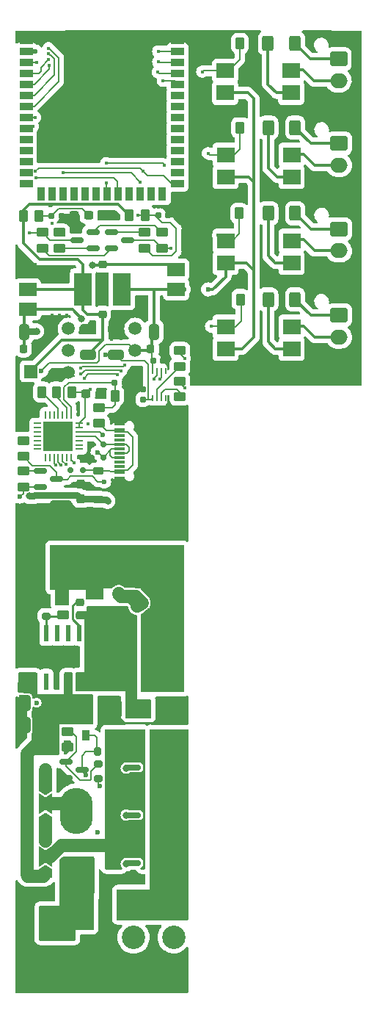
<source format=gbr>
%TF.GenerationSoftware,KiCad,Pcbnew,7.0.6*%
%TF.CreationDate,2023-07-31T04:45:06-07:00*%
%TF.ProjectId,LED_Wled,4c45445f-576c-4656-942e-6b696361645f,rev?*%
%TF.SameCoordinates,Original*%
%TF.FileFunction,Copper,L1,Top*%
%TF.FilePolarity,Positive*%
%FSLAX46Y46*%
G04 Gerber Fmt 4.6, Leading zero omitted, Abs format (unit mm)*
G04 Created by KiCad (PCBNEW 7.0.6) date 2023-07-31 04:45:06*
%MOMM*%
%LPD*%
G01*
G04 APERTURE LIST*
G04 Aperture macros list*
%AMRoundRect*
0 Rectangle with rounded corners*
0 $1 Rounding radius*
0 $2 $3 $4 $5 $6 $7 $8 $9 X,Y pos of 4 corners*
0 Add a 4 corners polygon primitive as box body*
4,1,4,$2,$3,$4,$5,$6,$7,$8,$9,$2,$3,0*
0 Add four circle primitives for the rounded corners*
1,1,$1+$1,$2,$3*
1,1,$1+$1,$4,$5*
1,1,$1+$1,$6,$7*
1,1,$1+$1,$8,$9*
0 Add four rect primitives between the rounded corners*
20,1,$1+$1,$2,$3,$4,$5,0*
20,1,$1+$1,$4,$5,$6,$7,0*
20,1,$1+$1,$6,$7,$8,$9,0*
20,1,$1+$1,$8,$9,$2,$3,0*%
%AMFreePoly0*
4,1,6,1.000000,0.000000,0.500000,-0.750000,-0.500000,-0.750000,-0.500000,0.750000,0.500000,0.750000,1.000000,0.000000,1.000000,0.000000,$1*%
%AMFreePoly1*
4,1,7,0.700000,0.000000,1.200000,-0.750000,-1.200000,-0.750000,-0.700000,0.000000,-1.200000,0.750000,1.200000,0.750000,0.700000,0.000000,0.700000,0.000000,$1*%
G04 Aperture macros list end*
%TA.AperFunction,SMDPad,CuDef*%
%ADD10R,2.000000X1.780000*%
%TD*%
%TA.AperFunction,SMDPad,CuDef*%
%ADD11RoundRect,0.250000X-0.400000X-0.625000X0.400000X-0.625000X0.400000X0.625000X-0.400000X0.625000X0*%
%TD*%
%TA.AperFunction,SMDPad,CuDef*%
%ADD12RoundRect,0.250000X-0.262500X-0.450000X0.262500X-0.450000X0.262500X0.450000X-0.262500X0.450000X0*%
%TD*%
%TA.AperFunction,SMDPad,CuDef*%
%ADD13RoundRect,0.250000X-0.325000X-0.650000X0.325000X-0.650000X0.325000X0.650000X-0.325000X0.650000X0*%
%TD*%
%TA.AperFunction,SMDPad,CuDef*%
%ADD14RoundRect,0.250000X1.000000X-1.750000X1.000000X1.750000X-1.000000X1.750000X-1.000000X-1.750000X0*%
%TD*%
%TA.AperFunction,SMDPad,CuDef*%
%ADD15RoundRect,0.225000X0.375000X-0.225000X0.375000X0.225000X-0.375000X0.225000X-0.375000X-0.225000X0*%
%TD*%
%TA.AperFunction,SMDPad,CuDef*%
%ADD16RoundRect,0.250000X-0.450000X0.262500X-0.450000X-0.262500X0.450000X-0.262500X0.450000X0.262500X0*%
%TD*%
%TA.AperFunction,SMDPad,CuDef*%
%ADD17RoundRect,0.250000X0.650000X-0.325000X0.650000X0.325000X-0.650000X0.325000X-0.650000X-0.325000X0*%
%TD*%
%TA.AperFunction,SMDPad,CuDef*%
%ADD18R,0.250000X0.750000*%
%TD*%
%TA.AperFunction,ComponentPad*%
%ADD19RoundRect,0.250001X-1.099999X1.099999X-1.099999X-1.099999X1.099999X-1.099999X1.099999X1.099999X0*%
%TD*%
%TA.AperFunction,ComponentPad*%
%ADD20C,2.700000*%
%TD*%
%TA.AperFunction,SMDPad,CuDef*%
%ADD21RoundRect,0.250000X0.262500X0.450000X-0.262500X0.450000X-0.262500X-0.450000X0.262500X-0.450000X0*%
%TD*%
%TA.AperFunction,SMDPad,CuDef*%
%ADD22RoundRect,0.150000X-0.825000X-0.150000X0.825000X-0.150000X0.825000X0.150000X-0.825000X0.150000X0*%
%TD*%
%TA.AperFunction,SMDPad,CuDef*%
%ADD23FreePoly0,90.000000*%
%TD*%
%TA.AperFunction,SMDPad,CuDef*%
%ADD24FreePoly1,90.000000*%
%TD*%
%TA.AperFunction,SMDPad,CuDef*%
%ADD25FreePoly0,270.000000*%
%TD*%
%TA.AperFunction,SMDPad,CuDef*%
%ADD26RoundRect,0.150000X0.150000X0.200000X-0.150000X0.200000X-0.150000X-0.200000X0.150000X-0.200000X0*%
%TD*%
%TA.AperFunction,SMDPad,CuDef*%
%ADD27RoundRect,0.237500X0.300000X0.237500X-0.300000X0.237500X-0.300000X-0.237500X0.300000X-0.237500X0*%
%TD*%
%TA.AperFunction,SMDPad,CuDef*%
%ADD28RoundRect,0.250000X0.450000X-0.262500X0.450000X0.262500X-0.450000X0.262500X-0.450000X-0.262500X0*%
%TD*%
%TA.AperFunction,SMDPad,CuDef*%
%ADD29R,2.500000X1.800000*%
%TD*%
%TA.AperFunction,ComponentPad*%
%ADD30O,2.000000X1.700000*%
%TD*%
%TA.AperFunction,ComponentPad*%
%ADD31RoundRect,0.250000X-0.750000X0.600000X-0.750000X-0.600000X0.750000X-0.600000X0.750000X0.600000X0*%
%TD*%
%TA.AperFunction,ComponentPad*%
%ADD32R,3.500000X3.500000*%
%TD*%
%TA.AperFunction,ComponentPad*%
%ADD33RoundRect,0.750000X1.000000X-0.750000X1.000000X0.750000X-1.000000X0.750000X-1.000000X-0.750000X0*%
%TD*%
%TA.AperFunction,ComponentPad*%
%ADD34RoundRect,0.875000X0.875000X-0.875000X0.875000X0.875000X-0.875000X0.875000X-0.875000X-0.875000X0*%
%TD*%
%TA.AperFunction,SMDPad,CuDef*%
%ADD35RoundRect,0.200000X0.200000X0.275000X-0.200000X0.275000X-0.200000X-0.275000X0.200000X-0.275000X0*%
%TD*%
%TA.AperFunction,SMDPad,CuDef*%
%ADD36R,2.000000X1.500000*%
%TD*%
%TA.AperFunction,SMDPad,CuDef*%
%ADD37R,2.000000X3.800000*%
%TD*%
%TA.AperFunction,SMDPad,CuDef*%
%ADD38RoundRect,0.150000X-0.587500X-0.150000X0.587500X-0.150000X0.587500X0.150000X-0.587500X0.150000X0*%
%TD*%
%TA.AperFunction,SMDPad,CuDef*%
%ADD39RoundRect,0.062500X0.337500X0.062500X-0.337500X0.062500X-0.337500X-0.062500X0.337500X-0.062500X0*%
%TD*%
%TA.AperFunction,SMDPad,CuDef*%
%ADD40RoundRect,0.062500X0.062500X0.337500X-0.062500X0.337500X-0.062500X-0.337500X0.062500X-0.337500X0*%
%TD*%
%TA.AperFunction,SMDPad,CuDef*%
%ADD41R,3.350000X3.350000*%
%TD*%
%TA.AperFunction,SMDPad,CuDef*%
%ADD42R,1.240000X0.600000*%
%TD*%
%TA.AperFunction,SMDPad,CuDef*%
%ADD43R,1.240000X0.300000*%
%TD*%
%TA.AperFunction,ComponentPad*%
%ADD44O,2.100000X1.000000*%
%TD*%
%TA.AperFunction,ComponentPad*%
%ADD45O,1.800000X1.000000*%
%TD*%
%TA.AperFunction,SMDPad,CuDef*%
%ADD46R,1.100000X1.100000*%
%TD*%
%TA.AperFunction,SMDPad,CuDef*%
%ADD47R,1.500000X1.500000*%
%TD*%
%TA.AperFunction,SMDPad,CuDef*%
%ADD48RoundRect,0.155000X0.212500X0.155000X-0.212500X0.155000X-0.212500X-0.155000X0.212500X-0.155000X0*%
%TD*%
%TA.AperFunction,SMDPad,CuDef*%
%ADD49RoundRect,0.225000X0.225000X0.250000X-0.225000X0.250000X-0.225000X-0.250000X0.225000X-0.250000X0*%
%TD*%
%TA.AperFunction,SMDPad,CuDef*%
%ADD50R,1.500000X0.900000*%
%TD*%
%TA.AperFunction,SMDPad,CuDef*%
%ADD51R,0.900000X1.500000*%
%TD*%
%TA.AperFunction,SMDPad,CuDef*%
%ADD52R,0.900000X0.900000*%
%TD*%
%TA.AperFunction,ComponentPad*%
%ADD53C,0.400000*%
%TD*%
%TA.AperFunction,SMDPad,CuDef*%
%ADD54RoundRect,0.200000X0.275000X-0.200000X0.275000X0.200000X-0.275000X0.200000X-0.275000X-0.200000X0*%
%TD*%
%TA.AperFunction,SMDPad,CuDef*%
%ADD55R,0.610000X1.910000*%
%TD*%
%TA.AperFunction,SMDPad,CuDef*%
%ADD56R,1.550000X1.205000*%
%TD*%
%TA.AperFunction,SMDPad,CuDef*%
%ADD57RoundRect,0.155000X0.155000X-0.212500X0.155000X0.212500X-0.155000X0.212500X-0.155000X-0.212500X0*%
%TD*%
%TA.AperFunction,SMDPad,CuDef*%
%ADD58RoundRect,0.225000X0.250000X-0.225000X0.250000X0.225000X-0.250000X0.225000X-0.250000X-0.225000X0*%
%TD*%
%TA.AperFunction,SMDPad,CuDef*%
%ADD59RoundRect,0.155000X-0.212500X-0.155000X0.212500X-0.155000X0.212500X0.155000X-0.212500X0.155000X0*%
%TD*%
%TA.AperFunction,SMDPad,CuDef*%
%ADD60RoundRect,0.250000X-0.650000X0.325000X-0.650000X-0.325000X0.650000X-0.325000X0.650000X0.325000X0*%
%TD*%
%TA.AperFunction,SMDPad,CuDef*%
%ADD61R,3.750000X9.500000*%
%TD*%
%TA.AperFunction,SMDPad,CuDef*%
%ADD62RoundRect,0.200000X-0.275000X0.200000X-0.275000X-0.200000X0.275000X-0.200000X0.275000X0.200000X0*%
%TD*%
%TA.AperFunction,ComponentPad*%
%ADD63O,3.800000X5.500000*%
%TD*%
%TA.AperFunction,ComponentPad*%
%ADD64O,3.800000X5.300000*%
%TD*%
%TA.AperFunction,SMDPad,CuDef*%
%ADD65RoundRect,0.250000X0.300000X0.300000X-0.300000X0.300000X-0.300000X-0.300000X0.300000X-0.300000X0*%
%TD*%
%TA.AperFunction,SMDPad,CuDef*%
%ADD66RoundRect,0.237500X-0.237500X0.300000X-0.237500X-0.300000X0.237500X-0.300000X0.237500X0.300000X0*%
%TD*%
%TA.AperFunction,SMDPad,CuDef*%
%ADD67RoundRect,0.150000X0.587500X0.150000X-0.587500X0.150000X-0.587500X-0.150000X0.587500X-0.150000X0*%
%TD*%
%TA.AperFunction,SMDPad,CuDef*%
%ADD68R,0.900000X1.200000*%
%TD*%
%TA.AperFunction,SMDPad,CuDef*%
%ADD69RoundRect,0.225000X-0.250000X0.225000X-0.250000X-0.225000X0.250000X-0.225000X0.250000X0.225000X0*%
%TD*%
%TA.AperFunction,ComponentPad*%
%ADD70C,1.500000*%
%TD*%
%TA.AperFunction,ViaPad*%
%ADD71C,0.600000*%
%TD*%
%TA.AperFunction,ViaPad*%
%ADD72C,0.400000*%
%TD*%
%TA.AperFunction,ViaPad*%
%ADD73C,0.800000*%
%TD*%
%TA.AperFunction,Conductor*%
%ADD74C,0.200000*%
%TD*%
%TA.AperFunction,Conductor*%
%ADD75C,0.350000*%
%TD*%
%TA.AperFunction,Conductor*%
%ADD76C,1.500000*%
%TD*%
%TA.AperFunction,Conductor*%
%ADD77C,0.800000*%
%TD*%
%TA.AperFunction,Conductor*%
%ADD78C,0.250000*%
%TD*%
G04 APERTURE END LIST*
D10*
%TO.P,U10,1*%
%TO.N,Net-(R32-Pad1)*%
X221894400Y-70815200D03*
%TO.P,U10,2*%
%TO.N,Input_4_GND*%
X221894400Y-68275200D03*
%TO.P,U10,3*%
%TO.N,P_Input_4*%
X214274400Y-68275200D03*
%TO.P,U10,4*%
%TO.N,+3.3V*%
X214274400Y-70815200D03*
%TD*%
%TO.P,U9,1*%
%TO.N,Net-(R30-Pad1)*%
X221894400Y-80721200D03*
%TO.P,U9,2*%
%TO.N,Input_3_GND*%
X221894400Y-78181200D03*
%TO.P,U9,3*%
%TO.N,P_Input_3*%
X214274400Y-78181200D03*
%TO.P,U9,4*%
%TO.N,+3.3V*%
X214274400Y-80721200D03*
%TD*%
%TO.P,U8,4*%
%TO.N,+3.3V*%
X214233600Y-51221400D03*
%TO.P,U8,3*%
%TO.N,P_Input_2*%
X214233600Y-48681400D03*
%TO.P,U8,2*%
%TO.N,Input_2_GND*%
X221853600Y-48681400D03*
%TO.P,U8,1*%
%TO.N,Net-(R28-Pad1)*%
X221853600Y-51221400D03*
%TD*%
%TO.P,U7,4*%
%TO.N,+3.3V*%
X214274400Y-60909200D03*
%TO.P,U7,3*%
%TO.N,P_Input_1*%
X214274400Y-58369200D03*
%TO.P,U7,2*%
%TO.N,Input_1_GND*%
X221894400Y-58369200D03*
%TO.P,U7,1*%
%TO.N,Net-(R8-Pad1)*%
X221894400Y-60909200D03*
%TD*%
D11*
%TO.P,R28,2*%
%TO.N,Input_2*%
X222270600Y-45501400D03*
%TO.P,R28,1*%
%TO.N,Net-(R28-Pad1)*%
X219170600Y-45501400D03*
%TD*%
D12*
%TO.P,R15,1*%
%TO.N,Net-(U6-VBUS)*%
X201525500Y-86106000D03*
%TO.P,R15,2*%
%TO.N,GND*%
X203350500Y-86106000D03*
%TD*%
D13*
%TO.P,C4,1*%
%TO.N,GND*%
X191160400Y-124104400D03*
%TO.P,C4,2*%
%TO.N,VIN_F+*%
X194110400Y-124104400D03*
%TD*%
D14*
%TO.P,C2,1*%
%TO.N,/PSU_5V*%
X195250000Y-106300000D03*
%TO.P,C2,2*%
%TO.N,GND*%
X195250000Y-100200000D03*
%TD*%
D15*
%TO.P,D9,1,K*%
%TO.N,+5V*%
X199593200Y-98068400D03*
%TO.P,D9,2,A*%
%TO.N,VBUS*%
X199593200Y-94768400D03*
%TD*%
D16*
%TO.P,R20,1*%
%TO.N,Net-(Q6-B)*%
X206936100Y-67296700D03*
%TO.P,R20,2*%
%TO.N,RTS*%
X206936100Y-69121700D03*
%TD*%
D17*
%TO.P,C26,1*%
%TO.N,+3V3*%
X198374000Y-81383400D03*
%TO.P,C26,2*%
%TO.N,GND*%
X198374000Y-78433400D03*
%TD*%
D18*
%TO.P,U1,1,VCCA*%
%TO.N,+5V*%
X205879000Y-86386000D03*
%TO.P,U1,2,A1*%
%TO.N,Net-(U1-A1)*%
X206379000Y-86386000D03*
%TO.P,U1,3,A2*%
%TO.N,Net-(U1-A2)*%
X206879000Y-86386000D03*
%TO.P,U1,4,GND*%
%TO.N,GND*%
X207379000Y-86386000D03*
%TO.P,U1,5,DIR*%
X207379000Y-83286000D03*
%TO.P,U1,6,B2*%
%TO.N,LED_OUT_LS2*%
X206879000Y-83286000D03*
%TO.P,U1,7,B1*%
%TO.N,LED_OUT_LS1*%
X206379000Y-83286000D03*
%TO.P,U1,8,VCCB*%
%TO.N,+3.3V*%
X205879000Y-83286000D03*
%TD*%
D19*
%TO.P,J4,1,Pin_1*%
%TO.N,LED_VOUT*%
X203666000Y-144598500D03*
D20*
%TO.P,J4,2,Pin_2*%
%TO.N,LED_OUT_HS1*%
X203666000Y-148558500D03*
%TO.P,J4,3,Pin_3*%
%TO.N,GND*%
X203666000Y-152518500D03*
%TD*%
D17*
%TO.P,C15,1*%
%TO.N,+5V*%
X201625200Y-81383400D03*
%TO.P,C15,2*%
%TO.N,GND*%
X201625200Y-78433400D03*
%TD*%
D11*
%TO.P,R32,1*%
%TO.N,Net-(R32-Pad1)*%
X219211400Y-65095200D03*
%TO.P,R32,2*%
%TO.N,Input_4*%
X222311400Y-65095200D03*
%TD*%
D21*
%TO.P,R1,1*%
%TO.N,CHIP_PU*%
X204976100Y-65328800D03*
%TO.P,R1,2*%
%TO.N,+3V3*%
X203151100Y-65328800D03*
%TD*%
D22*
%TO.P,Q2,1,S*%
%TO.N,/LED_POWER*%
X203519000Y-136145800D03*
%TO.P,Q2,2,S*%
X203519000Y-137415800D03*
%TO.P,Q2,3,S*%
X203519000Y-138685800D03*
%TO.P,Q2,4,G*%
%TO.N,Net-(D5-A)*%
X203519000Y-139955800D03*
%TO.P,Q2,5,D*%
%TO.N,LED_VOUT*%
X208469000Y-139955800D03*
%TO.P,Q2,6,D*%
X208469000Y-138685800D03*
%TO.P,Q2,7,D*%
X208469000Y-137415800D03*
%TO.P,Q2,8,D*%
X208469000Y-136145800D03*
%TD*%
D19*
%TO.P,J1,1,Pin_1*%
%TO.N,LED_VOUT*%
X208280000Y-144579200D03*
D20*
%TO.P,J1,2,Pin_2*%
%TO.N,LED_OUT_HS2*%
X208280000Y-148539200D03*
%TO.P,J1,3,Pin_3*%
%TO.N,GND*%
X208280000Y-152499200D03*
%TD*%
D23*
%TO.P,JP1,1,A*%
%TO.N,+5V*%
X193497200Y-135150400D03*
D24*
%TO.P,JP1,2,C*%
%TO.N,Net-(JP1-C)*%
X193497200Y-133150400D03*
D25*
%TO.P,JP1,3,B*%
%TO.N,Net-(D3-A)*%
X193497200Y-131150400D03*
%TD*%
D26*
%TO.P,D8,1,A1*%
%TO.N,GND*%
X198791600Y-91694000D03*
%TO.P,D8,2,A2*%
%TO.N,USB_DP*%
X200191600Y-91694000D03*
%TD*%
D27*
%TO.P,C19,1*%
%TO.N,Net-(C18-Pad1)*%
X198474500Y-65328800D03*
%TO.P,C19,2*%
%TO.N,GND*%
X196749500Y-65328800D03*
%TD*%
D28*
%TO.P,R25,1*%
%TO.N,LED_VOUT_LSWS*%
X190906400Y-96619700D03*
%TO.P,R25,2*%
%TO.N,+3.3V*%
X190906400Y-94794700D03*
%TD*%
D16*
%TO.P,R3,1*%
%TO.N,LED_OUT_HS2*%
X208991200Y-84431500D03*
%TO.P,R3,2*%
%TO.N,Net-(U1-A2)*%
X208991200Y-86256500D03*
%TD*%
D29*
%TO.P,D4,1,A1*%
%TO.N,VIN_F+*%
X197000000Y-122250000D03*
%TO.P,D4,2,A2*%
%TO.N,GND*%
X201000000Y-122250000D03*
%TD*%
D30*
%TO.P,J11,2,Pin_2*%
%TO.N,Input_2_GND*%
X227324600Y-49819400D03*
D31*
%TO.P,J11,1,Pin_1*%
%TO.N,Input_2*%
X227324600Y-47319400D03*
%TD*%
D22*
%TO.P,Q4,1,S*%
%TO.N,/LED_POWER*%
X203519000Y-130645800D03*
%TO.P,Q4,2,S*%
X203519000Y-131915800D03*
%TO.P,Q4,3,S*%
X203519000Y-133185800D03*
%TO.P,Q4,4,G*%
%TO.N,Net-(D5-A)*%
X203519000Y-134455800D03*
%TO.P,Q4,5,D*%
%TO.N,LED_VOUT*%
X208469000Y-134455800D03*
%TO.P,Q4,6,D*%
X208469000Y-133185800D03*
%TO.P,Q4,7,D*%
X208469000Y-131915800D03*
%TO.P,Q4,8,D*%
X208469000Y-130645800D03*
%TD*%
D32*
%TO.P,J2,1,Pin_1*%
%TO.N,VIN*%
X194825700Y-147060400D03*
D33*
%TO.P,J2,2,Pin_2*%
%TO.N,GND*%
X194825700Y-153060400D03*
D34*
%TO.P,J2,3,Pin_3*%
X199525700Y-150060400D03*
%TD*%
D35*
%TO.P,R6,1*%
%TO.N,/LED_POWER*%
X201129400Y-127101600D03*
%TO.P,R6,2*%
%TO.N,Net-(D5-A)*%
X199479400Y-127101600D03*
%TD*%
D36*
%TO.P,U12,1,GND*%
%TO.N,GND*%
X208585200Y-76163200D03*
%TO.P,U12,2,VO*%
%TO.N,+3.3V*%
X208585200Y-73863200D03*
D37*
X202285200Y-73863200D03*
D36*
%TO.P,U12,3,VI*%
%TO.N,+5V*%
X208585200Y-71563200D03*
%TD*%
D38*
%TO.P,Q8,1,G*%
%TO.N,+3.3V*%
X192915300Y-94757200D03*
%TO.P,Q8,2,S*%
%TO.N,LED_VOUT_LSWS*%
X192915300Y-96657200D03*
%TO.P,Q8,3,D*%
%TO.N,LED_VOUT_HSWS*%
X194790300Y-95707200D03*
%TD*%
D11*
%TO.P,R8,2*%
%TO.N,Input_1*%
X222311400Y-55229200D03*
%TO.P,R8,1*%
%TO.N,Net-(R8-Pad1)*%
X219211400Y-55229200D03*
%TD*%
D39*
%TO.P,U6,1,~{DCD}*%
%TO.N,unconnected-(U6-~{DCD}-Pad1)*%
X197418000Y-92279600D03*
%TO.P,U6,2,~{RI}/CLK*%
%TO.N,unconnected-(U6-~{RI}{slash}CLK-Pad2)*%
X197418000Y-91779600D03*
%TO.P,U6,3,GND*%
%TO.N,GND*%
X197418000Y-91279600D03*
%TO.P,U6,4,D+*%
%TO.N,USB_DP*%
X197418000Y-90779600D03*
%TO.P,U6,5,D-*%
%TO.N,USB_DN*%
X197418000Y-90279600D03*
%TO.P,U6,6,VDD*%
%TO.N,+3V3*%
X197418000Y-89779600D03*
%TO.P,U6,7,VREGIN*%
X197418000Y-89279600D03*
D40*
%TO.P,U6,8,VBUS*%
%TO.N,Net-(U6-VBUS)*%
X196468000Y-88329600D03*
%TO.P,U6,9,~{RST}*%
%TO.N,Net-(U6-~{RST})*%
X195968000Y-88329600D03*
%TO.P,U6,10,NC*%
%TO.N,unconnected-(U6-NC-Pad10)*%
X195468000Y-88329600D03*
%TO.P,U6,11,~{SUSPEND}*%
%TO.N,Net-(U6-~{SUSPEND})*%
X194968000Y-88329600D03*
%TO.P,U6,12,SUSPEND*%
%TO.N,unconnected-(U6-SUSPEND-Pad12)*%
X194468000Y-88329600D03*
%TO.P,U6,13,CHREN*%
%TO.N,unconnected-(U6-CHREN-Pad13)*%
X193968000Y-88329600D03*
%TO.P,U6,14,CHR1*%
%TO.N,unconnected-(U6-CHR1-Pad14)*%
X193468000Y-88329600D03*
D39*
%TO.P,U6,15,CHR0*%
%TO.N,unconnected-(U6-CHR0-Pad15)*%
X192518000Y-89279600D03*
%TO.P,U6,16,~{WAKEUP}/GPIO.3*%
%TO.N,unconnected-(U6-~{WAKEUP}{slash}GPIO.3-Pad16)*%
X192518000Y-89779600D03*
%TO.P,U6,17,RS485/GPIO.2*%
%TO.N,unconnected-(U6-RS485{slash}GPIO.2-Pad17)*%
X192518000Y-90279600D03*
%TO.P,U6,18,~{RXT}/GPIO.1*%
%TO.N,unconnected-(U6-~{RXT}{slash}GPIO.1-Pad18)*%
X192518000Y-90779600D03*
%TO.P,U6,19,~{TXT}/GPIO.0*%
%TO.N,unconnected-(U6-~{TXT}{slash}GPIO.0-Pad19)*%
X192518000Y-91279600D03*
%TO.P,U6,20,GPIO.6*%
%TO.N,unconnected-(U6-GPIO.6-Pad20)*%
X192518000Y-91779600D03*
%TO.P,U6,21,GPIO.5*%
%TO.N,unconnected-(U6-GPIO.5-Pad21)*%
X192518000Y-92279600D03*
D40*
%TO.P,U6,22,GPIO.4*%
%TO.N,unconnected-(U6-GPIO.4-Pad22)*%
X193468000Y-93229600D03*
%TO.P,U6,23,~{CTS}*%
%TO.N,unconnected-(U6-~{CTS}-Pad23)*%
X193968000Y-93229600D03*
%TO.P,U6,24,~{RTS}*%
%TO.N,RTS*%
X194468000Y-93229600D03*
%TO.P,U6,25,RXD*%
%TO.N,U0TXD*%
X194968000Y-93229600D03*
%TO.P,U6,26,TXD*%
%TO.N,U0RXD*%
X195468000Y-93229600D03*
%TO.P,U6,27,~{DSR}*%
%TO.N,unconnected-(U6-~{DSR}-Pad27)*%
X195968000Y-93229600D03*
%TO.P,U6,28,~{DTR}*%
%TO.N,DTR*%
X196468000Y-93229600D03*
D41*
%TO.P,U6,29,GND*%
%TO.N,GND*%
X194968000Y-90779600D03*
%TD*%
D42*
%TO.P,J8,A1,GND*%
%TO.N,GND*%
X202065800Y-95706800D03*
%TO.P,J8,A4,VBUS*%
%TO.N,VBUS*%
X202065800Y-94906800D03*
D43*
%TO.P,J8,A5,CC1*%
%TO.N,unconnected-(J8-CC1-PadA5)*%
X202065800Y-93756800D03*
%TO.P,J8,A6,D+*%
%TO.N,USB_DP*%
X202065800Y-92756800D03*
%TO.P,J8,A7,D-*%
%TO.N,USB_DN*%
X202065800Y-92256800D03*
%TO.P,J8,A8,SBU1*%
%TO.N,unconnected-(J8-SBU1-PadA8)*%
X202065800Y-91256800D03*
D42*
%TO.P,J8,A9,VBUS*%
%TO.N,VBUS*%
X202065800Y-90106800D03*
%TO.P,J8,A12,GND*%
%TO.N,GND*%
X202065800Y-89306800D03*
%TO.P,J8,B1,GND*%
X202065800Y-89306800D03*
%TO.P,J8,B4,VBUS*%
%TO.N,VBUS*%
X202065800Y-90106800D03*
D43*
%TO.P,J8,B5,CC2*%
%TO.N,unconnected-(J8-CC2-PadB5)*%
X202065800Y-90756800D03*
%TO.P,J8,B6,D+*%
%TO.N,USB_DP*%
X202065800Y-91756800D03*
%TO.P,J8,B7,D-*%
%TO.N,USB_DN*%
X202065800Y-93256800D03*
%TO.P,J8,B8,SBU2*%
%TO.N,unconnected-(J8-SBU2-PadB8)*%
X202065800Y-94256800D03*
D42*
%TO.P,J8,B9,VBUS*%
%TO.N,VBUS*%
X202065800Y-94906800D03*
%TO.P,J8,B12,GND*%
%TO.N,GND*%
X202065800Y-95706800D03*
D44*
%TO.P,J8,S1,SHIELD*%
X202665800Y-96826800D03*
D45*
X206865800Y-96826800D03*
D44*
X202665800Y-88186800D03*
D45*
X206865800Y-88186800D03*
%TD*%
D21*
%TO.P,R13,1*%
%TO.N,Net-(U6-~{SUSPEND})*%
X193088900Y-85699600D03*
%TO.P,R13,2*%
%TO.N,GND*%
X191263900Y-85699600D03*
%TD*%
D46*
%TO.P,D3,1,K*%
%TO.N,VIN_F+*%
X193497200Y-126435200D03*
%TO.P,D3,2,A*%
%TO.N,Net-(D3-A)*%
X193497200Y-129235200D03*
%TD*%
D47*
%TO.P,J9,1,Pin_1*%
%TO.N,+3V3*%
X191770000Y-83312000D03*
%TD*%
D11*
%TO.P,R30,1*%
%TO.N,Net-(R30-Pad1)*%
X219211400Y-75021200D03*
%TO.P,R30,2*%
%TO.N,Input_3*%
X222311400Y-75021200D03*
%TD*%
D48*
%TO.P,C16,1*%
%TO.N,GND*%
X207628300Y-65328800D03*
%TO.P,C16,2*%
%TO.N,CHIP_PU*%
X206493300Y-65328800D03*
%TD*%
D47*
%TO.P,J7,1,Pin_1*%
%TO.N,GND*%
X191414400Y-109118400D03*
%TD*%
D49*
%TO.P,C25,1*%
%TO.N,GND*%
X192494200Y-80721200D03*
%TO.P,C25,2*%
%TO.N,+5V*%
X190944200Y-80721200D03*
%TD*%
D29*
%TO.P,D2,1,K*%
%TO.N,/PH*%
X204150000Y-122250000D03*
%TO.P,D2,2,A*%
%TO.N,GND*%
X208150000Y-122250000D03*
%TD*%
D38*
%TO.P,Q3,1,B*%
%TO.N,Net-(Q3-B)*%
X195838600Y-128285200D03*
%TO.P,Q3,2,E*%
%TO.N,GND*%
X195838600Y-130185200D03*
%TO.P,Q3,3,C*%
%TO.N,Net-(D5-A)*%
X197713600Y-129235200D03*
%TD*%
D50*
%TO.P,U5,1,GND*%
%TO.N,GND*%
X191249600Y-45133600D03*
%TO.P,U5,2,3V3*%
%TO.N,+3V3*%
X191249600Y-46403600D03*
%TO.P,U5,3,EN*%
%TO.N,CHIP_PU*%
X191249600Y-47673600D03*
%TO.P,U5,4,IO4*%
%TO.N,P_Input_1*%
X191249600Y-48943600D03*
%TO.P,U5,5,IO5*%
%TO.N,P_Input_2*%
X191249600Y-50213600D03*
%TO.P,U5,6,IO6*%
%TO.N,P_Input_3*%
X191249600Y-51483600D03*
%TO.P,U5,7,IO7*%
%TO.N,P_Input_4*%
X191249600Y-52753600D03*
%TO.P,U5,8,IO15*%
%TO.N,WS*%
X191249600Y-54023600D03*
%TO.P,U5,9,IO16*%
%TO.N,LED_VOUT_LSWS*%
X191249600Y-55293600D03*
%TO.P,U5,10,IO17*%
%TO.N,unconnected-(U5-IO17-Pad10)*%
X191249600Y-56563600D03*
%TO.P,U5,11,IO18*%
%TO.N,unconnected-(U5-IO18-Pad11)*%
X191249600Y-57833600D03*
%TO.P,U5,12,IO8*%
%TO.N,unconnected-(U5-IO8-Pad12)*%
X191249600Y-59103600D03*
%TO.P,U5,13,IO19*%
%TO.N,unconnected-(U5-IO19-Pad13)*%
X191249600Y-60373600D03*
%TO.P,U5,14,IO20*%
%TO.N,unconnected-(U5-IO20-Pad14)*%
X191249600Y-61643600D03*
D51*
%TO.P,U5,15,IO3*%
%TO.N,unconnected-(U5-IO3-Pad15)*%
X193014600Y-62893600D03*
%TO.P,U5,16,IO46*%
%TO.N,unconnected-(U5-IO46-Pad16)*%
X194284600Y-62893600D03*
%TO.P,U5,17,IO9*%
%TO.N,unconnected-(U5-IO9-Pad17)*%
X195554600Y-62893600D03*
%TO.P,U5,18,IO10*%
%TO.N,unconnected-(U5-IO10-Pad18)*%
X196824600Y-62893600D03*
%TO.P,U5,19,IO11*%
%TO.N,unconnected-(U5-IO11-Pad19)*%
X198094600Y-62893600D03*
%TO.P,U5,20,IO12*%
%TO.N,unconnected-(U5-IO12-Pad20)*%
X199364600Y-62893600D03*
%TO.P,U5,21,IO13*%
%TO.N,SD*%
X200634600Y-62893600D03*
%TO.P,U5,22,IO14*%
%TO.N,SCK*%
X201904600Y-62893600D03*
%TO.P,U5,23,IO21*%
%TO.N,unconnected-(U5-IO21-Pad23)*%
X203174600Y-62893600D03*
%TO.P,U5,24,IO47*%
%TO.N,unconnected-(U5-IO47-Pad24)*%
X204444600Y-62893600D03*
%TO.P,U5,25,IO48*%
%TO.N,unconnected-(U5-IO48-Pad25)*%
X205714600Y-62893600D03*
%TO.P,U5,26,IO45*%
%TO.N,unconnected-(U5-IO45-Pad26)*%
X206984600Y-62893600D03*
D50*
%TO.P,U5,27,IO0*%
%TO.N,GPIO0*%
X208749600Y-61643600D03*
%TO.P,U5,28,IO35*%
%TO.N,unconnected-(U5-IO35-Pad28)*%
X208749600Y-60373600D03*
%TO.P,U5,29,IO36*%
%TO.N,unconnected-(U5-IO36-Pad29)*%
X208749600Y-59103600D03*
%TO.P,U5,30,IO37*%
%TO.N,unconnected-(U5-IO37-Pad30)*%
X208749600Y-57833600D03*
%TO.P,U5,31,IO38*%
%TO.N,unconnected-(U5-IO38-Pad31)*%
X208749600Y-56563600D03*
%TO.P,U5,32,IO39*%
%TO.N,unconnected-(U5-IO39-Pad32)*%
X208749600Y-55293600D03*
%TO.P,U5,33,IO40*%
%TO.N,unconnected-(U5-IO40-Pad33)*%
X208749600Y-54023600D03*
%TO.P,U5,34,IO41*%
%TO.N,unconnected-(U5-IO41-Pad34)*%
X208749600Y-52753600D03*
%TO.P,U5,35,IO42*%
%TO.N,unconnected-(U5-IO42-Pad35)*%
X208749600Y-51483600D03*
%TO.P,U5,36,RXD0*%
%TO.N,U0RXD*%
X208749600Y-50213600D03*
%TO.P,U5,37,TXD0*%
%TO.N,U0TXD*%
X208749600Y-48943600D03*
%TO.P,U5,38,IO2*%
%TO.N,LED_OUT_LS2*%
X208749600Y-47673600D03*
%TO.P,U5,39,IO1*%
%TO.N,LED_OUT_LS1*%
X208749600Y-46403600D03*
%TO.P,U5,40,GND*%
%TO.N,GND*%
X208749600Y-45133600D03*
D52*
%TO.P,U5,41_1,GND*%
X198499600Y-52853600D03*
%TO.P,U5,41_2,GND*%
X197099600Y-52853600D03*
%TO.P,U5,41_3,GND*%
X199899600Y-52853600D03*
%TO.P,U5,41_4,GND*%
X197099600Y-54253600D03*
%TO.P,U5,41_5,GND*%
X198499600Y-54253600D03*
%TO.P,U5,41_6,GND*%
X199899600Y-54253600D03*
%TO.P,U5,41_7,GND*%
X197099600Y-51453600D03*
%TO.P,U5,41_8,GND*%
X198499600Y-51453600D03*
%TO.P,U5,41_9,GND*%
X199899600Y-51453600D03*
D53*
%TO.P,U5,41_10*%
X198499600Y-52153600D03*
%TO.P,U5,41_11*%
X197099600Y-52153600D03*
%TO.P,U5,41_12*%
X199899600Y-52153600D03*
%TO.P,U5,41_13*%
X197099600Y-53553600D03*
%TO.P,U5,41_14*%
X198499600Y-53553600D03*
%TO.P,U5,41_15*%
X199899600Y-53553600D03*
%TO.P,U5,41_16*%
X197799600Y-51453600D03*
%TO.P,U5,41_17*%
X199199600Y-51453600D03*
%TO.P,U5,41_18*%
X197799600Y-52853600D03*
%TO.P,U5,41_19*%
X199199600Y-52853600D03*
%TO.P,U5,41_20*%
X197799600Y-54253600D03*
%TO.P,U5,41_21*%
X199199600Y-54253600D03*
%TD*%
D21*
%TO.P,R27,2*%
%TO.N,GND*%
X214110400Y-55229200D03*
%TO.P,R27,1*%
%TO.N,P_Input_1*%
X215935400Y-55229200D03*
%TD*%
D13*
%TO.P,C27,1*%
%TO.N,+3.3V*%
X206043000Y-78740000D03*
%TO.P,C27,2*%
%TO.N,GND*%
X208993000Y-78740000D03*
%TD*%
D54*
%TO.P,R9,1*%
%TO.N,/VSENSE*%
X193555000Y-111505000D03*
%TO.P,R9,2*%
%TO.N,GND*%
X193555000Y-109855000D03*
%TD*%
D23*
%TO.P,JP2,1,A*%
%TO.N,VIN_F+*%
X193497200Y-141214400D03*
D24*
%TO.P,JP2,2,C*%
%TO.N,/LED_POWER*%
X193497200Y-139214400D03*
D25*
%TO.P,JP2,3,B*%
%TO.N,+5V*%
X193497200Y-137214400D03*
%TD*%
D36*
%TO.P,U3,1,GND*%
%TO.N,GND*%
X191464800Y-71563200D03*
%TO.P,U3,2,VO*%
%TO.N,+3V3*%
X191464800Y-73863200D03*
D37*
X197764800Y-73863200D03*
D36*
%TO.P,U3,3,VI*%
%TO.N,+5V*%
X191464800Y-76163200D03*
%TD*%
D48*
%TO.P,C23,1*%
%TO.N,GND*%
X207069500Y-82042000D03*
%TO.P,C23,2*%
%TO.N,+3.3V*%
X205934500Y-82042000D03*
%TD*%
D12*
%TO.P,R12,1*%
%TO.N,+3V3*%
X190910200Y-65379600D03*
%TO.P,R12,2*%
%TO.N,Net-(C18-Pad1)*%
X192735200Y-65379600D03*
%TD*%
D13*
%TO.P,C6,1*%
%TO.N,+5V*%
X191057000Y-78740000D03*
%TO.P,C6,2*%
%TO.N,GND*%
X194007000Y-78740000D03*
%TD*%
D55*
%TO.P,U2,1,BOOT*%
%TO.N,/BOOT*%
X197410000Y-113500000D03*
%TO.P,U2,2,NC*%
%TO.N,unconnected-(U2-NC-Pad2)*%
X196140000Y-113500000D03*
%TO.P,U2,3,NC*%
%TO.N,unconnected-(U2-NC-Pad3)*%
X194870000Y-113500000D03*
%TO.P,U2,4,VSENSE*%
%TO.N,/VSENSE*%
X193600000Y-113500000D03*
%TO.P,U2,5,EN*%
%TO.N,unconnected-(U2-EN-Pad5)*%
X193600000Y-119060000D03*
%TO.P,U2,6,GND*%
%TO.N,GND*%
X194870000Y-119060000D03*
%TO.P,U2,7,VIN*%
%TO.N,VIN_F+*%
X196140000Y-119060000D03*
%TO.P,U2,8,PH*%
%TO.N,/PH*%
X197410000Y-119060000D03*
D56*
%TO.P,U2,9,GNDPAD*%
%TO.N,GND*%
X196280000Y-115677500D03*
X194730000Y-115677500D03*
X196280000Y-116882500D03*
X194730000Y-116882500D03*
%TD*%
D26*
%TO.P,D7,1,A1*%
%TO.N,GND*%
X198791600Y-93218000D03*
%TO.P,D7,2,A2*%
%TO.N,USB_DN*%
X200191600Y-93218000D03*
%TD*%
D57*
%TO.P,C17,1*%
%TO.N,+5V*%
X204724000Y-86546500D03*
%TO.P,C17,2*%
%TO.N,GND*%
X204724000Y-85411500D03*
%TD*%
D28*
%TO.P,R21,1*%
%TO.N,Net-(Q6-C)*%
X195099700Y-69121700D03*
%TO.P,R21,2*%
%TO.N,GPIO0*%
X195099700Y-67296700D03*
%TD*%
D21*
%TO.P,R31,1*%
%TO.N,P_Input_3*%
X215982400Y-75021200D03*
%TO.P,R31,2*%
%TO.N,GND*%
X214157400Y-75021200D03*
%TD*%
D28*
%TO.P,R26,1*%
%TO.N,LED_VOUT_HSWS*%
X190906400Y-93114500D03*
%TO.P,R26,2*%
%TO.N,+5V*%
X190906400Y-91289500D03*
%TD*%
D58*
%TO.P,C14,1*%
%TO.N,GND*%
X200050400Y-72555400D03*
%TO.P,C14,2*%
%TO.N,+5V*%
X200050400Y-71005400D03*
%TD*%
D59*
%TO.P,C18,1*%
%TO.N,Net-(C18-Pad1)*%
X194199700Y-65379600D03*
%TO.P,C18,2*%
%TO.N,GND*%
X195334700Y-65379600D03*
%TD*%
%TO.P,C20,1*%
%TO.N,Net-(U6-VBUS)*%
X201472800Y-84582000D03*
%TO.P,C20,2*%
%TO.N,GND*%
X202607800Y-84582000D03*
%TD*%
D60*
%TO.P,C5,1*%
%TO.N,GND*%
X191465200Y-116533400D03*
%TO.P,C5,2*%
%TO.N,VIN_F+*%
X191465200Y-119483400D03*
%TD*%
D61*
%TO.P,L1,1,1*%
%TO.N,/PH*%
X200775000Y-115330000D03*
%TO.P,L1,2,2*%
%TO.N,/PSU_5V*%
X207135000Y-115330000D03*
%TD*%
D26*
%TO.P,D6,1,A1*%
%TO.N,GND*%
X196404000Y-94691200D03*
%TO.P,D6,2,A2*%
%TO.N,VBUS*%
X197804000Y-94691200D03*
%TD*%
D49*
%TO.P,C28,1*%
%TO.N,GND*%
X207175400Y-80721200D03*
%TO.P,C28,2*%
%TO.N,+3.3V*%
X205625400Y-80721200D03*
%TD*%
D30*
%TO.P,J15,2,Pin_2*%
%TO.N,Input_1_GND*%
X227365400Y-59547200D03*
D31*
%TO.P,J15,1,Pin_1*%
%TO.N,Input_1*%
X227365400Y-57047200D03*
%TD*%
D16*
%TO.P,R22,1*%
%TO.N,Net-(Q7-C)*%
X204954900Y-67296700D03*
%TO.P,R22,2*%
%TO.N,CHIP_PU*%
X204954900Y-69121700D03*
%TD*%
D31*
%TO.P,J12,1,Pin_1*%
%TO.N,Input_3*%
X227365400Y-76839200D03*
D30*
%TO.P,J12,2,Pin_2*%
%TO.N,Input_3_GND*%
X227365400Y-79339200D03*
%TD*%
D21*
%TO.P,R14,1*%
%TO.N,+3V3*%
X196543300Y-85699600D03*
%TO.P,R14,2*%
%TO.N,Net-(U6-~{RST})*%
X194718300Y-85699600D03*
%TD*%
D31*
%TO.P,J13,1,Pin_1*%
%TO.N,Input_4*%
X227365400Y-66913200D03*
D30*
%TO.P,J13,2,Pin_2*%
%TO.N,Input_4_GND*%
X227365400Y-69413200D03*
%TD*%
D47*
%TO.P,J5,1,Pin_1*%
%TO.N,/PSU_5V*%
X207700000Y-109000000D03*
%TD*%
D16*
%TO.P,R10,1*%
%TO.N,Net-(Q3-B)*%
X196037200Y-124817500D03*
%TO.P,R10,2*%
%TO.N,GND*%
X196037200Y-126642500D03*
%TD*%
D27*
%TO.P,C21,1*%
%TO.N,GND*%
X199896900Y-85902800D03*
%TO.P,C21,2*%
%TO.N,+3V3*%
X198171900Y-85902800D03*
%TD*%
D13*
%TO.P,C3,1*%
%TO.N,GND*%
X191160400Y-121564400D03*
%TO.P,C3,2*%
%TO.N,VIN_F+*%
X194110400Y-121564400D03*
%TD*%
D62*
%TO.P,R7,1*%
%TO.N,Net-(Q3-B)*%
X199542400Y-128601200D03*
%TO.P,R7,2*%
%TO.N,LED_VOUT_HSWS*%
X199542400Y-130251200D03*
%TD*%
D22*
%TO.P,Q5,1,S*%
%TO.N,/LED_POWER*%
X203519000Y-125145800D03*
%TO.P,Q5,2,S*%
X203519000Y-126415800D03*
%TO.P,Q5,3,S*%
X203519000Y-127685800D03*
%TO.P,Q5,4,G*%
%TO.N,Net-(D5-A)*%
X203519000Y-128955800D03*
%TO.P,Q5,5,D*%
%TO.N,LED_VOUT*%
X208469000Y-128955800D03*
%TO.P,Q5,6,D*%
X208469000Y-127685800D03*
%TO.P,Q5,7,D*%
X208469000Y-126415800D03*
%TO.P,Q5,8,D*%
X208469000Y-125145800D03*
%TD*%
D63*
%TO.P,F1,1*%
%TO.N,VIN*%
X197053200Y-141986000D03*
D64*
%TO.P,F1,2*%
%TO.N,Net-(JP1-C)*%
X197053200Y-133986000D03*
%TD*%
D58*
%TO.P,C1,1*%
%TO.N,/PH*%
X197455000Y-111455000D03*
%TO.P,C1,2*%
%TO.N,/BOOT*%
X197455000Y-109905000D03*
%TD*%
D65*
%TO.P,D11,1,K*%
%TO.N,+5V*%
X201958400Y-108966000D03*
%TO.P,D11,2,A*%
%TO.N,/PSU_5V*%
X199158400Y-108966000D03*
%TD*%
D66*
%TO.P,C22,1*%
%TO.N,GND*%
X197561200Y-96268200D03*
%TO.P,C22,2*%
%TO.N,+5V*%
X197561200Y-97993200D03*
%TD*%
D21*
%TO.P,R29,2*%
%TO.N,GND*%
X214116600Y-45501400D03*
%TO.P,R29,1*%
%TO.N,P_Input_2*%
X215941600Y-45501400D03*
%TD*%
D67*
%TO.P,Q6,1,C*%
%TO.N,Net-(Q6-C)*%
X198983600Y-69159200D03*
%TO.P,Q6,2,B*%
%TO.N,Net-(Q6-B)*%
X198983600Y-67259200D03*
%TO.P,Q6,3,E*%
%TO.N,DTR*%
X197108600Y-68209200D03*
%TD*%
D68*
%TO.P,D5,1,K*%
%TO.N,/LED_POWER*%
X201446400Y-125222000D03*
%TO.P,D5,2,A*%
%TO.N,Net-(D5-A)*%
X198146400Y-125222000D03*
%TD*%
D21*
%TO.P,R33,1*%
%TO.N,P_Input_4*%
X215831900Y-65095200D03*
%TO.P,R33,2*%
%TO.N,GND*%
X214006900Y-65095200D03*
%TD*%
D38*
%TO.P,Q7,1,C*%
%TO.N,Net-(Q7-C)*%
X201071000Y-67259200D03*
%TO.P,Q7,2,B*%
%TO.N,Net-(Q7-B)*%
X201071000Y-69159200D03*
%TO.P,Q7,3,E*%
%TO.N,RTS*%
X202946000Y-68209200D03*
%TD*%
D28*
%TO.P,R4,1*%
%TO.N,/VSENSE*%
X195505000Y-111392500D03*
%TO.P,R4,2*%
%TO.N,/PSU_5V*%
X195505000Y-109567500D03*
%TD*%
D14*
%TO.P,C13,1*%
%TO.N,/PSU_5V*%
X204850000Y-106300000D03*
%TO.P,C13,2*%
%TO.N,GND*%
X204850000Y-100200000D03*
%TD*%
D16*
%TO.P,R24,1*%
%TO.N,LED_OUT_HS1*%
X208991200Y-80928200D03*
%TO.P,R24,2*%
%TO.N,Net-(U1-A1)*%
X208991200Y-82753200D03*
%TD*%
%TO.P,R16,1*%
%TO.N,Net-(U6-VBUS)*%
X199694800Y-87481400D03*
%TO.P,R16,2*%
%TO.N,VBUS*%
X199694800Y-89306400D03*
%TD*%
D28*
%TO.P,R19,1*%
%TO.N,Net-(Q7-B)*%
X193118500Y-69123600D03*
%TO.P,R19,2*%
%TO.N,DTR*%
X193118500Y-67298600D03*
%TD*%
D69*
%TO.P,C24,1*%
%TO.N,GND*%
X200050400Y-75171000D03*
%TO.P,C24,2*%
%TO.N,+3V3*%
X200050400Y-76721000D03*
%TD*%
D70*
%TO.P,U4,1,GND*%
%TO.N,GND*%
X203849600Y-83464400D03*
%TO.P,U4,2,VDD*%
%TO.N,+3.3V*%
X203849600Y-80924400D03*
%TO.P,U4,3,SD*%
%TO.N,SD*%
X203849600Y-78384400D03*
%TO.P,U4,4,SCK*%
%TO.N,SCK*%
X196149600Y-78384400D03*
%TO.P,U4,5,WS*%
%TO.N,WS*%
X196149600Y-80924400D03*
%TO.P,U4,6,L/R*%
%TO.N,GND*%
X196149600Y-83464400D03*
%TD*%
D71*
%TO.N,GND*%
X200406000Y-73609200D03*
X199694800Y-74066400D03*
X193497200Y-44907200D03*
X194818000Y-44704000D03*
X192430400Y-45110400D03*
%TO.N,+3V3*%
X194056000Y-64143102D03*
X192278000Y-46431200D03*
%TO.N,+3.3V*%
X212242400Y-73863200D03*
X209448400Y-73863200D03*
D72*
%TO.N,P_Input_4*%
X213410800Y-67614800D03*
%TO.N,P_Input_3*%
X212598000Y-78130400D03*
%TO.N,P_Input_1*%
X212242400Y-58166000D03*
%TO.N,P_Input_2*%
X211582000Y-48768000D03*
%TO.N,SD*%
X200507600Y-61620400D03*
%TO.N,P_Input_2*%
X193903600Y-48056800D03*
%TO.N,P_Input_1*%
X193852800Y-47345600D03*
%TO.N,P_Input_3*%
X193819707Y-46672293D03*
%TO.N,P_Input_4*%
X193829731Y-46072874D03*
%TO.N,LED_VOUT_LSWS*%
X192024000Y-55067200D03*
%TO.N,WS*%
X192278000Y-54023600D03*
%TO.N,CHIP_PU*%
X192430400Y-47673600D03*
%TO.N,LED_OUT_LS1*%
X206502000Y-46431200D03*
%TO.N,LED_OUT_LS2*%
X206502000Y-47650400D03*
%TO.N,U0RXD*%
X207060800Y-49834800D03*
%TO.N,U0TXD*%
X206451200Y-48818800D03*
%TO.N,LED_OUT_HS1*%
X209550000Y-81788000D03*
D73*
%TO.N,+5V*%
X192430400Y-78689200D03*
X191618230Y-97690344D03*
D71*
X193497200Y-135991600D03*
D73*
X203708000Y-109321600D03*
X200660000Y-98247200D03*
X204774800Y-109778800D03*
X198882000Y-71069200D03*
D71*
X193497200Y-136702800D03*
D73*
X201930000Y-108966000D03*
D71*
X200456800Y-81381600D03*
X193497200Y-137464800D03*
D73*
X204063600Y-110388400D03*
D71*
X191250800Y-91289500D03*
D73*
X197662800Y-77216000D03*
D71*
X193497200Y-135229600D03*
D73*
%TO.N,Net-(D5-A)*%
X202811000Y-140050200D03*
X202811000Y-134450200D03*
D71*
X198167900Y-129844800D03*
D73*
X202811000Y-129050200D03*
D72*
%TO.N,LED_OUT_LS1*%
X206044800Y-84175600D03*
%TO.N,LED_OUT_HS2*%
X209550000Y-85242400D03*
%TO.N,LED_OUT_LS2*%
X206705200Y-84196900D03*
D71*
%TO.N,LED_VOUT_HSWS*%
X200253600Y-96012000D03*
X199745600Y-131114800D03*
%TO.N,LED_VOUT_LSWS*%
X190550800Y-97739200D03*
D72*
%TO.N,SD*%
X207213200Y-59537600D03*
X200507600Y-59334400D03*
%TO.N,SCK*%
X192371100Y-60960000D03*
%TO.N,GND*%
X197256400Y-93218000D03*
D71*
X192481200Y-121513600D03*
D72*
X195935600Y-89662000D03*
D71*
X201015600Y-123799600D03*
D72*
X195122800Y-76809600D03*
X195376800Y-72542400D03*
X194716400Y-77266800D03*
D71*
X190652400Y-125018800D03*
X190652400Y-120853200D03*
D72*
X204622400Y-76657200D03*
X200660000Y-64973200D03*
X201117200Y-79603600D03*
D71*
X190652400Y-124155200D03*
D72*
X201422000Y-65684400D03*
D71*
X200050400Y-123444000D03*
D72*
X195072000Y-66090800D03*
X194310000Y-73050400D03*
X193700400Y-72034400D03*
D71*
X190652400Y-125831600D03*
D72*
X196189600Y-71780400D03*
X197256400Y-87020400D03*
X197612000Y-78841600D03*
X196494400Y-67056000D03*
X197205600Y-88290400D03*
X206552800Y-64363600D03*
X194818000Y-71272400D03*
X199847200Y-65684400D03*
X194259200Y-76809600D03*
D71*
X196037200Y-126642500D03*
X195122800Y-129336800D03*
D72*
X195478400Y-90881200D03*
X197002400Y-66192400D03*
X193090800Y-72847200D03*
X194259200Y-66243200D03*
D71*
X190652400Y-121615200D03*
D72*
X195935600Y-76809600D03*
X204266800Y-75895200D03*
X207264000Y-64465200D03*
X197764400Y-93522800D03*
D71*
X200558400Y-121158000D03*
D72*
X196240400Y-92100400D03*
X198424800Y-89357200D03*
X197307200Y-67056000D03*
D71*
X190652400Y-122428000D03*
D72*
X202234800Y-79502000D03*
X201930000Y-76962000D03*
D71*
X195122800Y-131114800D03*
X199491600Y-136448800D03*
X190652400Y-123291600D03*
D72*
X193040000Y-71475600D03*
X198882000Y-78130400D03*
X198475600Y-78790800D03*
X199085200Y-78740000D03*
%TO.N,CHIP_PU*%
X195478400Y-60401200D03*
X204165200Y-65328800D03*
X204419200Y-61468000D03*
%TO.N,+3V3*%
X197612000Y-79707000D03*
X198628000Y-85344000D03*
D71*
%TO.N,+3.3V*%
X193019502Y-83230144D03*
%TO.N,USB_DN*%
X199494812Y-92677695D03*
X200101200Y-90627200D03*
D72*
%TO.N,DTR*%
X191617600Y-67310000D03*
X196799200Y-93878400D03*
%TO.N,RTS*%
X207975200Y-69138800D03*
X197510400Y-82966497D03*
X202600680Y-82592300D03*
X194637800Y-94109400D03*
%TO.N,U0RXD*%
X195824325Y-94021913D03*
X197934844Y-84082500D03*
X201810881Y-83686201D03*
%TO.N,U0TXD*%
X197510400Y-83566000D03*
X195236630Y-94137799D03*
X202224485Y-83252224D03*
%TO.N,GPIO0*%
X195580000Y-67564000D03*
X192328800Y-60248800D03*
X204774800Y-60248800D03*
%TD*%
D74*
%TO.N,P_Input_4*%
X192199600Y-52753600D02*
X191249600Y-52753600D01*
X195021200Y-47166679D02*
X195021200Y-49932000D01*
X194026814Y-46172293D02*
X195021200Y-47166679D01*
X193929150Y-46172293D02*
X194026814Y-46172293D01*
X193829731Y-46072874D02*
X193929150Y-46172293D01*
X195021200Y-49932000D02*
X192199600Y-52753600D01*
%TO.N,P_Input_3*%
X192199600Y-51483600D02*
X191249600Y-51483600D01*
X194521700Y-47307393D02*
X194521700Y-49161500D01*
X194059907Y-46845600D02*
X194521700Y-47307393D01*
X193993014Y-46845600D02*
X194059907Y-46845600D01*
X193819707Y-46672293D02*
X193993014Y-46845600D01*
X194521700Y-49161500D02*
X192199600Y-51483600D01*
%TO.N,P_Input_1*%
X192707907Y-48943600D02*
X191249600Y-48943600D01*
X192938400Y-48260000D02*
X192938400Y-48713107D01*
X193852800Y-47345600D02*
X192938400Y-48260000D01*
X192938400Y-48713107D02*
X192707907Y-48943600D01*
%TO.N,P_Input_2*%
X192199600Y-50213600D02*
X191249600Y-50213600D01*
X193903600Y-48509600D02*
X192199600Y-50213600D01*
X193903600Y-48056800D02*
X193903600Y-48509600D01*
D75*
%TO.N,+3V3*%
X192250400Y-46403600D02*
X191249600Y-46403600D01*
X192278000Y-46431200D02*
X192250400Y-46403600D01*
D74*
%TO.N,CHIP_PU*%
X195478400Y-60401200D02*
X203352400Y-60401200D01*
X203352400Y-60401200D02*
X204419200Y-61468000D01*
%TO.N,LED_VOUT_LSWS*%
X191476000Y-55067200D02*
X191249600Y-55293600D01*
X192024000Y-55067200D02*
X191476000Y-55067200D01*
%TO.N,WS*%
X192278000Y-54023600D02*
X191249600Y-54023600D01*
D75*
%TO.N,+3.3V*%
X212242400Y-73863200D02*
X212801200Y-73863200D01*
X208585200Y-73863200D02*
X209397600Y-73863200D01*
D74*
%TO.N,P_Input_4*%
X214071200Y-68275200D02*
X213410800Y-67614800D01*
X214274400Y-68275200D02*
X214071200Y-68275200D01*
%TO.N,P_Input_3*%
X212598000Y-78130400D02*
X214223600Y-78130400D01*
X214223600Y-78130400D02*
X214274400Y-78181200D01*
%TO.N,P_Input_1*%
X212445600Y-58369200D02*
X212242400Y-58166000D01*
X214274400Y-58369200D02*
X212445600Y-58369200D01*
%TO.N,P_Input_2*%
X211582000Y-48768000D02*
X211668600Y-48681400D01*
X211668600Y-48681400D02*
X214233600Y-48681400D01*
%TO.N,SD*%
X200507600Y-62766600D02*
X200634600Y-62893600D01*
X200507600Y-61620400D02*
X200507600Y-62766600D01*
%TO.N,CHIP_PU*%
X192430400Y-47673600D02*
X191249600Y-47673600D01*
%TO.N,LED_OUT_LS1*%
X206529600Y-46403600D02*
X208749600Y-46403600D01*
X206502000Y-46431200D02*
X206529600Y-46403600D01*
%TO.N,LED_OUT_LS2*%
X206525200Y-47673600D02*
X208749600Y-47673600D01*
X206502000Y-47650400D02*
X206525200Y-47673600D01*
%TO.N,U0RXD*%
X207060800Y-49834800D02*
X208370800Y-49834800D01*
X208370800Y-49834800D02*
X208749600Y-50213600D01*
%TO.N,U0TXD*%
X206576000Y-48943600D02*
X208749600Y-48943600D01*
X206451200Y-48818800D02*
X206576000Y-48943600D01*
D75*
%TO.N,Input_3_GND*%
X222021600Y-78095400D02*
X223266600Y-78095400D01*
X224531600Y-79360400D02*
X227365600Y-79360400D01*
%TO.N,Input_3*%
X224129600Y-76860400D02*
X227365600Y-76860400D01*
X222311600Y-75042400D02*
X224129600Y-76860400D01*
%TO.N,Input_3_GND*%
X223266600Y-78095400D02*
X224531600Y-79360400D01*
%TO.N,Input_4_GND*%
X222021600Y-68138600D02*
X223266600Y-68138600D01*
X224531600Y-69403600D02*
X227365600Y-69403600D01*
%TO.N,Input_4*%
X224129600Y-66903600D02*
X227365600Y-66903600D01*
X222311600Y-65085600D02*
X224129600Y-66903600D01*
%TO.N,Input_4_GND*%
X223266600Y-68138600D02*
X224531600Y-69403600D01*
%TO.N,Input_1_GND*%
X222021600Y-58283400D02*
X223266600Y-58283400D01*
X224531600Y-59548400D02*
X227365600Y-59548400D01*
%TO.N,Input_1*%
X224129600Y-57048400D02*
X227365600Y-57048400D01*
X222311600Y-55230400D02*
X224129600Y-57048400D01*
%TO.N,Input_1_GND*%
X223266600Y-58283400D02*
X224531600Y-59548400D01*
%TO.N,Net-(R28-Pad1)*%
X219170600Y-50209800D02*
X220182200Y-51221400D01*
X219170600Y-45501400D02*
X219170600Y-50209800D01*
X220182200Y-51221400D02*
X221853600Y-51221400D01*
%TO.N,Net-(R8-Pad1)*%
X220218000Y-60909200D02*
X221894400Y-60909200D01*
X219211400Y-59902600D02*
X220218000Y-60909200D01*
X219211400Y-55229200D02*
X219211400Y-59902600D01*
%TO.N,Net-(R30-Pad1)*%
X220014800Y-80721200D02*
X221894400Y-80721200D01*
X219211400Y-79917800D02*
X220014800Y-80721200D01*
X219211400Y-75021200D02*
X219211400Y-79917800D01*
%TO.N,Net-(R32-Pad1)*%
X220014800Y-70815200D02*
X221894400Y-70815200D01*
X219211400Y-70011800D02*
X220014800Y-70815200D01*
X219211400Y-65095200D02*
X219211400Y-70011800D01*
D74*
%TO.N,P_Input_3*%
X216052400Y-77520800D02*
X216052400Y-75091200D01*
X215392000Y-78181200D02*
X216052400Y-77520800D01*
X216052400Y-75091200D02*
X215982400Y-75021200D01*
X214274400Y-78181200D02*
X215392000Y-78181200D01*
%TO.N,P_Input_4*%
X215849200Y-65112500D02*
X215831900Y-65095200D01*
X215849200Y-67462400D02*
X215849200Y-65112500D01*
X215036400Y-68275200D02*
X215849200Y-67462400D01*
X214274400Y-68275200D02*
X215036400Y-68275200D01*
%TO.N,P_Input_1*%
X215935400Y-57673400D02*
X215935400Y-55229200D01*
X215239600Y-58369200D02*
X215935400Y-57673400D01*
X214274400Y-58369200D02*
X215239600Y-58369200D01*
%TO.N,P_Input_2*%
X215900000Y-45543000D02*
X215941600Y-45501400D01*
X215900000Y-47396400D02*
X215900000Y-45543000D01*
X214615000Y-48681400D02*
X215900000Y-47396400D01*
X214233600Y-48681400D02*
X214615000Y-48681400D01*
D75*
%TO.N,+3.3V*%
X216865200Y-51206400D02*
X216850200Y-51221400D01*
X217525600Y-51866800D02*
X216865200Y-51206400D01*
X217525600Y-61518800D02*
X217525600Y-51866800D01*
X216850200Y-51221400D02*
X214233600Y-51221400D01*
X216916000Y-60909200D02*
X214274400Y-60909200D01*
X217525600Y-61518800D02*
X216916000Y-60909200D01*
X217525600Y-71678800D02*
X217525600Y-61518800D01*
X216204800Y-80721200D02*
X214274400Y-80721200D01*
X217525600Y-79400400D02*
X216204800Y-80721200D01*
X217525600Y-71678800D02*
X217525600Y-79400400D01*
X216662000Y-70815200D02*
X217525600Y-71678800D01*
X214274400Y-70815200D02*
X216662000Y-70815200D01*
X214274400Y-72390000D02*
X214274400Y-70815200D01*
X212801200Y-73863200D02*
X214274400Y-72390000D01*
D74*
%TO.N,LED_OUT_HS1*%
X208991200Y-81229200D02*
X209550000Y-81788000D01*
X208991200Y-80928200D02*
X208991200Y-81229200D01*
D75*
%TO.N,+5V*%
X191057000Y-78740000D02*
X191057000Y-76571000D01*
D76*
X193497200Y-137464800D02*
X193497200Y-137214400D01*
D74*
X205359000Y-86546500D02*
X205613000Y-86546500D01*
X205359000Y-82524600D02*
X205359000Y-86546500D01*
D77*
X191618230Y-97690344D02*
X192123656Y-97690344D01*
D75*
X196610000Y-76163200D02*
X197662800Y-77216000D01*
X191057000Y-80608400D02*
X190944200Y-80721200D01*
X191464800Y-76163200D02*
X196610000Y-76163200D01*
D74*
X205718500Y-86546500D02*
X205879000Y-86386000D01*
X204927200Y-82092800D02*
X205359000Y-82524600D01*
X201625200Y-81383400D02*
X202334600Y-82092800D01*
D76*
X193497200Y-135229600D02*
X193497200Y-135991600D01*
D77*
X192214000Y-97600000D02*
X197168000Y-97600000D01*
D75*
X201623400Y-81381600D02*
X201625200Y-81383400D01*
D76*
X203708000Y-109321600D02*
X203779600Y-109250000D01*
D77*
X192430400Y-78689200D02*
X191107800Y-78689200D01*
D76*
X193497200Y-135991600D02*
X193497200Y-136702800D01*
D77*
X199518000Y-97993200D02*
X199593200Y-98068400D01*
D76*
X201930000Y-108966000D02*
X201930000Y-108937600D01*
D74*
X205613000Y-86546500D02*
X205718500Y-86546500D01*
D75*
X200050400Y-71005400D02*
X208063800Y-71005400D01*
D76*
X201958400Y-108966000D02*
X201930000Y-108966000D01*
D74*
X204724000Y-86546500D02*
X205613000Y-86546500D01*
D76*
X193497200Y-135150400D02*
X193497200Y-135229600D01*
D75*
X208063800Y-71005400D02*
X208585200Y-71526800D01*
D76*
X204063600Y-110388400D02*
X204622400Y-109982000D01*
X204622400Y-109982000D02*
X204310000Y-109669600D01*
D75*
X191057000Y-76571000D02*
X191464800Y-76163200D01*
D76*
X201930000Y-108937600D02*
X202242400Y-109250000D01*
X203890400Y-109250000D02*
X204012800Y-109372400D01*
D75*
X198882000Y-71069200D02*
X199986600Y-71069200D01*
X200456800Y-81381600D02*
X201623400Y-81381600D01*
D76*
X204012800Y-109982000D02*
X204063600Y-110388400D01*
X203331600Y-109250000D02*
X203555600Y-109474000D01*
D77*
X191107800Y-78689200D02*
X191057000Y-78740000D01*
D75*
X199986600Y-71069200D02*
X200050400Y-71005400D01*
D77*
X192123656Y-97690344D02*
X192214000Y-97600000D01*
D76*
X201958400Y-108966000D02*
X201958400Y-108966000D01*
D77*
X200481200Y-98068400D02*
X200660000Y-98247200D01*
D75*
X208585200Y-71526800D02*
X208585200Y-71563200D01*
D74*
X202334600Y-82092800D02*
X204927200Y-82092800D01*
D75*
X191057000Y-78740000D02*
X191057000Y-80608400D01*
D77*
X197168000Y-97600000D02*
X197561200Y-97993200D01*
D76*
X203555600Y-109474000D02*
X203708000Y-109321600D01*
D77*
X199593200Y-98068400D02*
X200481200Y-98068400D01*
D76*
X202242400Y-109250000D02*
X203331600Y-109250000D01*
D77*
X197561200Y-97993200D02*
X199518000Y-97993200D01*
D76*
%TO.N,VIN_F+*%
X192284000Y-126435200D02*
X193497200Y-126435200D01*
X191465200Y-141478000D02*
X191363600Y-141376400D01*
X193233600Y-141478000D02*
X191465200Y-141478000D01*
X193497200Y-141214400D02*
X193233600Y-141478000D01*
X191363600Y-127355600D02*
X192284000Y-126435200D01*
X191363600Y-141376400D02*
X191363600Y-127355600D01*
D74*
%TO.N,Net-(D5-A)*%
X199136000Y-125222000D02*
X199440800Y-125526800D01*
X198146400Y-125222000D02*
X199136000Y-125222000D01*
X199440800Y-125526800D02*
X199440800Y-127063000D01*
X197713600Y-127609600D02*
X198170800Y-127152400D01*
X198170800Y-127152400D02*
X199428600Y-127152400D01*
X197713600Y-129235200D02*
X197713600Y-127609600D01*
X197713600Y-129390500D02*
X197713600Y-129235200D01*
X199440800Y-127063000D02*
X199479400Y-127101600D01*
X198167900Y-129844800D02*
X197713600Y-129390500D01*
X199428600Y-127152400D02*
X199479400Y-127101600D01*
D78*
%TO.N,/VSENSE*%
X193555000Y-111505000D02*
X195392500Y-111505000D01*
X195392500Y-111505000D02*
X195505000Y-111392500D01*
X193600000Y-111550000D02*
X193555000Y-111505000D01*
X193600000Y-113500000D02*
X193600000Y-111550000D01*
%TO.N,/BOOT*%
X196655000Y-111907817D02*
X197410000Y-112662817D01*
X197410000Y-112662817D02*
X197410000Y-113500000D01*
X197030000Y-109905000D02*
X196655000Y-110280000D01*
X196655000Y-110280000D02*
X196655000Y-111907817D01*
D74*
%TO.N,LED_OUT_LS1*%
X206379000Y-83815993D02*
X206044800Y-84150193D01*
X206379000Y-83286000D02*
X206379000Y-83815993D01*
X206044800Y-84150193D02*
X206044800Y-84175600D01*
%TO.N,LED_OUT_HS2*%
X208991200Y-84683600D02*
X209550000Y-85242400D01*
X208991200Y-84431500D02*
X208991200Y-84683600D01*
%TO.N,LED_OUT_LS2*%
X206705200Y-84196900D02*
X206879000Y-84023100D01*
X206879000Y-84023100D02*
X206879000Y-83286000D01*
%TO.N,LED_VOUT_HSWS*%
X193700400Y-94183200D02*
X194005200Y-94183200D01*
X194790300Y-95707200D02*
X194841100Y-95758000D01*
X194005200Y-94183200D02*
X194790300Y-94968300D01*
X191949100Y-94157200D02*
X193674400Y-94157200D01*
X194841100Y-95758000D02*
X196037200Y-95758000D01*
X190906400Y-93114500D02*
X191949100Y-94157200D01*
X196392800Y-95402400D02*
X198882000Y-95402400D01*
X193674400Y-94157200D02*
X193700400Y-94183200D01*
X198882000Y-95402400D02*
X199491600Y-96012000D01*
X194790300Y-94968300D02*
X194790300Y-95707200D01*
X199491600Y-96012000D02*
X200253600Y-96012000D01*
X196037200Y-95758000D02*
X196392800Y-95402400D01*
X199542400Y-130251200D02*
X199542400Y-130911600D01*
X199542400Y-130911600D02*
X199745600Y-131114800D01*
%TO.N,LED_VOUT_LSWS*%
X190906400Y-96619700D02*
X192877800Y-96619700D01*
X192877800Y-96619700D02*
X192915300Y-96657200D01*
X190906400Y-97383600D02*
X190550800Y-97739200D01*
X190906400Y-96619700D02*
X190906400Y-97383600D01*
%TO.N,Net-(Q3-B)*%
X198767400Y-129376200D02*
X199542400Y-128601200D01*
X195838600Y-128811304D02*
X197481696Y-130454400D01*
X197037200Y-127132817D02*
X197037200Y-125409200D01*
X196445500Y-124817500D02*
X196037200Y-124817500D01*
X197481696Y-130454400D02*
X198652800Y-130454400D01*
X198767400Y-130339800D02*
X198767400Y-129376200D01*
X197037200Y-125409200D02*
X196445500Y-124817500D01*
X195884817Y-128285200D02*
X197037200Y-127132817D01*
X195838600Y-128285200D02*
X195884817Y-128285200D01*
X198652800Y-130454400D02*
X198767400Y-130339800D01*
X195838600Y-128285200D02*
X195838600Y-128811304D01*
%TO.N,SD*%
X207010000Y-59334400D02*
X200507600Y-59334400D01*
X207213200Y-59537600D02*
X207010000Y-59334400D01*
%TO.N,SCK*%
X192371100Y-60960000D02*
X201320400Y-60960000D01*
X201777600Y-61417200D02*
X201777600Y-63246000D01*
X201320400Y-60960000D02*
X201777600Y-61417200D01*
D78*
%TO.N,GND*%
X200050000Y-122250000D02*
X201000000Y-122250000D01*
D74*
X202065800Y-89306800D02*
X202065800Y-88786800D01*
X202065800Y-95706800D02*
X202065800Y-96226800D01*
D78*
X202550000Y-123800000D02*
X207250000Y-123800000D01*
D74*
X202065800Y-96226800D02*
X202665800Y-96826800D01*
D78*
X208150000Y-122900000D02*
X208150000Y-122250000D01*
D74*
X202065800Y-88786800D02*
X202665800Y-88186800D01*
D78*
X207250000Y-123800000D02*
X208150000Y-122900000D01*
X201000000Y-122250000D02*
X202550000Y-123800000D01*
D74*
%TO.N,CHIP_PU*%
X204165200Y-65328800D02*
X204976100Y-65328800D01*
X207873600Y-66141600D02*
X206908400Y-66141600D01*
X208584800Y-69494400D02*
X208584800Y-66852800D01*
X206095600Y-65328800D02*
X204976100Y-65328800D01*
X208584800Y-66852800D02*
X207873600Y-66141600D01*
X204954900Y-69121700D02*
X205835600Y-70002400D01*
X208076800Y-70002400D02*
X208584800Y-69494400D01*
X204976100Y-65328800D02*
X206493300Y-65328800D01*
X206908400Y-66141600D02*
X206095600Y-65328800D01*
X205835600Y-70002400D02*
X208076800Y-70002400D01*
%TO.N,Net-(C18-Pad1)*%
X195025500Y-64553800D02*
X197699500Y-64553800D01*
X192735200Y-65379600D02*
X194199700Y-65379600D01*
X194199700Y-65379600D02*
X195025500Y-64553800D01*
X197699500Y-64553800D02*
X198474500Y-65328800D01*
%TO.N,Net-(U6-VBUS)*%
X196468000Y-87400400D02*
X196468000Y-88329600D01*
X201525500Y-86106000D02*
X201525500Y-84634700D01*
X199694800Y-87481400D02*
X201215000Y-87481400D01*
X196170583Y-84582000D02*
X195630800Y-85121783D01*
X195630800Y-86563200D02*
X196468000Y-87400400D01*
X201525500Y-84634700D02*
X201472800Y-84582000D01*
X195630800Y-85121783D02*
X195630800Y-86563200D01*
X201525500Y-87170900D02*
X201525500Y-86106000D01*
X201472800Y-84582000D02*
X196170583Y-84582000D01*
X201215000Y-87481400D02*
X201525500Y-87170900D01*
%TO.N,+3V3*%
X196543300Y-85699600D02*
X197968700Y-85699600D01*
D75*
X200050400Y-79707000D02*
X200050400Y-76721000D01*
X198272400Y-76708000D02*
X200037400Y-76708000D01*
X191464800Y-73863200D02*
X197764800Y-73863200D01*
X197206000Y-70409200D02*
X197764800Y-70968000D01*
X190910200Y-68511683D02*
X192807717Y-70409200D01*
X190910200Y-65379600D02*
X190910200Y-64766200D01*
X197764800Y-73863200D02*
X197764800Y-76200400D01*
D74*
X198171900Y-85902800D02*
X198171900Y-85800100D01*
X197418000Y-89779600D02*
X197418000Y-89279600D01*
D75*
X195324200Y-79707000D02*
X191770000Y-83261200D01*
X192807717Y-70409200D02*
X197206000Y-70409200D01*
X197764800Y-76200400D02*
X198272400Y-76708000D01*
D74*
X197968700Y-85699600D02*
X198171900Y-85902800D01*
X198069200Y-87782400D02*
X198069200Y-87223600D01*
D75*
X190910200Y-65379600D02*
X190910200Y-68511683D01*
X200050400Y-79707000D02*
X197612000Y-79707000D01*
X191597600Y-64078800D02*
X201901100Y-64078800D01*
D74*
X198069200Y-88628400D02*
X198069200Y-87223600D01*
D75*
X198374000Y-81383400D02*
X200050400Y-79707000D01*
D74*
X198171900Y-85800100D02*
X198628000Y-85344000D01*
D75*
X201901100Y-64078800D02*
X203151100Y-65328800D01*
X190910200Y-64766200D02*
X191597600Y-64078800D01*
D74*
X197418000Y-89279600D02*
X198069200Y-88628400D01*
D75*
X197612000Y-79707000D02*
X195324200Y-79707000D01*
X197764800Y-70968000D02*
X197764800Y-73863200D01*
X200037400Y-76708000D02*
X200050400Y-76721000D01*
D74*
X198069200Y-86005500D02*
X198171900Y-85902800D01*
D75*
X191770000Y-83261200D02*
X191770000Y-83312000D01*
D74*
X198069200Y-87223600D02*
X198069200Y-86005500D01*
%TO.N,+3.3V*%
X193019502Y-83230144D02*
X193953646Y-82296000D01*
X199644000Y-82042000D02*
X199644000Y-80975200D01*
X205809800Y-82042000D02*
X205759000Y-82092800D01*
X199644000Y-80975200D02*
X200406000Y-80213200D01*
X205759000Y-82092800D02*
X205759000Y-79024000D01*
D75*
X206044800Y-73863200D02*
X208585200Y-73863200D01*
D74*
X205879000Y-82097500D02*
X205934500Y-82042000D01*
D75*
X206043000Y-73865000D02*
X206044800Y-73863200D01*
D74*
X203138400Y-80213200D02*
X203849600Y-80924400D01*
D75*
X205759000Y-80600600D02*
X205759000Y-79024000D01*
X205435200Y-80924400D02*
X205759000Y-80600600D01*
D74*
X193953646Y-82296000D02*
X199390000Y-82296000D01*
X199390000Y-82296000D02*
X199644000Y-82042000D01*
X200406000Y-80213200D02*
X203138400Y-80213200D01*
D75*
X203849600Y-80924400D02*
X205435200Y-80924400D01*
D74*
X205759000Y-79024000D02*
X206043000Y-78740000D01*
X205879000Y-83286000D02*
X205879000Y-82097500D01*
D75*
X202285200Y-73863200D02*
X206044800Y-73863200D01*
X206043000Y-78740000D02*
X206043000Y-73865000D01*
D74*
X192877800Y-94794700D02*
X192915300Y-94757200D01*
X190906400Y-94794700D02*
X192877800Y-94794700D01*
X205934500Y-82042000D02*
X205809800Y-82042000D01*
D76*
%TO.N,Net-(D3-A)*%
X193497200Y-131150400D02*
X193497200Y-129235200D01*
D74*
%TO.N,VBUS*%
X202985800Y-90306800D02*
X202265800Y-90306800D01*
X201028000Y-94906800D02*
X200889600Y-94768400D01*
X202265800Y-90306800D02*
X202065800Y-90106800D01*
X202065800Y-94906800D02*
X202265800Y-94706800D01*
X202985800Y-94706800D02*
X203555600Y-94137000D01*
X200495200Y-90106800D02*
X202065800Y-90106800D01*
X197753200Y-94691200D02*
X199465200Y-94691200D01*
X202065800Y-94906800D02*
X201028000Y-94906800D01*
X200889600Y-94768400D02*
X199542400Y-94768400D01*
X199465200Y-94691200D02*
X199542400Y-94768400D01*
X199694800Y-89306400D02*
X200495200Y-90106800D01*
X203555600Y-90876600D02*
X202985800Y-90306800D01*
X202265800Y-94706800D02*
X202985800Y-94706800D01*
X203555600Y-94137000D02*
X203555600Y-90876600D01*
%TO.N,USB_DN*%
X199753600Y-90279600D02*
X197418000Y-90279600D01*
X201102000Y-92256800D02*
X202065800Y-92256800D01*
X200140800Y-93218000D02*
X201102000Y-92256800D01*
X200964800Y-93014800D02*
X200964800Y-92405200D01*
X200101200Y-90627200D02*
X199753600Y-90279600D01*
X201206800Y-93256800D02*
X200964800Y-93014800D01*
X199494812Y-92677695D02*
X199600495Y-92677695D01*
X202065800Y-93256800D02*
X201206800Y-93256800D01*
X200964800Y-92405200D02*
X201113200Y-92256800D01*
X201113200Y-92256800D02*
X202065800Y-92256800D01*
X199600495Y-92677695D02*
X200140800Y-93218000D01*
%TO.N,USB_DP*%
X202065800Y-91756800D02*
X201195800Y-91756800D01*
X203149200Y-92075000D02*
X202831000Y-91756800D01*
X202848400Y-92756800D02*
X203149200Y-92456000D01*
X200191600Y-91694000D02*
X199277200Y-90779600D01*
X202831000Y-91756800D02*
X202065800Y-91756800D01*
X203149200Y-92456000D02*
X203149200Y-92075000D01*
X202065800Y-92756800D02*
X202848400Y-92756800D01*
X201195800Y-91756800D02*
X201133000Y-91694000D01*
X201133000Y-91694000D02*
X200191600Y-91694000D01*
X199277200Y-90779600D02*
X197418000Y-90779600D01*
D76*
%TO.N,Net-(JP1-C)*%
X196217600Y-133150400D02*
X197053200Y-133986000D01*
X193497200Y-133150400D02*
X196217600Y-133150400D01*
D75*
%TO.N,Input_2*%
X222270600Y-45501400D02*
X224088600Y-47319400D01*
X224088600Y-47319400D02*
X227324600Y-47319400D01*
%TO.N,Input_2_GND*%
X223225600Y-48554400D02*
X224490600Y-49819400D01*
X221980600Y-48554400D02*
X223225600Y-48554400D01*
X224490600Y-49819400D02*
X227324600Y-49819400D01*
D74*
%TO.N,Net-(Q6-C)*%
X198946100Y-69121700D02*
X198983600Y-69159200D01*
X195099700Y-69121700D02*
X198946100Y-69121700D01*
%TO.N,Net-(Q6-B)*%
X199758600Y-66484200D02*
X206123600Y-66484200D01*
X206123600Y-66484200D02*
X206936100Y-67296700D01*
X198983600Y-67259200D02*
X199758600Y-66484200D01*
%TO.N,DTR*%
X191617600Y-67310000D02*
X193107100Y-67310000D01*
X193107100Y-67310000D02*
X193118500Y-67298600D01*
X196468000Y-93547200D02*
X196799200Y-93878400D01*
X196468000Y-93229600D02*
X196468000Y-93547200D01*
X193118500Y-67298600D02*
X194029100Y-68209200D01*
X194029100Y-68209200D02*
X197108600Y-68209200D01*
%TO.N,Net-(Q7-C)*%
X204954900Y-67296700D02*
X201108500Y-67296700D01*
X201108500Y-67296700D02*
X201071000Y-67259200D01*
%TO.N,Net-(Q7-B)*%
X200465350Y-69764850D02*
X201071000Y-69159200D01*
X193929100Y-69934200D02*
X200296000Y-69934200D01*
X200296000Y-69934200D02*
X200668550Y-69561650D01*
X193118500Y-69123600D02*
X193929100Y-69934200D01*
%TO.N,RTS*%
X202600680Y-82592300D02*
X202439780Y-82753200D01*
X207975200Y-69138800D02*
X206953200Y-69138800D01*
X194468000Y-93939600D02*
X194637800Y-94109400D01*
X206953200Y-69138800D02*
X206936100Y-69121700D01*
X202439780Y-82753200D02*
X197723697Y-82753200D01*
X197723697Y-82753200D02*
X197510400Y-82966497D01*
X194468000Y-93229600D02*
X194468000Y-93939600D01*
X202946000Y-68209200D02*
X206023600Y-68209200D01*
X206023600Y-68209200D02*
X206936100Y-69121700D01*
%TO.N,Net-(U1-A2)*%
X206879000Y-85786000D02*
X207270200Y-85394800D01*
X208635600Y-85394800D02*
X208991200Y-85750400D01*
X208991200Y-85750400D02*
X208991200Y-86256500D01*
X206879000Y-86386000D02*
X206879000Y-85786000D01*
X207270200Y-85394800D02*
X208635600Y-85394800D01*
%TO.N,Net-(U6-~{SUSPEND})*%
X194968000Y-87576800D02*
X194968000Y-88329600D01*
X193088900Y-85699600D02*
X193090800Y-85699600D01*
X193090800Y-85699600D02*
X194968000Y-87576800D01*
%TO.N,Net-(U6-~{RST})*%
X195968000Y-87510000D02*
X195968000Y-88329600D01*
X194718300Y-85699600D02*
X194718300Y-86260300D01*
X194718300Y-86260300D02*
X195968000Y-87510000D01*
%TO.N,U0RXD*%
X201741480Y-83616800D02*
X198400544Y-83616800D01*
X195468000Y-93229600D02*
X195468000Y-93662062D01*
X195824325Y-94018387D02*
X195824325Y-94021913D01*
X198400544Y-83616800D02*
X197934844Y-84082500D01*
X195468000Y-93662062D02*
X195824325Y-94018387D01*
X201810881Y-83686201D02*
X201741480Y-83616800D01*
%TO.N,U0TXD*%
X202035693Y-83159600D02*
X198024404Y-83159600D01*
X195137800Y-93902293D02*
X195137800Y-94038969D01*
X194968000Y-93732493D02*
X195137800Y-93902293D01*
X194968000Y-93229600D02*
X194968000Y-93732493D01*
X194968000Y-93229600D02*
X194968000Y-92988200D01*
X202224485Y-83252224D02*
X202128317Y-83252224D01*
X202128317Y-83252224D02*
X202035693Y-83159600D01*
X197618004Y-83566000D02*
X197510400Y-83566000D01*
X195137800Y-94038969D02*
X195236630Y-94137799D01*
X198024404Y-83159600D02*
X197618004Y-83566000D01*
%TO.N,GPIO0*%
X205282800Y-60756800D02*
X207154200Y-60756800D01*
X204419200Y-59893200D02*
X204774800Y-60248800D01*
X204774800Y-60248800D02*
X205282800Y-60756800D01*
X195099700Y-67296700D02*
X195312700Y-67296700D01*
X207154200Y-60756800D02*
X208393400Y-61996000D01*
X192684400Y-59893200D02*
X204419200Y-59893200D01*
X192328800Y-60248800D02*
X192684400Y-59893200D01*
X208393400Y-61996000D02*
X208622600Y-61996000D01*
X195312700Y-67296700D02*
X195580000Y-67564000D01*
%TO.N,Net-(U1-A1)*%
X206379000Y-85365400D02*
X208991200Y-82753200D01*
X206379000Y-86386000D02*
X206379000Y-85365400D01*
D76*
%TO.N,/LED_POWER*%
X193497200Y-139214400D02*
X194090704Y-139214400D01*
X195332304Y-137972800D02*
X201168000Y-137972800D01*
X194090704Y-139214400D02*
X195332304Y-137972800D01*
%TD*%
%TA.AperFunction,Conductor*%
%TO.N,/LED_POWER*%
G36*
X204953121Y-124570202D02*
G01*
X204999614Y-124623858D01*
X205011000Y-124676200D01*
X205011000Y-140591400D01*
X204990998Y-140659521D01*
X204937342Y-140706014D01*
X204885000Y-140717400D01*
X204550672Y-140717400D01*
X204482551Y-140697398D01*
X204436058Y-140643742D01*
X204425954Y-140573468D01*
X204455448Y-140508888D01*
X204493468Y-140479133D01*
X204582342Y-140433850D01*
X204672050Y-140344142D01*
X204729646Y-140231104D01*
X204744500Y-140137319D01*
X204744499Y-139774282D01*
X204729646Y-139680496D01*
X204676136Y-139575477D01*
X204672050Y-139567457D01*
X204582342Y-139477749D01*
X204506502Y-139439107D01*
X204469304Y-139420154D01*
X204375519Y-139405300D01*
X204375516Y-139405300D01*
X202928005Y-139405300D01*
X202897857Y-139401640D01*
X202889985Y-139399700D01*
X202732015Y-139399700D01*
X202732014Y-139399700D01*
X202724136Y-139401641D01*
X202693996Y-139405300D01*
X202662483Y-139405300D01*
X202568697Y-139420153D01*
X202455657Y-139477749D01*
X202365954Y-139567452D01*
X202360124Y-139575477D01*
X202358742Y-139574473D01*
X202340688Y-139597798D01*
X202320518Y-139615668D01*
X202320515Y-139615671D01*
X202230783Y-139745670D01*
X202230782Y-139745673D01*
X202174761Y-139893384D01*
X202155722Y-140050196D01*
X202155722Y-140050203D01*
X202174761Y-140207015D01*
X202202771Y-140280870D01*
X202230780Y-140354723D01*
X202230781Y-140354725D01*
X202230782Y-140354726D01*
X202230783Y-140354729D01*
X202320516Y-140484729D01*
X202320522Y-140484736D01*
X202334465Y-140497088D01*
X202372191Y-140557232D01*
X202371411Y-140628224D01*
X202332374Y-140687525D01*
X202267473Y-140716307D01*
X202250912Y-140717400D01*
X200484265Y-140717400D01*
X200416144Y-140697398D01*
X200369651Y-140643742D01*
X200358265Y-140591335D01*
X200358275Y-140573468D01*
X200361456Y-134450203D01*
X202155722Y-134450203D01*
X202174761Y-134607015D01*
X202202771Y-134680870D01*
X202230780Y-134754723D01*
X202230781Y-134754725D01*
X202230782Y-134754726D01*
X202230783Y-134754729D01*
X202292501Y-134844142D01*
X202320517Y-134884730D01*
X202438760Y-134989483D01*
X202578635Y-135062896D01*
X202578636Y-135062896D01*
X202578638Y-135062897D01*
X202655324Y-135081798D01*
X202732015Y-135100700D01*
X202732017Y-135100700D01*
X202889983Y-135100700D01*
X202889985Y-135100700D01*
X203043365Y-135062896D01*
X203084272Y-135041425D01*
X203123700Y-135020732D01*
X203182256Y-135006299D01*
X204375516Y-135006299D01*
X204375518Y-135006299D01*
X204469304Y-134991446D01*
X204582342Y-134933850D01*
X204672050Y-134844142D01*
X204729646Y-134731104D01*
X204744500Y-134637319D01*
X204744499Y-134274282D01*
X204729646Y-134180496D01*
X204700848Y-134123977D01*
X204672050Y-134067457D01*
X204582342Y-133977749D01*
X204506502Y-133939107D01*
X204469304Y-133920154D01*
X204375519Y-133905300D01*
X204375516Y-133905300D01*
X203203594Y-133905300D01*
X203145040Y-133890867D01*
X203043365Y-133837504D01*
X203043361Y-133837502D01*
X202889987Y-133799700D01*
X202889985Y-133799700D01*
X202732015Y-133799700D01*
X202732012Y-133799700D01*
X202578638Y-133837502D01*
X202578634Y-133837504D01*
X202438759Y-133910917D01*
X202320518Y-134015668D01*
X202320516Y-134015670D01*
X202230783Y-134145670D01*
X202230782Y-134145673D01*
X202174761Y-134293384D01*
X202155722Y-134450196D01*
X202155722Y-134450203D01*
X200361456Y-134450203D01*
X200363982Y-129589481D01*
X200364262Y-129050203D01*
X202155722Y-129050203D01*
X202174761Y-129207015D01*
X202202771Y-129280870D01*
X202230780Y-129354723D01*
X202230781Y-129354725D01*
X202230782Y-129354726D01*
X202230783Y-129354729D01*
X202285397Y-129433850D01*
X202320517Y-129484730D01*
X202438760Y-129589483D01*
X202578635Y-129662896D01*
X202578636Y-129662896D01*
X202578638Y-129662897D01*
X202655324Y-129681798D01*
X202732015Y-129700700D01*
X202732017Y-129700700D01*
X202889983Y-129700700D01*
X202889985Y-129700700D01*
X203043365Y-129662896D01*
X203183240Y-129589483D01*
X203241367Y-129537986D01*
X203305621Y-129507786D01*
X203324921Y-129506299D01*
X204375516Y-129506299D01*
X204375518Y-129506299D01*
X204469304Y-129491446D01*
X204582342Y-129433850D01*
X204672050Y-129344142D01*
X204729646Y-129231104D01*
X204744500Y-129137319D01*
X204744499Y-128774282D01*
X204729646Y-128680496D01*
X204676136Y-128575477D01*
X204672050Y-128567457D01*
X204582342Y-128477749D01*
X204506502Y-128439107D01*
X204469304Y-128420154D01*
X204375519Y-128405300D01*
X204375516Y-128405300D01*
X202928005Y-128405300D01*
X202897857Y-128401640D01*
X202889985Y-128399700D01*
X202732015Y-128399700D01*
X202732014Y-128399700D01*
X202724136Y-128401641D01*
X202693996Y-128405300D01*
X202662483Y-128405300D01*
X202568697Y-128420153D01*
X202455657Y-128477749D01*
X202365954Y-128567452D01*
X202360124Y-128575477D01*
X202358742Y-128574473D01*
X202340688Y-128597798D01*
X202320518Y-128615668D01*
X202320515Y-128615671D01*
X202230783Y-128745670D01*
X202230782Y-128745673D01*
X202174761Y-128893384D01*
X202155722Y-129050196D01*
X202155722Y-129050203D01*
X200364262Y-129050203D01*
X200366535Y-124676135D01*
X200386572Y-124608024D01*
X200440252Y-124561559D01*
X200492535Y-124550200D01*
X204885000Y-124550200D01*
X204953121Y-124570202D01*
G37*
%TD.AperFunction*%
%TD*%
%TA.AperFunction,Conductor*%
%TO.N,VIN*%
G36*
X198995133Y-139247362D02*
G01*
X199063216Y-139267493D01*
X199109607Y-139321236D01*
X199120895Y-139373666D01*
X199101140Y-147556704D01*
X199080973Y-147624776D01*
X199027205Y-147671140D01*
X198975140Y-147682400D01*
X196985200Y-147682400D01*
X196985200Y-148806400D01*
X196965198Y-148874521D01*
X196911542Y-148921014D01*
X196859200Y-148932400D01*
X192861200Y-148932400D01*
X192793079Y-148912398D01*
X192746586Y-148858742D01*
X192735200Y-148806400D01*
X192735200Y-145058400D01*
X192755202Y-144990279D01*
X192808858Y-144943786D01*
X192861200Y-144932400D01*
X195090800Y-144932400D01*
X195090800Y-139681414D01*
X195110802Y-139613293D01*
X195127698Y-139592325D01*
X195442292Y-139277732D01*
X195504600Y-139243710D01*
X195531609Y-139240831D01*
X198995133Y-139247362D01*
G37*
%TD.AperFunction*%
%TD*%
%TA.AperFunction,Conductor*%
%TO.N,/PSU_5V*%
G36*
X209442121Y-103320002D02*
G01*
X209488614Y-103373658D01*
X209500000Y-103426000D01*
X209500000Y-120174000D01*
X209479998Y-120242121D01*
X209426342Y-120288614D01*
X209374000Y-120300000D01*
X204626000Y-120300000D01*
X204557879Y-120279998D01*
X204511386Y-120226342D01*
X204500000Y-120174000D01*
X204500000Y-120173999D01*
X204500000Y-111370234D01*
X204520001Y-111302117D01*
X204565484Y-111262705D01*
X204564258Y-111260601D01*
X204569776Y-111257385D01*
X204569784Y-111257382D01*
X204583723Y-111247243D01*
X204599751Y-111237329D01*
X204615056Y-111229381D01*
X204672230Y-111182981D01*
X204674810Y-111180998D01*
X205169235Y-110821416D01*
X205174311Y-110818087D01*
X205217627Y-110792590D01*
X205291383Y-110725953D01*
X205365512Y-110659596D01*
X205365522Y-110659582D01*
X205366695Y-110658297D01*
X205366714Y-110658277D01*
X205367023Y-110657936D01*
X205367388Y-110657535D01*
X205367419Y-110657498D01*
X205368597Y-110656193D01*
X205368613Y-110656179D01*
X205427421Y-110576092D01*
X205486699Y-110496139D01*
X205486702Y-110496133D01*
X205487579Y-110494659D01*
X205487589Y-110494643D01*
X205487798Y-110494289D01*
X205488125Y-110493738D01*
X205488152Y-110493688D01*
X205489039Y-110492180D01*
X205489049Y-110492167D01*
X205530512Y-110401926D01*
X205572503Y-110311632D01*
X205572505Y-110311620D01*
X205573090Y-110309937D01*
X205573100Y-110309910D01*
X205573171Y-110309705D01*
X205573433Y-110308949D01*
X205573456Y-110308870D01*
X205573999Y-110307279D01*
X205574005Y-110307268D01*
X205596474Y-110210440D01*
X205619408Y-110113630D01*
X205619408Y-110113613D01*
X205619640Y-110111865D01*
X205619651Y-110111801D01*
X205619724Y-110111234D01*
X205619787Y-110110753D01*
X205619791Y-110110708D01*
X205620000Y-110109061D01*
X205620002Y-110109053D01*
X205622518Y-110009716D01*
X205625497Y-109910239D01*
X205625494Y-109910224D01*
X205625365Y-109908419D01*
X205625364Y-109908375D01*
X205625348Y-109908164D01*
X205625293Y-109907408D01*
X205625285Y-109907338D01*
X205625155Y-109905645D01*
X205625156Y-109905636D01*
X205607642Y-109807921D01*
X205590518Y-109709787D01*
X205590517Y-109709784D01*
X205590048Y-109708117D01*
X205590043Y-109708098D01*
X205589944Y-109707750D01*
X205589722Y-109706962D01*
X205589703Y-109706904D01*
X205589255Y-109705338D01*
X205552422Y-109613130D01*
X205547536Y-109600734D01*
X205515905Y-109520478D01*
X205515902Y-109520474D01*
X205515135Y-109518987D01*
X205515118Y-109518949D01*
X205514882Y-109518498D01*
X205514581Y-109517916D01*
X205514552Y-109517866D01*
X205513778Y-109516385D01*
X205469877Y-109449774D01*
X205459119Y-109433450D01*
X205404711Y-109350065D01*
X205404699Y-109350053D01*
X205403589Y-109348678D01*
X205403553Y-109348629D01*
X205403272Y-109348284D01*
X205402828Y-109347734D01*
X205402799Y-109347702D01*
X205401804Y-109346482D01*
X205331490Y-109276169D01*
X205261490Y-109205524D01*
X205260194Y-109204458D01*
X205255687Y-109200367D01*
X204981580Y-108926260D01*
X204863407Y-108829902D01*
X204863404Y-108829900D01*
X204858455Y-108825865D01*
X204859494Y-108824589D01*
X204831659Y-108796750D01*
X204792201Y-108736880D01*
X204561991Y-108506670D01*
X204561972Y-108506653D01*
X204546373Y-108493933D01*
X204506220Y-108435382D01*
X204500000Y-108396283D01*
X204500000Y-108296800D01*
X204215967Y-108297374D01*
X204181052Y-108292513D01*
X204090013Y-108266464D01*
X204067818Y-108260113D01*
X204067815Y-108260112D01*
X204067813Y-108260112D01*
X203864926Y-108244663D01*
X203864919Y-108244663D01*
X203830713Y-108249019D01*
X203811608Y-108249988D01*
X203756537Y-108248593D01*
X203703237Y-108247243D01*
X203703236Y-108247243D01*
X203703233Y-108247243D01*
X203584942Y-108268444D01*
X203528057Y-108265560D01*
X203509018Y-108260113D01*
X203509015Y-108260112D01*
X203474823Y-108257508D01*
X203466921Y-108256400D01*
X203452569Y-108253451D01*
X203433341Y-108249500D01*
X203433339Y-108249500D01*
X203372038Y-108249500D01*
X203367256Y-108249318D01*
X203327066Y-108246257D01*
X203306125Y-108244663D01*
X203306117Y-108244663D01*
X203287453Y-108247040D01*
X203272103Y-108248995D01*
X203264147Y-108249500D01*
X202715781Y-108249500D01*
X202647660Y-108229498D01*
X202628107Y-108212476D01*
X202627503Y-108213112D01*
X202622869Y-108208708D01*
X202622867Y-108208707D01*
X202622866Y-108208705D01*
X202552426Y-108154180D01*
X202529615Y-108135580D01*
X202483411Y-108097905D01*
X202483399Y-108097897D01*
X202481990Y-108097161D01*
X202463221Y-108085130D01*
X202461955Y-108084150D01*
X202381979Y-108044920D01*
X202303052Y-108003692D01*
X202303049Y-108003690D01*
X202301513Y-108003251D01*
X202280706Y-107995243D01*
X202279276Y-107994541D01*
X202193054Y-107972216D01*
X202107425Y-107947714D01*
X202107408Y-107947711D01*
X202105807Y-107947589D01*
X202083832Y-107943937D01*
X202082291Y-107943538D01*
X202082275Y-107943535D01*
X201993346Y-107939026D01*
X201904528Y-107932263D01*
X201904513Y-107932263D01*
X201902931Y-107932465D01*
X201880674Y-107933311D01*
X201879080Y-107933230D01*
X201879062Y-107933231D01*
X201791042Y-107946715D01*
X201702671Y-107957969D01*
X201702666Y-107957971D01*
X201701160Y-107958486D01*
X201679502Y-107963802D01*
X201677935Y-107964042D01*
X201677929Y-107964043D01*
X201594426Y-107994969D01*
X201510131Y-108023782D01*
X201510121Y-108023787D01*
X201508740Y-108024600D01*
X201488623Y-108034153D01*
X201487124Y-108034708D01*
X201487111Y-108034714D01*
X201411511Y-108081835D01*
X201334778Y-108127007D01*
X201334773Y-108127010D01*
X201334770Y-108127012D01*
X201334768Y-108127014D01*
X201333592Y-108128077D01*
X201315787Y-108141501D01*
X201314432Y-108142345D01*
X201314423Y-108142351D01*
X201249852Y-108203732D01*
X201249852Y-108203733D01*
X201187449Y-108260113D01*
X201179048Y-108267703D01*
X201177928Y-108266464D01*
X201124381Y-108299311D01*
X201091682Y-108303697D01*
X200152000Y-108305600D01*
X200152000Y-109500400D01*
X200131998Y-109568521D01*
X200078342Y-109615014D01*
X200026000Y-109626400D01*
X198296800Y-109626400D01*
X198228679Y-109606398D01*
X198182186Y-109552742D01*
X198170800Y-109500400D01*
X198170800Y-108500000D01*
X196200000Y-108500000D01*
X196200000Y-110174000D01*
X196179998Y-110242121D01*
X196126342Y-110288614D01*
X196074000Y-110300000D01*
X194726000Y-110300000D01*
X194657879Y-110279998D01*
X194611386Y-110226342D01*
X194600000Y-110174000D01*
X194600000Y-108500000D01*
X194126000Y-108500000D01*
X194057879Y-108479998D01*
X194011386Y-108426342D01*
X194000000Y-108374000D01*
X194000000Y-103426000D01*
X194020002Y-103357879D01*
X194073658Y-103311386D01*
X194126000Y-103300000D01*
X209374000Y-103300000D01*
X209442121Y-103320002D01*
G37*
%TD.AperFunction*%
%TD*%
%TA.AperFunction,Conductor*%
%TO.N,LED_VOUT*%
G36*
X209916621Y-124570202D02*
G01*
X209963114Y-124623858D01*
X209974500Y-124676200D01*
X209974500Y-146456200D01*
X209954498Y-146524321D01*
X209900842Y-146570814D01*
X209848500Y-146582200D01*
X205511000Y-146582200D01*
X201801205Y-146558790D01*
X201733212Y-146538359D01*
X201687058Y-146484411D01*
X201676000Y-146432793D01*
X201676000Y-143128000D01*
X201696002Y-143059879D01*
X201749658Y-143013386D01*
X201802000Y-143002000D01*
X205511000Y-143002000D01*
X205511000Y-124676200D01*
X205531002Y-124608079D01*
X205584658Y-124561586D01*
X205637000Y-124550200D01*
X209848500Y-124550200D01*
X209916621Y-124570202D01*
G37*
%TD.AperFunction*%
%TD*%
%TA.AperFunction,Conductor*%
%TO.N,VIN_F+*%
G36*
X192476666Y-118028402D02*
G01*
X192523159Y-118082058D01*
X192534518Y-118131828D01*
X192582800Y-120497600D01*
X195630800Y-120497600D01*
X195630800Y-118134400D01*
X195650802Y-118066279D01*
X195704458Y-118019786D01*
X195756800Y-118008400D01*
X196520800Y-118008400D01*
X196588921Y-118028402D01*
X196635414Y-118082058D01*
X196646800Y-118134400D01*
X196646800Y-120497600D01*
X198857600Y-120497600D01*
X198925721Y-120517602D01*
X198972214Y-120571258D01*
X198983600Y-120623600D01*
X198983600Y-123876800D01*
X198963598Y-123944921D01*
X198909942Y-123991414D01*
X198857600Y-124002800D01*
X195072000Y-124002800D01*
X195072000Y-127382000D01*
X195051998Y-127450121D01*
X194998342Y-127496614D01*
X194946000Y-127508000D01*
X192328800Y-127508000D01*
X191997600Y-127508000D01*
X191929479Y-127487998D01*
X191882986Y-127434342D01*
X191871600Y-127382000D01*
X191871600Y-125115606D01*
X191891602Y-125047485D01*
X191896732Y-125040097D01*
X191929196Y-124996731D01*
X191979491Y-124861883D01*
X191985900Y-124802273D01*
X191985899Y-123406528D01*
X191979491Y-123346917D01*
X191929196Y-123212069D01*
X191896732Y-123168701D01*
X191871921Y-123102180D01*
X191871600Y-123093192D01*
X191871600Y-122575606D01*
X191891602Y-122507485D01*
X191896732Y-122500097D01*
X191929196Y-122456731D01*
X191979491Y-122321883D01*
X191985900Y-122262273D01*
X191985899Y-122082933D01*
X192005901Y-122014815D01*
X192059556Y-121968322D01*
X192129830Y-121958217D01*
X192188603Y-121982973D01*
X192203575Y-121994462D01*
X192269095Y-122021600D01*
X192337491Y-122049930D01*
X192481200Y-122068850D01*
X192624909Y-122049930D01*
X192726571Y-122007821D01*
X192758824Y-121994462D01*
X192873821Y-121906221D01*
X192962062Y-121791224D01*
X192982551Y-121741755D01*
X193017530Y-121657309D01*
X193036450Y-121513600D01*
X193017530Y-121369891D01*
X192976501Y-121270836D01*
X192962062Y-121235975D01*
X192873821Y-121120978D01*
X192758824Y-121032737D01*
X192624909Y-120977270D01*
X192481200Y-120958350D01*
X192337490Y-120977270D01*
X192203576Y-121032737D01*
X192188600Y-121044229D01*
X192122379Y-121069828D01*
X192052831Y-121055562D01*
X192002036Y-121005960D01*
X191985899Y-120944266D01*
X191985899Y-120866528D01*
X191979491Y-120806917D01*
X191929196Y-120672069D01*
X191896732Y-120628701D01*
X191871921Y-120562180D01*
X191871600Y-120553192D01*
X191871600Y-120497600D01*
X191805731Y-120497600D01*
X191737610Y-120477598D01*
X191730222Y-120472469D01*
X191727728Y-120470602D01*
X191592883Y-120420309D01*
X191592886Y-120420309D01*
X191533278Y-120413900D01*
X191533273Y-120413900D01*
X191026959Y-120413900D01*
X190958838Y-120393898D01*
X190950262Y-120387867D01*
X190930025Y-120372339D01*
X190930024Y-120372338D01*
X190930022Y-120372337D01*
X190796109Y-120316870D01*
X190652400Y-120297950D01*
X190508690Y-120316870D01*
X190476835Y-120330064D01*
X190406245Y-120337651D01*
X190342759Y-120305870D01*
X190306533Y-120244811D01*
X190302647Y-120211092D01*
X190345081Y-118131828D01*
X190366469Y-118064131D01*
X190421062Y-118018742D01*
X190471055Y-118008400D01*
X192408545Y-118008400D01*
X192476666Y-118028402D01*
G37*
%TD.AperFunction*%
%TD*%
%TA.AperFunction,Conductor*%
%TO.N,/PH*%
G36*
X203003484Y-110370002D02*
G01*
X203049977Y-110423658D01*
X203059487Y-110454341D01*
X203073567Y-110535030D01*
X203074018Y-110538044D01*
X203077119Y-110562839D01*
X203077121Y-110562855D01*
X203082173Y-110584857D01*
X203082833Y-110588125D01*
X203095479Y-110660602D01*
X203095481Y-110660610D01*
X203101804Y-110676652D01*
X203107384Y-110694656D01*
X203111241Y-110711456D01*
X203111242Y-110711458D01*
X203141821Y-110778423D01*
X203143116Y-110781469D01*
X203170093Y-110849915D01*
X203170098Y-110849924D01*
X203179513Y-110864354D01*
X203188601Y-110880861D01*
X203195768Y-110896554D01*
X203239190Y-110955976D01*
X203241086Y-110958719D01*
X203281289Y-111020333D01*
X203281290Y-111020335D01*
X203293418Y-111032575D01*
X203305644Y-111046917D01*
X203315820Y-111060842D01*
X203315821Y-111060843D01*
X203315822Y-111060844D01*
X203315823Y-111060845D01*
X203370320Y-111110312D01*
X203372717Y-111112607D01*
X203424508Y-111164875D01*
X203424510Y-111164876D01*
X203424511Y-111164877D01*
X203438862Y-111174430D01*
X203453721Y-111186014D01*
X203466495Y-111197608D01*
X203529825Y-111235086D01*
X203532643Y-111236856D01*
X203593897Y-111277631D01*
X203609879Y-111284100D01*
X203626767Y-111292456D01*
X203641607Y-111301239D01*
X203711208Y-111325209D01*
X203714291Y-111326364D01*
X203782512Y-111353979D01*
X203799467Y-111357097D01*
X203817701Y-111361887D01*
X203833995Y-111367499D01*
X203833998Y-111367500D01*
X203906999Y-111376969D01*
X203910264Y-111377481D01*
X203927547Y-111380661D01*
X203946799Y-111384203D01*
X204010176Y-111416201D01*
X204046193Y-111477383D01*
X204050000Y-111508123D01*
X204050000Y-121150000D01*
X205574000Y-121150000D01*
X205642121Y-121170002D01*
X205688614Y-121223658D01*
X205700000Y-121276000D01*
X205700000Y-123174000D01*
X205679998Y-123242121D01*
X205626342Y-123288614D01*
X205574000Y-123300000D01*
X202826000Y-123300000D01*
X202757879Y-123279998D01*
X202711386Y-123226342D01*
X202700000Y-123174000D01*
X202700000Y-120200000D01*
X197076000Y-120200000D01*
X197007879Y-120179998D01*
X196961386Y-120126342D01*
X196950000Y-120074000D01*
X196950000Y-118126000D01*
X196970002Y-118057879D01*
X197023658Y-118011386D01*
X197076000Y-118000000D01*
X197950000Y-118000000D01*
X197950000Y-114570005D01*
X197952420Y-114545428D01*
X197965500Y-114479674D01*
X197965500Y-112520326D01*
X197952420Y-112454572D01*
X197950000Y-112429994D01*
X197950000Y-111850000D01*
X197180411Y-111850000D01*
X197112290Y-111829998D01*
X197091316Y-111813095D01*
X197067405Y-111789184D01*
X197033379Y-111726872D01*
X197030500Y-111700089D01*
X197030500Y-111076000D01*
X197050502Y-111007879D01*
X197104158Y-110961386D01*
X197156500Y-110950000D01*
X198200000Y-110950000D01*
X198200000Y-110476000D01*
X198220002Y-110407879D01*
X198273658Y-110361386D01*
X198326000Y-110350000D01*
X202935363Y-110350000D01*
X203003484Y-110370002D01*
G37*
%TD.AperFunction*%
%TD*%
%TA.AperFunction,Conductor*%
%TO.N,GND*%
G36*
X199839651Y-140723393D02*
G01*
X199876466Y-140778641D01*
X199902555Y-140857057D01*
X199981575Y-140980015D01*
X199981580Y-140980021D01*
X200026950Y-141032381D01*
X200027866Y-141033497D01*
X200138523Y-141129380D01*
X200138526Y-141129382D01*
X200271475Y-141190098D01*
X200339596Y-141210100D01*
X200484265Y-141230900D01*
X200484269Y-141230900D01*
X202259373Y-141230900D01*
X202276286Y-141230342D01*
X202301290Y-141228692D01*
X202301289Y-141228692D01*
X202334964Y-141225352D01*
X202475645Y-141185718D01*
X202540546Y-141156936D01*
X202540548Y-141156935D01*
X202664364Y-141079271D01*
X202733575Y-141001146D01*
X202793720Y-140963421D01*
X202827888Y-140958700D01*
X202906487Y-140958700D01*
X203093288Y-140918994D01*
X203267752Y-140841318D01*
X203340637Y-140788363D01*
X203407504Y-140764506D01*
X203414698Y-140764300D01*
X203847404Y-140764300D01*
X203915525Y-140784302D01*
X203962018Y-140837958D01*
X203968300Y-140854803D01*
X203968961Y-140857056D01*
X204047978Y-140980009D01*
X204047987Y-140980021D01*
X204093357Y-141032381D01*
X204094273Y-141033497D01*
X204204930Y-141129380D01*
X204204933Y-141129382D01*
X204337882Y-141190098D01*
X204406003Y-141210100D01*
X204550672Y-141230900D01*
X204550676Y-141230900D01*
X204871500Y-141230900D01*
X204939621Y-141250902D01*
X204986114Y-141304558D01*
X204997500Y-141356900D01*
X204997500Y-142362500D01*
X204977498Y-142430621D01*
X204923842Y-142477114D01*
X204871500Y-142488500D01*
X201801990Y-142488500D01*
X201713267Y-142498039D01*
X201692851Y-142500234D01*
X201692848Y-142500234D01*
X201692844Y-142500235D01*
X201692840Y-142500235D01*
X201640519Y-142511617D01*
X201640498Y-142511623D01*
X201536345Y-142546288D01*
X201413385Y-142625310D01*
X201361019Y-142670685D01*
X201359904Y-142671599D01*
X201264019Y-142782258D01*
X201264017Y-142782261D01*
X201203301Y-142915210D01*
X201183302Y-142983322D01*
X201183300Y-142983329D01*
X201162500Y-143128003D01*
X201162500Y-146432791D01*
X201173890Y-146540344D01*
X201173891Y-146540350D01*
X201173892Y-146540358D01*
X201184950Y-146591976D01*
X201184951Y-146591979D01*
X201218626Y-146694775D01*
X201218626Y-146694776D01*
X201296863Y-146818222D01*
X201296865Y-146818224D01*
X201296868Y-146818229D01*
X201343022Y-146872177D01*
X201343029Y-146872183D01*
X201452872Y-146968582D01*
X201452873Y-146968582D01*
X201452875Y-146968584D01*
X201546731Y-147012164D01*
X201585432Y-147030134D01*
X201585433Y-147030134D01*
X201585439Y-147030137D01*
X201653432Y-147050568D01*
X201797965Y-147072280D01*
X202217863Y-147074929D01*
X202285855Y-147095360D01*
X202332009Y-147149308D01*
X202341669Y-147219644D01*
X202311769Y-147284037D01*
X202306163Y-147290021D01*
X202257853Y-147338331D01*
X202098537Y-147551153D01*
X201971130Y-147784479D01*
X201878225Y-148033570D01*
X201878225Y-148033571D01*
X201821718Y-148293328D01*
X201802753Y-148558500D01*
X201821718Y-148823671D01*
X201878225Y-149083428D01*
X201878225Y-149083429D01*
X201971130Y-149332520D01*
X202010761Y-149405098D01*
X202098537Y-149565847D01*
X202243405Y-149759368D01*
X202257853Y-149778668D01*
X202257861Y-149778677D01*
X202445822Y-149966638D01*
X202445831Y-149966646D01*
X202445833Y-149966648D01*
X202658653Y-150125963D01*
X202891979Y-150253369D01*
X203141063Y-150346272D01*
X203141066Y-150346272D01*
X203141070Y-150346274D01*
X203291400Y-150378976D01*
X203400832Y-150402782D01*
X203666000Y-150421747D01*
X203931168Y-150402782D01*
X204190928Y-150346274D01*
X204190929Y-150346274D01*
X204190930Y-150346273D01*
X204190937Y-150346272D01*
X204440021Y-150253369D01*
X204673347Y-150125963D01*
X204886167Y-149966648D01*
X205074148Y-149778667D01*
X205233463Y-149565847D01*
X205360869Y-149332521D01*
X205453772Y-149083437D01*
X205510282Y-148823668D01*
X205529247Y-148558500D01*
X205510282Y-148293332D01*
X205476654Y-148138748D01*
X205453774Y-148033571D01*
X205453774Y-148033570D01*
X205453772Y-148033566D01*
X205453772Y-148033563D01*
X205360869Y-147784479D01*
X205233463Y-147551153D01*
X205074148Y-147338333D01*
X205074146Y-147338331D01*
X205074138Y-147338322D01*
X205044240Y-147308424D01*
X205010214Y-147246112D01*
X205015279Y-147175297D01*
X205057826Y-147118461D01*
X205124346Y-147093650D01*
X205134130Y-147093332D01*
X205509380Y-147095700D01*
X206790994Y-147095700D01*
X206859115Y-147115702D01*
X206905608Y-147169358D01*
X206915712Y-147239632D01*
X206886218Y-147304212D01*
X206880089Y-147310795D01*
X206871861Y-147319022D01*
X206871853Y-147319031D01*
X206712537Y-147531853D01*
X206585130Y-147765179D01*
X206492225Y-148014270D01*
X206492225Y-148014271D01*
X206435718Y-148274028D01*
X206416753Y-148539200D01*
X206435718Y-148804371D01*
X206492225Y-149064128D01*
X206492225Y-149064129D01*
X206585130Y-149313220D01*
X206626024Y-149388111D01*
X206712537Y-149546547D01*
X206868893Y-149755414D01*
X206871853Y-149759368D01*
X206871861Y-149759377D01*
X207059822Y-149947338D01*
X207059831Y-149947346D01*
X207059833Y-149947348D01*
X207272653Y-150106663D01*
X207505979Y-150234069D01*
X207755063Y-150326972D01*
X207755066Y-150326972D01*
X207755070Y-150326974D01*
X207905400Y-150359676D01*
X208014832Y-150383482D01*
X208280000Y-150402447D01*
X208545168Y-150383482D01*
X208804928Y-150326974D01*
X208804929Y-150326974D01*
X208804930Y-150326973D01*
X208804937Y-150326972D01*
X209054021Y-150234069D01*
X209287347Y-150106663D01*
X209500167Y-149947348D01*
X209688148Y-149759367D01*
X209747633Y-149679904D01*
X209804468Y-149637358D01*
X209875283Y-149632294D01*
X209937596Y-149666319D01*
X209971621Y-149728631D01*
X209974500Y-149755414D01*
X209974500Y-154848500D01*
X209954498Y-154916621D01*
X209900842Y-154963114D01*
X209848500Y-154974500D01*
X190151500Y-154974500D01*
X190083379Y-154954498D01*
X190036886Y-154900842D01*
X190025500Y-154848500D01*
X190025500Y-148539200D01*
X190025499Y-142055647D01*
X190045501Y-141987529D01*
X190099157Y-141941036D01*
X190169431Y-141930932D01*
X190234011Y-141960426D01*
X190260464Y-141995832D01*
X190261813Y-141995067D01*
X190264603Y-141999984D01*
X190264606Y-141999990D01*
X190267055Y-142003524D01*
X190277005Y-142020611D01*
X190278871Y-142024487D01*
X190337154Y-142104706D01*
X190393611Y-142186198D01*
X190393623Y-142186212D01*
X190396655Y-142189244D01*
X190409491Y-142204271D01*
X190412026Y-142207760D01*
X190412029Y-142207763D01*
X190483692Y-142276280D01*
X190522828Y-142315416D01*
X190527531Y-142320679D01*
X190551881Y-142351213D01*
X190551884Y-142351215D01*
X190551886Y-142351218D01*
X190582824Y-142378248D01*
X190603675Y-142396465D01*
X190606773Y-142399361D01*
X190615269Y-142407858D01*
X190615272Y-142407861D01*
X190647829Y-142435041D01*
X190695986Y-142477114D01*
X190722482Y-142500263D01*
X190726177Y-142502470D01*
X190742295Y-142513907D01*
X190745606Y-142516671D01*
X190745611Y-142516674D01*
X190745616Y-142516677D01*
X190831842Y-142565603D01*
X190916941Y-142616448D01*
X190916946Y-142616451D01*
X190916947Y-142616451D01*
X190916950Y-142616453D01*
X190920980Y-142617965D01*
X190938889Y-142626343D01*
X190942633Y-142628468D01*
X191036213Y-142661213D01*
X191075957Y-142676129D01*
X191129035Y-142696050D01*
X191129037Y-142696050D01*
X191129039Y-142696051D01*
X191133272Y-142696819D01*
X191152384Y-142701862D01*
X191156454Y-142703287D01*
X191156457Y-142703287D01*
X191156459Y-142703288D01*
X191254385Y-142718797D01*
X191351933Y-142736500D01*
X191356234Y-142736500D01*
X191375943Y-142738051D01*
X191378251Y-142738416D01*
X191380200Y-142738725D01*
X191479336Y-142736500D01*
X193159379Y-142736500D01*
X193166436Y-142736895D01*
X193205248Y-142741269D01*
X193247431Y-142738424D01*
X193273869Y-142736643D01*
X193278107Y-142736500D01*
X193290116Y-142736500D01*
X193290122Y-142736500D01*
X193332354Y-142732699D01*
X193431268Y-142726030D01*
X193435434Y-142724980D01*
X193454929Y-142721667D01*
X193459222Y-142721281D01*
X193554794Y-142694904D01*
X193650937Y-142670679D01*
X193654848Y-142668902D01*
X193673450Y-142662157D01*
X193677593Y-142661014D01*
X193766911Y-142618000D01*
X193857190Y-142576994D01*
X193860706Y-142574557D01*
X193877825Y-142564586D01*
X193881693Y-142562725D01*
X193961906Y-142504445D01*
X194043402Y-142447986D01*
X194046443Y-142444943D01*
X194061478Y-142432102D01*
X194064963Y-142429571D01*
X194133480Y-142357907D01*
X194231267Y-142260119D01*
X194293575Y-142226097D01*
X194311357Y-142223540D01*
X194320311Y-142222900D01*
X194415803Y-142194861D01*
X194486798Y-142194861D01*
X194546524Y-142233244D01*
X194576017Y-142297825D01*
X194577300Y-142315757D01*
X194577300Y-144292900D01*
X194557298Y-144361021D01*
X194503642Y-144407514D01*
X194451300Y-144418900D01*
X192861190Y-144418900D01*
X192772467Y-144428439D01*
X192752051Y-144430634D01*
X192752048Y-144430634D01*
X192752044Y-144430635D01*
X192752040Y-144430635D01*
X192699719Y-144442017D01*
X192699698Y-144442023D01*
X192595545Y-144476688D01*
X192472585Y-144555710D01*
X192420219Y-144601085D01*
X192419104Y-144601999D01*
X192323219Y-144712658D01*
X192323217Y-144712661D01*
X192262501Y-144845610D01*
X192242502Y-144913722D01*
X192242500Y-144913729D01*
X192221700Y-145058403D01*
X192221700Y-148806409D01*
X192233435Y-148915555D01*
X192233435Y-148915559D01*
X192244817Y-148967880D01*
X192244823Y-148967901D01*
X192279488Y-149072054D01*
X192279490Y-149072057D01*
X192358508Y-149195012D01*
X192358511Y-149195015D01*
X192358515Y-149195021D01*
X192403885Y-149247381D01*
X192404801Y-149248497D01*
X192515458Y-149344380D01*
X192515461Y-149344382D01*
X192648410Y-149405098D01*
X192716531Y-149425100D01*
X192861200Y-149445900D01*
X192861204Y-149445900D01*
X196859194Y-149445900D01*
X196859200Y-149445900D01*
X196968349Y-149434166D01*
X196968358Y-149434164D01*
X196968359Y-149434164D01*
X196984503Y-149430651D01*
X197020691Y-149422780D01*
X197124857Y-149388110D01*
X197247812Y-149309092D01*
X197300211Y-149263688D01*
X197301301Y-149262793D01*
X197301470Y-149262598D01*
X197397182Y-149152139D01*
X197457898Y-149019190D01*
X197477900Y-148951069D01*
X197498700Y-148806400D01*
X197498700Y-148321900D01*
X197518702Y-148253779D01*
X197572358Y-148207286D01*
X197624700Y-148195900D01*
X198975133Y-148195900D01*
X198975140Y-148195900D01*
X199083684Y-148184297D01*
X199135749Y-148173037D01*
X199239395Y-148138748D01*
X199362540Y-148060026D01*
X199416308Y-148013662D01*
X199512283Y-147903441D01*
X199573321Y-147770639D01*
X199593488Y-147702567D01*
X199593489Y-147702563D01*
X199614639Y-147557944D01*
X199630909Y-140818110D01*
X199651076Y-140750042D01*
X199704844Y-140703678D01*
X199775142Y-140693744D01*
X199839651Y-140723393D01*
G37*
%TD.AperFunction*%
%TA.AperFunction,Conductor*%
G36*
X194941574Y-129017185D02*
G01*
X194987499Y-129044345D01*
X195147269Y-129090762D01*
X195154734Y-129091349D01*
X195184594Y-129093700D01*
X195184598Y-129093700D01*
X195226156Y-129093700D01*
X195294277Y-129113702D01*
X195326119Y-129142997D01*
X195380119Y-129213373D01*
X195380125Y-129213378D01*
X195404614Y-129245292D01*
X195433251Y-129267266D01*
X195439444Y-129272697D01*
X196741784Y-130575037D01*
X196801361Y-130634614D01*
X196835387Y-130696926D01*
X196830322Y-130767741D01*
X196787775Y-130824577D01*
X196732376Y-130848094D01*
X196516151Y-130883051D01*
X196219672Y-130971046D01*
X196219668Y-130971047D01*
X196000316Y-131068149D01*
X195936883Y-131096229D01*
X195936881Y-131096229D01*
X195936879Y-131096231D01*
X195936877Y-131096232D01*
X195672424Y-131256545D01*
X195672412Y-131256554D01*
X195430639Y-131449359D01*
X195430623Y-131449373D01*
X195215477Y-131671531D01*
X195088805Y-131841262D01*
X195032032Y-131883891D01*
X194987827Y-131891900D01*
X194871618Y-131891900D01*
X194803497Y-131871898D01*
X194757004Y-131818242D01*
X194746900Y-131747969D01*
X194760929Y-131650400D01*
X194760929Y-130650400D01*
X194758768Y-130620193D01*
X194755861Y-130579532D01*
X194755700Y-130575037D01*
X194755700Y-129178685D01*
X194755700Y-129178678D01*
X194751942Y-129136931D01*
X194765757Y-129067295D01*
X194815028Y-129016179D01*
X194884114Y-128999816D01*
X194941574Y-129017185D01*
G37*
%TD.AperFunction*%
%TA.AperFunction,Conductor*%
G36*
X196370821Y-125858501D02*
G01*
X196417314Y-125912157D01*
X196428700Y-125964499D01*
X196428700Y-126828577D01*
X196408698Y-126896698D01*
X196391796Y-126917671D01*
X195869671Y-127439796D01*
X195807361Y-127473820D01*
X195780578Y-127476700D01*
X195711500Y-127476700D01*
X195643379Y-127456698D01*
X195596886Y-127403042D01*
X195585500Y-127350700D01*
X195585500Y-125964499D01*
X195605502Y-125896378D01*
X195659158Y-125849885D01*
X195711500Y-125838499D01*
X196302700Y-125838499D01*
X196370821Y-125858501D01*
G37*
%TD.AperFunction*%
%TA.AperFunction,Conductor*%
G36*
X190191283Y-120801789D02*
G01*
X190315056Y-120842989D01*
X190461120Y-120848210D01*
X190528355Y-120840983D01*
X190529210Y-120840937D01*
X190531710Y-120840623D01*
X190531715Y-120840623D01*
X190599743Y-120823260D01*
X190607078Y-120821847D01*
X190621899Y-120819896D01*
X190690683Y-120830203D01*
X190814169Y-120886598D01*
X190882290Y-120906600D01*
X191026959Y-120927400D01*
X191359398Y-120927400D01*
X191427519Y-120947402D01*
X191474012Y-121001058D01*
X191484368Y-121037326D01*
X191489111Y-121074201D01*
X191489112Y-121074211D01*
X191505248Y-121135900D01*
X191554304Y-121257392D01*
X191643277Y-121373348D01*
X191694072Y-121422950D01*
X191695166Y-121424018D01*
X191729929Y-121485922D01*
X191725705Y-121556793D01*
X191689651Y-121609387D01*
X191669625Y-121626740D01*
X191573923Y-121737187D01*
X191573919Y-121737192D01*
X191513203Y-121870137D01*
X191493201Y-121938256D01*
X191493201Y-121938258D01*
X191493199Y-121938266D01*
X191472399Y-122082936D01*
X191472399Y-122082939D01*
X191472399Y-122174471D01*
X191461013Y-122226813D01*
X191398901Y-122362816D01*
X191378902Y-122430928D01*
X191378900Y-122430935D01*
X191358100Y-122575609D01*
X191358100Y-123102360D01*
X191358748Y-123120507D01*
X191359729Y-123138808D01*
X191359729Y-123138814D01*
X191390797Y-123281630D01*
X191415608Y-123348152D01*
X191456987Y-123423932D01*
X191472399Y-123484317D01*
X191472399Y-124714471D01*
X191461013Y-124766813D01*
X191398901Y-124902816D01*
X191378902Y-124970928D01*
X191378900Y-124970935D01*
X191358100Y-125115609D01*
X191358100Y-125529120D01*
X191338098Y-125597241D01*
X191321195Y-125618216D01*
X190526181Y-126413229D01*
X190520910Y-126417940D01*
X190490385Y-126442282D01*
X190490379Y-126442287D01*
X190445140Y-126494068D01*
X190442249Y-126497161D01*
X190433741Y-126505669D01*
X190406559Y-126538229D01*
X190341336Y-126612882D01*
X190341334Y-126612885D01*
X190339126Y-126616581D01*
X190327698Y-126632687D01*
X190324930Y-126636005D01*
X190324928Y-126636007D01*
X190275995Y-126722242D01*
X190259664Y-126749577D01*
X190207554Y-126797796D01*
X190137648Y-126810188D01*
X190072139Y-126782819D01*
X190031826Y-126724377D01*
X190025499Y-126684952D01*
X190025499Y-120921343D01*
X190045501Y-120853222D01*
X190099157Y-120806729D01*
X190169431Y-120796625D01*
X190191283Y-120801789D01*
G37*
%TD.AperFunction*%
%TA.AperFunction,Conductor*%
G36*
X202128621Y-120733502D02*
G01*
X202175114Y-120787158D01*
X202186500Y-120839500D01*
X202186500Y-123174009D01*
X202198235Y-123283155D01*
X202198235Y-123283159D01*
X202209617Y-123335480D01*
X202209623Y-123335501D01*
X202244288Y-123439654D01*
X202244290Y-123439657D01*
X202323308Y-123562612D01*
X202323311Y-123562615D01*
X202323315Y-123562621D01*
X202368685Y-123614981D01*
X202369601Y-123616097D01*
X202480258Y-123711980D01*
X202480261Y-123711982D01*
X202613210Y-123772698D01*
X202671468Y-123789804D01*
X202731194Y-123828188D01*
X202760688Y-123892768D01*
X202750584Y-123963042D01*
X202704091Y-124016698D01*
X202635970Y-124036700D01*
X200492533Y-124036700D01*
X200383519Y-124048405D01*
X200331227Y-124059766D01*
X200227180Y-124094351D01*
X200104181Y-124173306D01*
X200050506Y-124219768D01*
X200050500Y-124219774D01*
X199954731Y-124330181D01*
X199932182Y-124379490D01*
X199896047Y-124458510D01*
X199893945Y-124463106D01*
X199893944Y-124463108D01*
X199873907Y-124531219D01*
X199853035Y-124675864D01*
X199853034Y-124675870D01*
X199852983Y-124774310D01*
X199832945Y-124842420D01*
X199779265Y-124888885D01*
X199708986Y-124898952D01*
X199644421Y-124869425D01*
X199637888Y-124863339D01*
X199637888Y-124863338D01*
X199597390Y-124822841D01*
X199591963Y-124816653D01*
X199569987Y-124788013D01*
X199538074Y-124763525D01*
X199538072Y-124763523D01*
X199474147Y-124714471D01*
X199442882Y-124690480D01*
X199442874Y-124690475D01*
X199294851Y-124629162D01*
X199275456Y-124626608D01*
X199273157Y-124626305D01*
X199208231Y-124597585D01*
X199169138Y-124538321D01*
X199168291Y-124467329D01*
X199205960Y-124407149D01*
X199221482Y-124395385D01*
X199223229Y-124394262D01*
X199246212Y-124379492D01*
X199298611Y-124334088D01*
X199299701Y-124333193D01*
X199395580Y-124222541D01*
X199395582Y-124222539D01*
X199456298Y-124089590D01*
X199476300Y-124021469D01*
X199497100Y-123876800D01*
X199497100Y-120839500D01*
X199517102Y-120771379D01*
X199570758Y-120724886D01*
X199623100Y-120713500D01*
X202060500Y-120713500D01*
X202128621Y-120733502D01*
G37*
%TD.AperFunction*%
%TA.AperFunction,Conductor*%
G36*
X205506146Y-123833502D02*
G01*
X205552639Y-123887158D01*
X205562743Y-123957432D01*
X205533249Y-124022012D01*
X205477816Y-124059052D01*
X205371341Y-124094490D01*
X205331034Y-124120394D01*
X205262913Y-124140395D01*
X205210572Y-124129008D01*
X205097792Y-124077502D01*
X205039532Y-124060396D01*
X204979806Y-124022012D01*
X204950312Y-123957432D01*
X204960416Y-123887158D01*
X205006909Y-123833502D01*
X205075030Y-123813500D01*
X205438025Y-123813500D01*
X205506146Y-123833502D01*
G37*
%TD.AperFunction*%
%TA.AperFunction,Conductor*%
G36*
X209900836Y-120654374D02*
G01*
X209954494Y-120700864D01*
X209974500Y-120768984D01*
X209974500Y-123910700D01*
X209954498Y-123978821D01*
X209900842Y-124025314D01*
X209848500Y-124036700D01*
X205772975Y-124036700D01*
X205704854Y-124016698D01*
X205658361Y-123963042D01*
X205648257Y-123892768D01*
X205677751Y-123828188D01*
X205733184Y-123791148D01*
X205839654Y-123755711D01*
X205839654Y-123755710D01*
X205839657Y-123755710D01*
X205962612Y-123676692D01*
X206015011Y-123631288D01*
X206016101Y-123630393D01*
X206016270Y-123630198D01*
X206111982Y-123519739D01*
X206172698Y-123386790D01*
X206192700Y-123318669D01*
X206213500Y-123174000D01*
X206213500Y-121276000D01*
X206201766Y-121166851D01*
X206190380Y-121114509D01*
X206155710Y-121010343D01*
X206153960Y-121007621D01*
X206153250Y-121005202D01*
X206152310Y-121003237D01*
X206152628Y-121003084D01*
X206133958Y-120939502D01*
X206153959Y-120871381D01*
X206207614Y-120824887D01*
X206259958Y-120813500D01*
X209373994Y-120813500D01*
X209374000Y-120813500D01*
X209483149Y-120801766D01*
X209483158Y-120801764D01*
X209483159Y-120801764D01*
X209499303Y-120798251D01*
X209535491Y-120790380D01*
X209639657Y-120755710D01*
X209762612Y-120676692D01*
X209765984Y-120673770D01*
X209830561Y-120644275D01*
X209900836Y-120654374D01*
G37*
%TD.AperFunction*%
%TA.AperFunction,Conductor*%
G36*
X204691082Y-82721302D02*
G01*
X204712056Y-82738205D01*
X204713595Y-82739744D01*
X204747621Y-82802056D01*
X204750500Y-82828839D01*
X204750500Y-85544500D01*
X204730498Y-85612621D01*
X204676842Y-85659114D01*
X204624501Y-85670500D01*
X204515378Y-85670500D01*
X204448526Y-85676574D01*
X204448523Y-85676574D01*
X204448522Y-85676575D01*
X204294691Y-85724511D01*
X204294689Y-85724511D01*
X204294689Y-85724512D01*
X204156801Y-85807868D01*
X204156796Y-85807872D01*
X204042872Y-85921796D01*
X204042868Y-85921801D01*
X203981509Y-86023302D01*
X203959511Y-86059691D01*
X203915744Y-86200144D01*
X203911574Y-86213526D01*
X203905500Y-86280378D01*
X203905500Y-86812621D01*
X203911574Y-86879473D01*
X203911574Y-86879475D01*
X203911575Y-86879478D01*
X203959511Y-87033309D01*
X203995913Y-87093525D01*
X204042868Y-87171198D01*
X204042872Y-87171203D01*
X204156796Y-87285127D01*
X204156801Y-87285131D01*
X204156802Y-87285132D01*
X204294691Y-87368489D01*
X204448522Y-87416425D01*
X204515375Y-87422500D01*
X204932624Y-87422499D01*
X204999478Y-87416425D01*
X205153309Y-87368489D01*
X205291198Y-87285132D01*
X205348612Y-87227717D01*
X205410922Y-87193694D01*
X205481738Y-87198758D01*
X205499420Y-87208414D01*
X205499882Y-87207568D01*
X205507793Y-87211886D01*
X205507796Y-87211889D01*
X205556978Y-87230233D01*
X205644795Y-87262988D01*
X205644803Y-87262990D01*
X205705350Y-87269499D01*
X205705355Y-87269499D01*
X205705362Y-87269500D01*
X205705368Y-87269500D01*
X206052632Y-87269500D01*
X206052638Y-87269500D01*
X206052645Y-87269499D01*
X206052649Y-87269499D01*
X206115532Y-87262739D01*
X206142468Y-87262739D01*
X206205350Y-87269499D01*
X206205355Y-87269499D01*
X206205362Y-87269500D01*
X206205368Y-87269500D01*
X206552632Y-87269500D01*
X206552638Y-87269500D01*
X206613201Y-87262989D01*
X206613205Y-87262987D01*
X206615525Y-87262738D01*
X206642465Y-87262738D01*
X206644798Y-87262988D01*
X206644799Y-87262989D01*
X206674223Y-87266152D01*
X206705352Y-87269499D01*
X206705353Y-87269499D01*
X206705362Y-87269500D01*
X206705368Y-87269500D01*
X207052632Y-87269500D01*
X207052638Y-87269500D01*
X207052645Y-87269499D01*
X207052649Y-87269499D01*
X207113196Y-87262990D01*
X207113199Y-87262989D01*
X207113201Y-87262989D01*
X207113872Y-87262739D01*
X207132045Y-87255960D01*
X207250204Y-87211889D01*
X207251240Y-87211114D01*
X207367261Y-87124261D01*
X207454887Y-87007207D01*
X207454887Y-87007206D01*
X207454889Y-87007204D01*
X207505989Y-86870201D01*
X207509052Y-86841715D01*
X207512499Y-86809649D01*
X207512500Y-86809632D01*
X207512500Y-86129300D01*
X207532502Y-86061179D01*
X207586158Y-86014686D01*
X207638500Y-86003300D01*
X207656700Y-86003300D01*
X207724821Y-86023302D01*
X207771314Y-86076958D01*
X207782700Y-86129300D01*
X207782700Y-86569544D01*
X207793312Y-86673425D01*
X207849085Y-86841738D01*
X207942170Y-86992652D01*
X207942175Y-86992658D01*
X208067541Y-87118024D01*
X208067547Y-87118029D01*
X208067548Y-87118030D01*
X208218462Y-87211115D01*
X208386774Y-87266887D01*
X208490655Y-87277500D01*
X209491744Y-87277499D01*
X209595626Y-87266887D01*
X209763938Y-87211115D01*
X209782353Y-87199755D01*
X209850829Y-87181018D01*
X209918568Y-87202275D01*
X209964062Y-87256781D01*
X209974500Y-87306996D01*
X209974500Y-102832867D01*
X209954498Y-102900988D01*
X209900842Y-102947481D01*
X209830568Y-102957585D01*
X209765989Y-102928093D01*
X209734707Y-102900988D01*
X209719739Y-102888018D01*
X209719737Y-102888017D01*
X209719738Y-102888017D01*
X209586789Y-102827301D01*
X209518677Y-102807302D01*
X209518670Y-102807300D01*
X209489735Y-102803140D01*
X209374000Y-102786500D01*
X194126000Y-102786500D01*
X194125990Y-102786500D01*
X194037267Y-102796039D01*
X194016851Y-102798234D01*
X194016848Y-102798234D01*
X194016844Y-102798235D01*
X194016840Y-102798235D01*
X193964519Y-102809617D01*
X193964498Y-102809623D01*
X193860345Y-102844288D01*
X193737385Y-102923310D01*
X193685019Y-102968685D01*
X193683904Y-102969599D01*
X193588019Y-103080258D01*
X193588017Y-103080261D01*
X193527301Y-103213210D01*
X193507302Y-103281322D01*
X193507300Y-103281329D01*
X193486499Y-103426003D01*
X193486500Y-108373994D01*
X193486500Y-108374009D01*
X193498235Y-108483155D01*
X193498235Y-108483159D01*
X193509617Y-108535480D01*
X193509623Y-108535501D01*
X193544288Y-108639654D01*
X193544290Y-108639657D01*
X193623308Y-108762612D01*
X193623311Y-108762615D01*
X193623315Y-108762621D01*
X193668685Y-108814981D01*
X193669601Y-108816097D01*
X193780258Y-108911980D01*
X193780261Y-108911982D01*
X193913210Y-108972698D01*
X193981331Y-108992700D01*
X193981341Y-108992701D01*
X193985726Y-108993656D01*
X193985336Y-108995444D01*
X194042987Y-109021753D01*
X194081386Y-109081469D01*
X194086500Y-109117000D01*
X194086500Y-110174009D01*
X194098235Y-110283155D01*
X194098235Y-110283159D01*
X194109617Y-110335480D01*
X194109623Y-110335501D01*
X194146779Y-110447136D01*
X194145357Y-110447609D01*
X194155310Y-110509044D01*
X194126972Y-110574139D01*
X194067939Y-110613581D01*
X193996954Y-110614845D01*
X193992810Y-110613631D01*
X193958647Y-110602986D01*
X193958649Y-110602986D01*
X193902554Y-110597889D01*
X193887265Y-110596500D01*
X193887262Y-110596500D01*
X193222738Y-110596500D01*
X193151353Y-110602986D01*
X193151352Y-110602986D01*
X192987093Y-110654170D01*
X192987088Y-110654172D01*
X192839844Y-110743184D01*
X192839839Y-110743188D01*
X192718188Y-110864839D01*
X192718184Y-110864844D01*
X192629172Y-111012088D01*
X192629170Y-111012093D01*
X192577986Y-111176353D01*
X192571500Y-111247737D01*
X192571500Y-111762261D01*
X192577986Y-111833646D01*
X192577986Y-111833647D01*
X192629170Y-111997906D01*
X192629172Y-111997911D01*
X192718184Y-112145155D01*
X192718188Y-112145160D01*
X192794380Y-112221352D01*
X192828406Y-112283664D01*
X192823341Y-112354478D01*
X192793011Y-112435796D01*
X192793009Y-112435803D01*
X192786500Y-112496350D01*
X192786500Y-114503649D01*
X192793009Y-114564196D01*
X192793011Y-114564204D01*
X192844110Y-114701202D01*
X192844112Y-114701207D01*
X192931738Y-114818261D01*
X193048792Y-114905887D01*
X193048794Y-114905888D01*
X193048796Y-114905889D01*
X193107875Y-114927924D01*
X193185795Y-114956988D01*
X193185803Y-114956990D01*
X193246350Y-114963499D01*
X193246355Y-114963499D01*
X193246362Y-114963500D01*
X193246368Y-114963500D01*
X193953632Y-114963500D01*
X193953638Y-114963500D01*
X193953645Y-114963499D01*
X193953649Y-114963499D01*
X194014196Y-114956990D01*
X194014197Y-114956989D01*
X194014201Y-114956989D01*
X194151204Y-114905889D01*
X194159490Y-114899685D01*
X194226007Y-114874874D01*
X194295382Y-114889963D01*
X194310500Y-114899679D01*
X194318796Y-114905889D01*
X194455799Y-114956989D01*
X194455800Y-114956989D01*
X194455803Y-114956990D01*
X194516350Y-114963499D01*
X194516355Y-114963499D01*
X194516362Y-114963500D01*
X194516368Y-114963500D01*
X195223632Y-114963500D01*
X195223638Y-114963500D01*
X195223645Y-114963499D01*
X195223649Y-114963499D01*
X195284196Y-114956990D01*
X195284197Y-114956989D01*
X195284201Y-114956989D01*
X195421204Y-114905889D01*
X195429486Y-114899688D01*
X195496002Y-114874875D01*
X195565377Y-114889961D01*
X195580508Y-114899685D01*
X195580511Y-114899687D01*
X195588796Y-114905889D01*
X195725799Y-114956989D01*
X195725800Y-114956989D01*
X195725803Y-114956990D01*
X195786350Y-114963499D01*
X195786355Y-114963499D01*
X195786362Y-114963500D01*
X195786368Y-114963500D01*
X196493632Y-114963500D01*
X196493638Y-114963500D01*
X196493645Y-114963499D01*
X196493649Y-114963499D01*
X196554196Y-114956990D01*
X196554197Y-114956989D01*
X196554201Y-114956989D01*
X196691204Y-114905889D01*
X196699486Y-114899688D01*
X196766002Y-114874875D01*
X196835377Y-114889961D01*
X196850508Y-114899685D01*
X196850511Y-114899687D01*
X196858796Y-114905889D01*
X196995799Y-114956989D01*
X196995800Y-114956989D01*
X196995803Y-114956990D01*
X197056350Y-114963499D01*
X197056355Y-114963499D01*
X197056362Y-114963500D01*
X197310500Y-114963500D01*
X197378621Y-114983502D01*
X197425114Y-115037158D01*
X197436500Y-115089500D01*
X197436500Y-117360500D01*
X197416498Y-117428621D01*
X197362842Y-117475114D01*
X197310500Y-117486500D01*
X197075990Y-117486500D01*
X196987267Y-117496039D01*
X196966851Y-117498234D01*
X196966848Y-117498234D01*
X196966844Y-117498235D01*
X196966840Y-117498235D01*
X196914519Y-117509617D01*
X196914498Y-117509623D01*
X196823862Y-117539790D01*
X196752910Y-117542324D01*
X196737902Y-117537030D01*
X196737811Y-117537276D01*
X196733593Y-117535703D01*
X196733586Y-117535701D01*
X196716259Y-117530613D01*
X196665477Y-117515702D01*
X196665470Y-117515700D01*
X196623160Y-117509617D01*
X196520800Y-117494900D01*
X195756800Y-117494900D01*
X195756790Y-117494900D01*
X195668067Y-117504439D01*
X195647651Y-117506634D01*
X195647648Y-117506634D01*
X195647644Y-117506635D01*
X195647640Y-117506635D01*
X195595319Y-117518017D01*
X195595298Y-117518023D01*
X195491145Y-117552688D01*
X195368185Y-117631710D01*
X195315819Y-117677085D01*
X195314704Y-117677999D01*
X195218819Y-117788658D01*
X195218817Y-117788661D01*
X195158101Y-117921610D01*
X195138102Y-117989722D01*
X195138100Y-117989729D01*
X195137227Y-117995803D01*
X195119177Y-118121351D01*
X195117300Y-118134403D01*
X195117300Y-119858100D01*
X195097298Y-119926221D01*
X195043642Y-119972714D01*
X194991300Y-119984100D01*
X194539500Y-119984100D01*
X194471379Y-119964098D01*
X194424886Y-119910442D01*
X194413500Y-119858100D01*
X194413500Y-118056367D01*
X194413499Y-118056350D01*
X194406990Y-117995803D01*
X194406988Y-117995795D01*
X194355889Y-117858797D01*
X194355887Y-117858792D01*
X194268261Y-117741738D01*
X194151207Y-117654112D01*
X194151202Y-117654110D01*
X194014204Y-117603011D01*
X194014196Y-117603009D01*
X193953649Y-117596500D01*
X193953638Y-117596500D01*
X193246362Y-117596500D01*
X193246350Y-117596500D01*
X193185803Y-117603009D01*
X193185795Y-117603011D01*
X193048797Y-117654110D01*
X193048792Y-117654113D01*
X193007795Y-117684803D01*
X192941274Y-117709614D01*
X192871900Y-117694522D01*
X192849777Y-117679162D01*
X192754284Y-117596418D01*
X192754282Y-117596417D01*
X192754283Y-117596417D01*
X192621334Y-117535701D01*
X192553222Y-117515702D01*
X192553215Y-117515700D01*
X192510905Y-117509617D01*
X192408545Y-117494900D01*
X190471055Y-117494900D01*
X190471050Y-117494900D01*
X190367044Y-117505545D01*
X190367038Y-117505546D01*
X190367036Y-117505546D01*
X190367030Y-117505547D01*
X190321774Y-117514909D01*
X190317027Y-117515891D01*
X190217320Y-117547391D01*
X190210294Y-117550600D01*
X190209748Y-117549406D01*
X190148918Y-117565922D01*
X190081221Y-117544528D01*
X190035838Y-117489930D01*
X190025500Y-117439948D01*
X190025500Y-98589537D01*
X190045502Y-98521416D01*
X190099158Y-98474923D01*
X190169432Y-98464819D01*
X190193116Y-98470608D01*
X190197780Y-98472240D01*
X190197785Y-98472243D01*
X190369753Y-98532417D01*
X190550800Y-98552816D01*
X190731847Y-98532417D01*
X190903815Y-98472243D01*
X190938409Y-98450506D01*
X190960058Y-98436903D01*
X191028378Y-98417596D01*
X191090097Y-98434471D01*
X191119882Y-98451668D01*
X191125406Y-98455254D01*
X191138571Y-98464819D01*
X191161479Y-98481463D01*
X191189571Y-98493969D01*
X191202204Y-98499593D01*
X191208072Y-98502583D01*
X191246674Y-98524871D01*
X191246679Y-98524872D01*
X191246682Y-98524874D01*
X191289067Y-98538645D01*
X191295221Y-98541007D01*
X191335942Y-98559138D01*
X191379216Y-98568335D01*
X191379533Y-98568403D01*
X191385907Y-98570111D01*
X191413818Y-98579179D01*
X191428302Y-98583886D01*
X191428305Y-98583886D01*
X191428308Y-98583887D01*
X191453778Y-98586563D01*
X191472639Y-98588545D01*
X191479144Y-98589576D01*
X191522743Y-98598844D01*
X191570620Y-98598844D01*
X192042239Y-98598844D01*
X192061949Y-98600394D01*
X192075846Y-98602596D01*
X192145809Y-98598929D01*
X192149080Y-98598844D01*
X192171264Y-98598844D01*
X192171266Y-98598844D01*
X192193353Y-98596522D01*
X192196586Y-98596268D01*
X192242456Y-98593864D01*
X192266550Y-98592602D01*
X192266553Y-98592601D01*
X192266559Y-98592601D01*
X192280145Y-98588960D01*
X192299594Y-98585356D01*
X192313584Y-98583886D01*
X192380211Y-98562236D01*
X192383347Y-98561307D01*
X192451026Y-98543173D01*
X192463560Y-98536786D01*
X192481823Y-98529221D01*
X192495212Y-98524871D01*
X192495214Y-98524869D01*
X192495216Y-98524869D01*
X192501245Y-98522185D01*
X192501778Y-98523384D01*
X192557329Y-98508500D01*
X196518167Y-98508500D01*
X196586288Y-98528502D01*
X196632781Y-98582158D01*
X196637771Y-98594867D01*
X196638320Y-98596524D01*
X196642991Y-98610620D01*
X196734541Y-98759045D01*
X196734542Y-98759046D01*
X196734547Y-98759052D01*
X196857847Y-98882352D01*
X196857853Y-98882357D01*
X196857854Y-98882358D01*
X197006280Y-98973909D01*
X197171819Y-99028762D01*
X197273987Y-99039200D01*
X197848412Y-99039199D01*
X197950581Y-99028762D01*
X198116120Y-98973909D01*
X198202775Y-98920458D01*
X198268922Y-98901700D01*
X198771466Y-98901700D01*
X198837612Y-98920458D01*
X198906099Y-98962702D01*
X199068864Y-99016636D01*
X199088956Y-99018688D01*
X199169320Y-99026900D01*
X199169328Y-99026900D01*
X200017079Y-99026900D01*
X200073129Y-99021172D01*
X200117536Y-99016636D01*
X200117538Y-99016635D01*
X200118607Y-99016526D01*
X200188408Y-99029500D01*
X200197500Y-99035059D01*
X200197526Y-99035015D01*
X200203244Y-99038316D01*
X200203247Y-99038317D01*
X200203248Y-99038318D01*
X200216089Y-99044035D01*
X200267239Y-99066808D01*
X200270217Y-99068228D01*
X200308050Y-99087505D01*
X200332630Y-99100029D01*
X200346223Y-99103671D01*
X200364857Y-99110270D01*
X200377712Y-99115994D01*
X200446242Y-99130560D01*
X200449440Y-99131329D01*
X200517090Y-99149456D01*
X200517092Y-99149456D01*
X200517096Y-99149457D01*
X200531151Y-99150193D01*
X200550745Y-99152773D01*
X200564513Y-99155700D01*
X200634575Y-99155700D01*
X200637845Y-99155785D01*
X200699095Y-99158995D01*
X200707807Y-99159452D01*
X200707807Y-99159451D01*
X200707809Y-99159452D01*
X200721705Y-99157250D01*
X200741416Y-99155700D01*
X200755485Y-99155700D01*
X200755487Y-99155700D01*
X200824039Y-99141128D01*
X200827205Y-99140541D01*
X200896432Y-99129577D01*
X200909563Y-99124535D01*
X200928514Y-99118921D01*
X200942288Y-99115994D01*
X201006299Y-99087493D01*
X201009322Y-99086242D01*
X201056251Y-99068228D01*
X201074722Y-99061138D01*
X201086514Y-99053479D01*
X201103894Y-99044042D01*
X201116752Y-99038318D01*
X201173421Y-98997143D01*
X201176139Y-98995276D01*
X201234882Y-98957129D01*
X201234887Y-98957126D01*
X201244837Y-98947174D01*
X201259872Y-98934333D01*
X201271253Y-98926066D01*
X201318144Y-98873986D01*
X201320362Y-98871649D01*
X201369926Y-98822087D01*
X201377588Y-98810286D01*
X201389625Y-98794599D01*
X201399040Y-98784144D01*
X201434077Y-98723455D01*
X201435765Y-98720701D01*
X201473938Y-98661922D01*
X201478981Y-98648782D01*
X201487494Y-98630938D01*
X201494525Y-98618759D01*
X201494527Y-98618756D01*
X201516178Y-98552120D01*
X201517273Y-98549030D01*
X201526545Y-98524874D01*
X201542377Y-98483632D01*
X201544577Y-98469742D01*
X201549195Y-98450506D01*
X201553542Y-98437128D01*
X201560865Y-98367448D01*
X201561288Y-98364225D01*
X201572252Y-98295009D01*
X201571515Y-98280957D01*
X201572032Y-98261194D01*
X201573504Y-98247200D01*
X201566179Y-98177510D01*
X201565923Y-98174265D01*
X201562257Y-98104296D01*
X201558613Y-98090698D01*
X201555012Y-98071262D01*
X201553542Y-98057273D01*
X201531893Y-97990646D01*
X201530956Y-97987482D01*
X201512829Y-97919830D01*
X201506440Y-97907291D01*
X201498874Y-97889023D01*
X201494527Y-97875644D01*
X201459505Y-97814985D01*
X201457931Y-97812085D01*
X201426130Y-97749671D01*
X201426126Y-97749665D01*
X201417272Y-97738732D01*
X201406069Y-97722431D01*
X201399042Y-97710259D01*
X201399040Y-97710256D01*
X201352165Y-97658195D01*
X201350040Y-97655708D01*
X201336072Y-97638459D01*
X201320371Y-97622758D01*
X201318136Y-97620403D01*
X201271253Y-97568334D01*
X201259864Y-97560059D01*
X201244833Y-97547220D01*
X201181177Y-97483564D01*
X201168335Y-97468528D01*
X201160065Y-97457145D01*
X201131528Y-97431451D01*
X201107996Y-97410263D01*
X201105639Y-97408026D01*
X201089941Y-97392328D01*
X201076857Y-97381732D01*
X201072707Y-97378371D01*
X201070202Y-97376232D01*
X201054640Y-97362221D01*
X201018144Y-97329360D01*
X201005951Y-97322320D01*
X200989674Y-97311132D01*
X200978730Y-97302271D01*
X200916302Y-97270462D01*
X200913417Y-97268896D01*
X200852754Y-97233872D01*
X200839369Y-97229523D01*
X200821109Y-97221959D01*
X200815275Y-97218987D01*
X200808569Y-97215570D01*
X200740912Y-97197441D01*
X200737775Y-97196512D01*
X200701716Y-97184796D01*
X200671133Y-97174859D01*
X200671129Y-97174858D01*
X200671128Y-97174858D01*
X200669350Y-97174671D01*
X200657122Y-97173385D01*
X200637695Y-97169784D01*
X200624100Y-97166142D01*
X200624103Y-97166142D01*
X200554156Y-97162476D01*
X200550874Y-97162218D01*
X200546979Y-97161809D01*
X200528824Y-97159901D01*
X200528815Y-97159900D01*
X200528810Y-97159900D01*
X200528803Y-97159900D01*
X200506624Y-97159900D01*
X200503353Y-97159814D01*
X200474531Y-97158304D01*
X200433391Y-97156147D01*
X200419494Y-97158349D01*
X200399783Y-97159900D01*
X200257786Y-97159900D01*
X200218154Y-97153505D01*
X200117533Y-97120163D01*
X200017080Y-97109900D01*
X200017072Y-97109900D01*
X199759405Y-97109900D01*
X199720469Y-97103733D01*
X199707928Y-97099658D01*
X199707926Y-97099657D01*
X199693922Y-97098185D01*
X199674495Y-97094584D01*
X199660900Y-97090942D01*
X199660903Y-97090942D01*
X199590956Y-97087276D01*
X199587674Y-97087018D01*
X199583779Y-97086609D01*
X199565624Y-97084701D01*
X199565615Y-97084700D01*
X199565610Y-97084700D01*
X199565603Y-97084700D01*
X199543424Y-97084700D01*
X199540153Y-97084614D01*
X199511331Y-97083104D01*
X199470191Y-97080947D01*
X199456294Y-97083149D01*
X199436583Y-97084700D01*
X198268922Y-97084700D01*
X198202775Y-97065941D01*
X198116120Y-97012491D01*
X197950581Y-96957638D01*
X197950579Y-96957637D01*
X197950577Y-96957637D01*
X197848421Y-96947199D01*
X197845218Y-96947037D01*
X197845226Y-96946873D01*
X197845221Y-96946873D01*
X197845231Y-96946768D01*
X197845281Y-96945785D01*
X197781977Y-96927198D01*
X197770800Y-96919117D01*
X197766253Y-96915434D01*
X197759506Y-96909970D01*
X197757002Y-96907831D01*
X197704945Y-96860961D01*
X197704944Y-96860960D01*
X197692751Y-96853920D01*
X197676474Y-96842732D01*
X197665530Y-96833871D01*
X197603102Y-96802062D01*
X197600217Y-96800496D01*
X197539554Y-96765472D01*
X197526169Y-96761123D01*
X197507909Y-96753559D01*
X197502075Y-96750587D01*
X197495369Y-96747170D01*
X197427712Y-96729041D01*
X197424575Y-96728112D01*
X197388516Y-96716396D01*
X197357933Y-96706459D01*
X197357929Y-96706458D01*
X197357928Y-96706458D01*
X197356150Y-96706271D01*
X197343922Y-96704985D01*
X197324495Y-96701384D01*
X197310900Y-96697742D01*
X197310903Y-96697742D01*
X197240956Y-96694076D01*
X197237674Y-96693818D01*
X197233779Y-96693409D01*
X197215624Y-96691501D01*
X197215615Y-96691500D01*
X197215610Y-96691500D01*
X197215603Y-96691500D01*
X197193424Y-96691500D01*
X197190153Y-96691414D01*
X197161331Y-96689904D01*
X197120191Y-96687747D01*
X197106294Y-96689949D01*
X197086583Y-96691500D01*
X195721263Y-96691500D01*
X195653142Y-96671498D01*
X195606649Y-96617842D01*
X195596545Y-96547568D01*
X195626039Y-96482988D01*
X195657124Y-96457047D01*
X195780560Y-96384047D01*
X195844699Y-96366500D01*
X195993188Y-96366500D01*
X196001419Y-96367040D01*
X196013749Y-96368662D01*
X196037200Y-96371750D01*
X196077080Y-96366500D01*
X196077085Y-96366500D01*
X196154991Y-96356243D01*
X196176657Y-96353391D01*
X196180534Y-96352880D01*
X196196051Y-96350838D01*
X196344076Y-96289524D01*
X196439272Y-96216477D01*
X196439272Y-96216476D01*
X196447491Y-96210170D01*
X196447500Y-96210162D01*
X196471187Y-96191987D01*
X196493167Y-96163340D01*
X196498589Y-96157158D01*
X196607944Y-96047804D01*
X196670258Y-96013779D01*
X196697040Y-96010900D01*
X198577761Y-96010900D01*
X198645882Y-96030902D01*
X198666855Y-96047804D01*
X199030205Y-96411154D01*
X199035637Y-96417348D01*
X199057612Y-96445986D01*
X199087436Y-96468871D01*
X199087473Y-96468901D01*
X199184717Y-96543519D01*
X199184724Y-96543524D01*
X199332749Y-96604838D01*
X199412174Y-96615294D01*
X199491599Y-96625751D01*
X199491600Y-96625751D01*
X199491601Y-96625751D01*
X199527389Y-96621040D01*
X199535620Y-96620500D01*
X199667606Y-96620500D01*
X199735727Y-96640502D01*
X199746170Y-96647992D01*
X199746325Y-96648116D01*
X199900581Y-96745041D01*
X199900582Y-96745041D01*
X199900585Y-96745043D01*
X200072553Y-96805217D01*
X200253600Y-96825616D01*
X200434647Y-96805217D01*
X200606615Y-96745043D01*
X200760881Y-96648111D01*
X200889711Y-96519281D01*
X200986643Y-96365015D01*
X201046817Y-96193047D01*
X201067216Y-96012000D01*
X201046817Y-95830953D01*
X201042874Y-95819687D01*
X201039254Y-95748784D01*
X201074542Y-95687178D01*
X201137534Y-95654430D01*
X201205834Y-95660015D01*
X201336599Y-95708789D01*
X201336601Y-95708789D01*
X201336603Y-95708790D01*
X201397150Y-95715299D01*
X201397155Y-95715299D01*
X201397162Y-95715300D01*
X202642656Y-95715300D01*
X202710777Y-95735302D01*
X202742618Y-95764596D01*
X202775348Y-95807251D01*
X202895560Y-95899493D01*
X202895567Y-95899498D01*
X203035564Y-95957487D01*
X203148080Y-95972300D01*
X203148087Y-95972300D01*
X203223513Y-95972300D01*
X203223520Y-95972300D01*
X203336036Y-95957487D01*
X203476033Y-95899498D01*
X203596251Y-95807251D01*
X203688498Y-95687033D01*
X203746487Y-95547036D01*
X203766266Y-95396800D01*
X203746487Y-95246564D01*
X203688498Y-95106567D01*
X203650731Y-95057348D01*
X203625130Y-94991128D01*
X203639394Y-94921579D01*
X203661595Y-94891552D01*
X203954760Y-94598387D01*
X203960941Y-94592966D01*
X203989587Y-94570987D01*
X204008835Y-94545901D01*
X204008841Y-94545895D01*
X204014076Y-94539072D01*
X204014078Y-94539071D01*
X204087124Y-94443876D01*
X204148438Y-94295851D01*
X204157423Y-94227599D01*
X204164100Y-94176885D01*
X204164100Y-94176879D01*
X204169350Y-94137000D01*
X204164640Y-94101219D01*
X204164100Y-94092988D01*
X204164100Y-90920611D01*
X204164640Y-90912379D01*
X204169350Y-90876600D01*
X204169350Y-90876599D01*
X204164100Y-90836721D01*
X204164100Y-90836720D01*
X204164100Y-90836715D01*
X204148438Y-90717750D01*
X204147424Y-90715300D01*
X204087124Y-90569724D01*
X204081357Y-90562208D01*
X204012501Y-90472473D01*
X204012471Y-90472436D01*
X203989586Y-90442612D01*
X203960946Y-90420635D01*
X203954753Y-90415204D01*
X203661597Y-90122049D01*
X203627572Y-90059737D01*
X203632637Y-89988922D01*
X203650727Y-89956256D01*
X203688498Y-89907033D01*
X203746487Y-89767036D01*
X203766266Y-89616800D01*
X203759846Y-89568039D01*
X203746487Y-89466565D01*
X203736950Y-89443539D01*
X203688498Y-89326567D01*
X203688493Y-89326560D01*
X203596251Y-89206348D01*
X203476039Y-89114106D01*
X203476031Y-89114101D01*
X203336034Y-89056112D01*
X203223522Y-89041300D01*
X203223520Y-89041300D01*
X203148080Y-89041300D01*
X203148077Y-89041300D01*
X203035565Y-89056112D01*
X202895568Y-89114101D01*
X202895560Y-89114106D01*
X202775348Y-89206348D01*
X202742618Y-89249004D01*
X202685280Y-89290871D01*
X202642656Y-89298300D01*
X201397150Y-89298300D01*
X201336603Y-89304809D01*
X201336595Y-89304811D01*
X201199597Y-89355910D01*
X201104808Y-89426868D01*
X201038287Y-89451678D01*
X200968913Y-89436586D01*
X200918711Y-89386384D01*
X200903299Y-89326001D01*
X200903299Y-88993356D01*
X200892687Y-88889474D01*
X200836915Y-88721162D01*
X200743830Y-88570248D01*
X200743829Y-88570247D01*
X200743824Y-88570241D01*
X200656577Y-88482994D01*
X200622551Y-88420682D01*
X200627616Y-88349867D01*
X200656576Y-88304805D01*
X200743830Y-88217552D01*
X200761972Y-88188138D01*
X200785650Y-88149753D01*
X200838436Y-88102275D01*
X200892890Y-88089900D01*
X201170988Y-88089900D01*
X201179219Y-88090440D01*
X201191549Y-88092062D01*
X201215000Y-88095150D01*
X201254880Y-88089900D01*
X201254885Y-88089900D01*
X201332791Y-88079643D01*
X201354457Y-88076791D01*
X201358334Y-88076280D01*
X201373851Y-88074238D01*
X201521876Y-88012924D01*
X201617072Y-87939877D01*
X201617072Y-87939876D01*
X201625291Y-87933570D01*
X201625300Y-87933562D01*
X201648987Y-87915387D01*
X201670965Y-87886744D01*
X201676384Y-87880563D01*
X201924660Y-87632287D01*
X201930841Y-87626866D01*
X201959487Y-87604887D01*
X201977662Y-87581199D01*
X201977670Y-87581192D01*
X201994477Y-87559287D01*
X202055205Y-87480145D01*
X202059077Y-87475570D01*
X202063600Y-87470713D01*
X202067123Y-87464612D01*
X202070326Y-87460436D01*
X202070083Y-87459037D01*
X202078867Y-87425039D01*
X202118338Y-87329750D01*
X202122891Y-87295160D01*
X202151612Y-87230233D01*
X202181664Y-87204365D01*
X202261652Y-87155030D01*
X202387030Y-87029652D01*
X202480115Y-86878738D01*
X202535887Y-86710426D01*
X202546500Y-86606545D01*
X202546499Y-85605456D01*
X202535887Y-85501574D01*
X202480115Y-85333262D01*
X202387030Y-85182348D01*
X202329926Y-85125244D01*
X202295903Y-85062935D01*
X202298727Y-84998668D01*
X202342725Y-84857478D01*
X202348800Y-84790625D01*
X202348799Y-84373376D01*
X202342725Y-84306522D01*
X202330144Y-84266149D01*
X202328975Y-84195162D01*
X202346743Y-84157088D01*
X202373409Y-84118456D01*
X202442835Y-84017876D01*
X202463814Y-83962554D01*
X202506671Y-83905954D01*
X202523072Y-83895666D01*
X202565102Y-83873607D01*
X202629915Y-83839591D01*
X202758700Y-83725497D01*
X202856439Y-83583899D01*
X202917450Y-83423025D01*
X202935004Y-83278448D01*
X202963070Y-83213237D01*
X203001537Y-83182066D01*
X203006110Y-83179667D01*
X203134895Y-83065573D01*
X203232634Y-82923975D01*
X203286242Y-82782619D01*
X203329101Y-82726018D01*
X203395757Y-82701574D01*
X203404055Y-82701300D01*
X204622961Y-82701300D01*
X204691082Y-82721302D01*
G37*
%TD.AperFunction*%
%TA.AperFunction,Conductor*%
G36*
X196462035Y-94501904D02*
G01*
X196469498Y-94505512D01*
X196546117Y-94545725D01*
X196546118Y-94545725D01*
X196553247Y-94548429D01*
X196552727Y-94549797D01*
X196606806Y-94581284D01*
X196639107Y-94644507D01*
X196632100Y-94715157D01*
X196588009Y-94770803D01*
X196520833Y-94793778D01*
X196515298Y-94793900D01*
X196436811Y-94793900D01*
X196428579Y-94793360D01*
X196392801Y-94788650D01*
X196392800Y-94788650D01*
X196385951Y-94789551D01*
X196371598Y-94791441D01*
X196301449Y-94780499D01*
X196248352Y-94733369D01*
X196229164Y-94665015D01*
X196249977Y-94597138D01*
X196271595Y-94572212D01*
X196327403Y-94522771D01*
X196391654Y-94492572D01*
X196462035Y-94501904D01*
G37*
%TD.AperFunction*%
%TA.AperFunction,Conductor*%
G36*
X199041082Y-91408102D02*
G01*
X199062056Y-91425005D01*
X199325879Y-91688828D01*
X199359905Y-91751140D01*
X199354840Y-91821955D01*
X199312293Y-91878791D01*
X199278400Y-91896852D01*
X199141793Y-91944653D01*
X198987532Y-92041582D01*
X198987530Y-92041583D01*
X198858700Y-92170413D01*
X198858699Y-92170415D01*
X198761770Y-92324676D01*
X198761769Y-92324679D01*
X198703516Y-92491159D01*
X198701595Y-92496648D01*
X198681196Y-92677695D01*
X198701595Y-92858742D01*
X198701595Y-92858744D01*
X198701596Y-92858745D01*
X198761769Y-93030710D01*
X198761770Y-93030713D01*
X198858699Y-93184974D01*
X198858700Y-93184976D01*
X198987530Y-93313806D01*
X198987532Y-93313807D01*
X199141793Y-93410736D01*
X199141794Y-93410736D01*
X199141797Y-93410738D01*
X199280337Y-93459215D01*
X199316477Y-93471861D01*
X199374169Y-93513239D01*
X199395859Y-93555636D01*
X199422910Y-93648749D01*
X199422709Y-93719742D01*
X199384155Y-93779359D01*
X199319491Y-93808668D01*
X199301914Y-93809900D01*
X199169320Y-93809900D01*
X199068866Y-93820163D01*
X198906099Y-93874098D01*
X198760159Y-93964115D01*
X198760158Y-93964116D01*
X198719319Y-94004955D01*
X198678478Y-94045796D01*
X198616169Y-94079820D01*
X198589385Y-94082700D01*
X198528950Y-94082700D01*
X198460829Y-94062698D01*
X198439859Y-94045799D01*
X198360807Y-93966747D01*
X198360806Y-93966746D01*
X198360803Y-93966744D01*
X198217605Y-93882056D01*
X198057829Y-93835637D01*
X198020506Y-93832700D01*
X198020502Y-93832700D01*
X197618981Y-93832700D01*
X197550860Y-93812698D01*
X197504367Y-93759042D01*
X197493899Y-93721884D01*
X197493639Y-93719742D01*
X197492165Y-93707599D01*
X197431154Y-93546725D01*
X197333415Y-93405127D01*
X197204630Y-93291033D01*
X197202365Y-93289844D01*
X197168941Y-93272301D01*
X197117920Y-93222931D01*
X197101499Y-93160735D01*
X197101499Y-93039099D01*
X197121501Y-92970978D01*
X197175157Y-92924485D01*
X197227499Y-92913099D01*
X197792924Y-92913099D01*
X197792932Y-92913098D01*
X197797437Y-92912504D01*
X197904561Y-92898403D01*
X198043464Y-92840867D01*
X198162742Y-92749342D01*
X198254267Y-92630064D01*
X198311803Y-92491161D01*
X198326500Y-92379525D01*
X198326499Y-92179676D01*
X198326499Y-92179675D01*
X198326498Y-92179667D01*
X198311803Y-92068041D01*
X198311803Y-92068039D01*
X198311801Y-92068035D01*
X198310241Y-92062211D01*
X198310242Y-91996987D01*
X198311800Y-91991167D01*
X198311803Y-91991161D01*
X198326500Y-91879525D01*
X198326499Y-91679676D01*
X198311803Y-91568039D01*
X198309433Y-91562317D01*
X198301844Y-91491727D01*
X198333624Y-91428240D01*
X198394683Y-91392014D01*
X198425842Y-91388100D01*
X198972961Y-91388100D01*
X199041082Y-91408102D01*
G37*
%TD.AperFunction*%
%TA.AperFunction,Conductor*%
G36*
X196256437Y-89223402D02*
G01*
X196256439Y-89223403D01*
X196368075Y-89238100D01*
X196383497Y-89238099D01*
X196451615Y-89258098D01*
X196498111Y-89311751D01*
X196509500Y-89364093D01*
X196509500Y-89379520D01*
X196509501Y-89379532D01*
X196524196Y-89491157D01*
X196525759Y-89496988D01*
X196525759Y-89562208D01*
X196524197Y-89568036D01*
X196509500Y-89679673D01*
X196509500Y-89879523D01*
X196509501Y-89879532D01*
X196524196Y-89991157D01*
X196525759Y-89996988D01*
X196525759Y-90062208D01*
X196524197Y-90068036D01*
X196509500Y-90179673D01*
X196509500Y-90379523D01*
X196509501Y-90379532D01*
X196524196Y-90491157D01*
X196525759Y-90496988D01*
X196525759Y-90562208D01*
X196524197Y-90568036D01*
X196509500Y-90679673D01*
X196509500Y-90879523D01*
X196509501Y-90879532D01*
X196519494Y-90955438D01*
X196524197Y-90991161D01*
X196530675Y-91006799D01*
X196581732Y-91130062D01*
X196581734Y-91130065D01*
X196637619Y-91202896D01*
X196663219Y-91269117D01*
X196648954Y-91338666D01*
X196637619Y-91356304D01*
X196581734Y-91429134D01*
X196581733Y-91429136D01*
X196556041Y-91491161D01*
X196524196Y-91568040D01*
X196509500Y-91679673D01*
X196509500Y-91879523D01*
X196509501Y-91879532D01*
X196524196Y-91991157D01*
X196525759Y-91996988D01*
X196525759Y-92062208D01*
X196524197Y-92068036D01*
X196509500Y-92179672D01*
X196509500Y-92195100D01*
X196489498Y-92263221D01*
X196435842Y-92309714D01*
X196383506Y-92321100D01*
X196368079Y-92321100D01*
X196368067Y-92321101D01*
X196256437Y-92335797D01*
X196250609Y-92337359D01*
X196185389Y-92337359D01*
X196179558Y-92335796D01*
X196119870Y-92327938D01*
X196067925Y-92321100D01*
X196067921Y-92321100D01*
X195868076Y-92321100D01*
X195868067Y-92321101D01*
X195756437Y-92335797D01*
X195750609Y-92337359D01*
X195685389Y-92337359D01*
X195679558Y-92335796D01*
X195619870Y-92327938D01*
X195567925Y-92321100D01*
X195567921Y-92321100D01*
X195368076Y-92321100D01*
X195368067Y-92321101D01*
X195256437Y-92335797D01*
X195250609Y-92337359D01*
X195185389Y-92337359D01*
X195179558Y-92335796D01*
X195119870Y-92327938D01*
X195067925Y-92321100D01*
X195067921Y-92321100D01*
X194868076Y-92321100D01*
X194868067Y-92321101D01*
X194756437Y-92335797D01*
X194750609Y-92337359D01*
X194685389Y-92337359D01*
X194679558Y-92335796D01*
X194619870Y-92327938D01*
X194567925Y-92321100D01*
X194567921Y-92321100D01*
X194368076Y-92321100D01*
X194368067Y-92321101D01*
X194256437Y-92335797D01*
X194250609Y-92337359D01*
X194185389Y-92337359D01*
X194179558Y-92335796D01*
X194119870Y-92327938D01*
X194067925Y-92321100D01*
X194067921Y-92321100D01*
X193868076Y-92321100D01*
X193868067Y-92321101D01*
X193756437Y-92335797D01*
X193750609Y-92337359D01*
X193685389Y-92337359D01*
X193679558Y-92335796D01*
X193567927Y-92321100D01*
X193567925Y-92321100D01*
X193552499Y-92321100D01*
X193484378Y-92301098D01*
X193437885Y-92247442D01*
X193426499Y-92195100D01*
X193426499Y-92179675D01*
X193426498Y-92179667D01*
X193411803Y-92068041D01*
X193411803Y-92068039D01*
X193411801Y-92068035D01*
X193410241Y-92062211D01*
X193410242Y-91996987D01*
X193411800Y-91991167D01*
X193411803Y-91991161D01*
X193426500Y-91879525D01*
X193426499Y-91679676D01*
X193411803Y-91568039D01*
X193411801Y-91568035D01*
X193410241Y-91562211D01*
X193410242Y-91496987D01*
X193411800Y-91491167D01*
X193411803Y-91491161D01*
X193426500Y-91379525D01*
X193426499Y-91179676D01*
X193411803Y-91068039D01*
X193411801Y-91068035D01*
X193410241Y-91062211D01*
X193410242Y-90996987D01*
X193411800Y-90991167D01*
X193411803Y-90991161D01*
X193426500Y-90879525D01*
X193426499Y-90679676D01*
X193411803Y-90568039D01*
X193411801Y-90568035D01*
X193410241Y-90562211D01*
X193410242Y-90496987D01*
X193411800Y-90491167D01*
X193411803Y-90491161D01*
X193426500Y-90379525D01*
X193426499Y-90179676D01*
X193424751Y-90166401D01*
X193411803Y-90068041D01*
X193411803Y-90068039D01*
X193411801Y-90068035D01*
X193410241Y-90062211D01*
X193410242Y-89996987D01*
X193411800Y-89991167D01*
X193411803Y-89991161D01*
X193426500Y-89879525D01*
X193426499Y-89679676D01*
X193411803Y-89568039D01*
X193411801Y-89568035D01*
X193410241Y-89562211D01*
X193410242Y-89496987D01*
X193411800Y-89491167D01*
X193411803Y-89491161D01*
X193426500Y-89379525D01*
X193426499Y-89364099D01*
X193446502Y-89295978D01*
X193500158Y-89249485D01*
X193552500Y-89238099D01*
X193567924Y-89238099D01*
X193567932Y-89238098D01*
X193572937Y-89237439D01*
X193679561Y-89223403D01*
X193679569Y-89223399D01*
X193685386Y-89221842D01*
X193750610Y-89221841D01*
X193756437Y-89223402D01*
X193756439Y-89223403D01*
X193868075Y-89238100D01*
X194067924Y-89238099D01*
X194179561Y-89223403D01*
X194179569Y-89223399D01*
X194185386Y-89221842D01*
X194250610Y-89221841D01*
X194256437Y-89223402D01*
X194256439Y-89223403D01*
X194368075Y-89238100D01*
X194567924Y-89238099D01*
X194679561Y-89223403D01*
X194679569Y-89223399D01*
X194685386Y-89221842D01*
X194750610Y-89221841D01*
X194756437Y-89223402D01*
X194756439Y-89223403D01*
X194868075Y-89238100D01*
X195067924Y-89238099D01*
X195179561Y-89223403D01*
X195179569Y-89223399D01*
X195185386Y-89221842D01*
X195250610Y-89221841D01*
X195256437Y-89223402D01*
X195256439Y-89223403D01*
X195368075Y-89238100D01*
X195567924Y-89238099D01*
X195679561Y-89223403D01*
X195679569Y-89223399D01*
X195685386Y-89221842D01*
X195750610Y-89221841D01*
X195756437Y-89223402D01*
X195756439Y-89223403D01*
X195868075Y-89238100D01*
X196067924Y-89238099D01*
X196179561Y-89223403D01*
X196179569Y-89223399D01*
X196185386Y-89221842D01*
X196250610Y-89221841D01*
X196256437Y-89223402D01*
G37*
%TD.AperFunction*%
%TA.AperFunction,Conductor*%
G36*
X196342816Y-76866702D02*
G01*
X196363790Y-76883605D01*
X196399795Y-76919610D01*
X196433821Y-76981922D01*
X196428756Y-77052737D01*
X196386209Y-77109573D01*
X196319689Y-77134384D01*
X196299719Y-77134226D01*
X196149600Y-77121093D01*
X195930229Y-77140285D01*
X195717526Y-77197279D01*
X195717520Y-77197281D01*
X195517946Y-77290344D01*
X195337565Y-77416648D01*
X195337559Y-77416653D01*
X195181853Y-77572359D01*
X195181848Y-77572365D01*
X195055544Y-77752746D01*
X194962481Y-77952320D01*
X194962479Y-77952326D01*
X194908908Y-78152255D01*
X194905485Y-78165029D01*
X194886293Y-78384400D01*
X194905485Y-78603771D01*
X194917403Y-78648249D01*
X194962479Y-78816473D01*
X194962483Y-78816483D01*
X195025595Y-78951829D01*
X195036256Y-79022020D01*
X195007276Y-79086833D01*
X194973524Y-79112172D01*
X194974528Y-79113832D01*
X194968008Y-79117773D01*
X194920426Y-79155050D01*
X194917362Y-79157304D01*
X194867625Y-79191636D01*
X194827542Y-79236879D01*
X194824934Y-79239650D01*
X192047990Y-82016595D01*
X191985678Y-82050620D01*
X191958895Y-82053500D01*
X190971350Y-82053500D01*
X190910803Y-82060009D01*
X190910795Y-82060011D01*
X190773797Y-82111110D01*
X190773792Y-82111112D01*
X190656738Y-82198738D01*
X190569112Y-82315792D01*
X190569110Y-82315797D01*
X190518011Y-82452795D01*
X190518009Y-82452803D01*
X190511500Y-82513350D01*
X190511500Y-84110649D01*
X190518009Y-84171196D01*
X190518011Y-84171204D01*
X190569110Y-84308202D01*
X190569112Y-84308207D01*
X190656738Y-84425261D01*
X190773792Y-84512887D01*
X190773794Y-84512888D01*
X190773796Y-84512889D01*
X190832875Y-84534924D01*
X190910795Y-84563988D01*
X190910803Y-84563990D01*
X190971350Y-84570499D01*
X190971355Y-84570499D01*
X190971362Y-84570500D01*
X192129560Y-84570500D01*
X192197681Y-84590502D01*
X192244174Y-84644158D01*
X192254278Y-84714432D01*
X192230670Y-84769361D01*
X192231223Y-84769702D01*
X192228917Y-84773440D01*
X192228399Y-84774646D01*
X192227373Y-84775943D01*
X192134285Y-84926862D01*
X192078513Y-85095172D01*
X192078512Y-85095179D01*
X192067900Y-85199046D01*
X192067900Y-86200144D01*
X192078512Y-86304025D01*
X192134285Y-86472338D01*
X192227370Y-86623252D01*
X192227375Y-86623258D01*
X192352741Y-86748624D01*
X192352747Y-86748629D01*
X192352748Y-86748630D01*
X192503662Y-86841715D01*
X192671974Y-86897487D01*
X192775855Y-86908100D01*
X193386560Y-86908099D01*
X193454681Y-86928101D01*
X193475655Y-86945004D01*
X193747477Y-87216826D01*
X193781503Y-87279138D01*
X193776438Y-87349953D01*
X193733891Y-87406789D01*
X193667371Y-87431600D01*
X193641938Y-87430843D01*
X193577448Y-87422353D01*
X193567925Y-87421100D01*
X193567924Y-87421100D01*
X193368076Y-87421100D01*
X193368067Y-87421101D01*
X193267602Y-87434327D01*
X193256439Y-87435797D01*
X193117537Y-87493332D01*
X193117534Y-87493334D01*
X192998258Y-87584858D01*
X192906734Y-87704134D01*
X192906733Y-87704136D01*
X192877965Y-87773587D01*
X192849196Y-87843040D01*
X192834500Y-87954672D01*
X192834500Y-88520100D01*
X192814498Y-88588221D01*
X192760842Y-88634714D01*
X192708500Y-88646100D01*
X192143076Y-88646100D01*
X192143067Y-88646101D01*
X192042602Y-88659327D01*
X192031439Y-88660797D01*
X191892537Y-88718332D01*
X191892534Y-88718334D01*
X191773258Y-88809858D01*
X191681734Y-88929134D01*
X191681733Y-88929136D01*
X191655132Y-88993355D01*
X191624196Y-89068040D01*
X191609500Y-89179673D01*
X191609500Y-89379523D01*
X191609501Y-89379532D01*
X191624196Y-89491157D01*
X191625759Y-89496988D01*
X191625759Y-89562208D01*
X191624197Y-89568036D01*
X191609500Y-89679673D01*
X191609500Y-89879523D01*
X191609501Y-89879532D01*
X191624196Y-89991157D01*
X191625759Y-89996988D01*
X191625759Y-90062208D01*
X191624197Y-90068036D01*
X191611247Y-90166401D01*
X191582524Y-90231328D01*
X191523259Y-90270419D01*
X191473518Y-90275301D01*
X191406953Y-90268500D01*
X190405855Y-90268500D01*
X190301973Y-90279113D01*
X190191131Y-90315841D01*
X190120176Y-90318281D01*
X190059166Y-90281972D01*
X190027471Y-90218443D01*
X190025500Y-90196247D01*
X190025500Y-81619015D01*
X190045502Y-81550894D01*
X190099158Y-81504401D01*
X190169432Y-81494298D01*
X190234012Y-81523791D01*
X190240582Y-81529907D01*
X190261160Y-81550485D01*
X190407099Y-81640502D01*
X190569864Y-81694436D01*
X190589956Y-81696488D01*
X190670320Y-81704700D01*
X190670328Y-81704700D01*
X191218080Y-81704700D01*
X191291136Y-81697235D01*
X191318536Y-81694436D01*
X191481301Y-81640502D01*
X191627240Y-81550485D01*
X191748485Y-81429240D01*
X191838502Y-81283301D01*
X191892436Y-81120536D01*
X191895235Y-81093136D01*
X191902700Y-81020080D01*
X191902700Y-80422319D01*
X191892719Y-80324631D01*
X191892436Y-80321864D01*
X191838502Y-80159099D01*
X191832465Y-80149311D01*
X191813728Y-80080836D01*
X191834986Y-80013096D01*
X191850611Y-79994070D01*
X191855649Y-79989031D01*
X191855652Y-79989030D01*
X191981030Y-79863652D01*
X192074115Y-79712738D01*
X192083615Y-79684066D01*
X192124031Y-79625695D01*
X192189587Y-79598440D01*
X192203220Y-79597700D01*
X192525886Y-79597700D01*
X192525887Y-79597700D01*
X192569485Y-79588432D01*
X192575992Y-79587401D01*
X192620328Y-79582742D01*
X192662717Y-79568967D01*
X192669084Y-79567261D01*
X192712688Y-79557994D01*
X192753409Y-79539862D01*
X192759560Y-79537501D01*
X192801956Y-79523727D01*
X192840556Y-79501439D01*
X192846416Y-79498453D01*
X192887152Y-79480318D01*
X192923220Y-79454112D01*
X192928738Y-79450528D01*
X192967344Y-79428240D01*
X193000483Y-79398400D01*
X193005568Y-79394282D01*
X193041653Y-79368066D01*
X193071491Y-79334925D01*
X193076125Y-79330291D01*
X193109266Y-79300453D01*
X193135482Y-79264368D01*
X193139600Y-79259283D01*
X193169440Y-79226144D01*
X193191728Y-79187538D01*
X193195314Y-79182018D01*
X193196489Y-79180401D01*
X193221518Y-79145952D01*
X193239653Y-79105216D01*
X193242642Y-79099352D01*
X193264927Y-79060756D01*
X193278701Y-79018360D01*
X193281064Y-79012206D01*
X193287166Y-78998501D01*
X193299194Y-78971488D01*
X193308461Y-78927884D01*
X193310169Y-78921513D01*
X193313079Y-78912558D01*
X193323942Y-78879128D01*
X193328601Y-78834792D01*
X193329634Y-78828276D01*
X193331666Y-78818720D01*
X193338900Y-78784687D01*
X193338900Y-78740116D01*
X193339245Y-78733526D01*
X193343904Y-78689200D01*
X193339244Y-78644870D01*
X193338900Y-78638283D01*
X193338900Y-78593714D01*
X193338900Y-78593713D01*
X193329632Y-78550114D01*
X193328601Y-78543604D01*
X193323943Y-78499278D01*
X193323942Y-78499275D01*
X193323942Y-78499272D01*
X193319235Y-78484788D01*
X193310167Y-78456877D01*
X193308459Y-78450503D01*
X193305893Y-78438430D01*
X193299194Y-78406912D01*
X193281063Y-78366191D01*
X193278701Y-78360037D01*
X193264930Y-78317652D01*
X193264928Y-78317649D01*
X193264927Y-78317644D01*
X193242639Y-78279042D01*
X193239648Y-78273171D01*
X193221519Y-78232449D01*
X193200430Y-78203423D01*
X193195310Y-78196376D01*
X193191724Y-78190852D01*
X193185045Y-78179284D01*
X193169440Y-78152256D01*
X193139610Y-78119127D01*
X193135463Y-78114004D01*
X193127007Y-78102366D01*
X193109266Y-78077947D01*
X193076136Y-78048117D01*
X193071481Y-78043462D01*
X193041653Y-78010334D01*
X193041651Y-78010333D01*
X193041649Y-78010330D01*
X193041650Y-78010330D01*
X193013262Y-77989706D01*
X193005588Y-77984131D01*
X193000465Y-77979982D01*
X192977827Y-77959599D01*
X192967344Y-77950160D01*
X192928745Y-77927874D01*
X192923215Y-77924283D01*
X192907481Y-77912852D01*
X192887152Y-77898082D01*
X192887153Y-77898082D01*
X192846433Y-77879953D01*
X192840553Y-77876957D01*
X192801960Y-77854675D01*
X192801958Y-77854674D01*
X192801956Y-77854673D01*
X192778275Y-77846978D01*
X192759569Y-77840900D01*
X192753411Y-77838536D01*
X192722352Y-77824708D01*
X192712688Y-77820406D01*
X192712686Y-77820405D01*
X192712685Y-77820405D01*
X192691014Y-77815798D01*
X192669087Y-77811138D01*
X192662723Y-77809433D01*
X192644142Y-77803396D01*
X192620329Y-77795658D01*
X192598327Y-77793345D01*
X192575994Y-77790997D01*
X192569480Y-77789965D01*
X192525888Y-77780700D01*
X192525887Y-77780700D01*
X192478010Y-77780700D01*
X192152726Y-77780700D01*
X192084605Y-77760698D01*
X192045487Y-77720849D01*
X191981030Y-77616348D01*
X191981029Y-77616347D01*
X191979487Y-77613847D01*
X191960750Y-77545367D01*
X191982009Y-77477628D01*
X192036517Y-77432137D01*
X192086728Y-77421700D01*
X192513432Y-77421700D01*
X192513438Y-77421700D01*
X192513445Y-77421699D01*
X192513449Y-77421699D01*
X192573996Y-77415190D01*
X192573999Y-77415189D01*
X192574001Y-77415189D01*
X192711004Y-77364089D01*
X192730333Y-77349620D01*
X192828061Y-77276461D01*
X192915687Y-77159407D01*
X192915687Y-77159406D01*
X192915689Y-77159404D01*
X192966789Y-77022401D01*
X192973300Y-76961838D01*
X192973300Y-76961837D01*
X192973580Y-76959233D01*
X193000748Y-76893640D01*
X193059066Y-76853149D01*
X193098858Y-76846700D01*
X196274695Y-76846700D01*
X196342816Y-76866702D01*
G37*
%TD.AperFunction*%
%TA.AperFunction,Conductor*%
G36*
X197404771Y-86757874D02*
G01*
X197450263Y-86812381D01*
X197460700Y-86862593D01*
X197460700Y-88324160D01*
X197440698Y-88392281D01*
X197423795Y-88413255D01*
X197316594Y-88520456D01*
X197254282Y-88554482D01*
X197183467Y-88549417D01*
X197126631Y-88506870D01*
X197101820Y-88440350D01*
X197101499Y-88431361D01*
X197101499Y-87954675D01*
X197101498Y-87954667D01*
X197098721Y-87933570D01*
X197086803Y-87843039D01*
X197086088Y-87841314D01*
X197085362Y-87837663D01*
X197084666Y-87835064D01*
X197084836Y-87835018D01*
X197076500Y-87793103D01*
X197076500Y-87444418D01*
X197077040Y-87436186D01*
X197081751Y-87400400D01*
X197060838Y-87241549D01*
X196999524Y-87093524D01*
X196979494Y-87067420D01*
X196953893Y-87001200D01*
X196968158Y-86931651D01*
X197017759Y-86880855D01*
X197039820Y-86871112D01*
X197128538Y-86841715D01*
X197268554Y-86755351D01*
X197337032Y-86736615D01*
X197404771Y-86757874D01*
G37*
%TD.AperFunction*%
%TA.AperFunction,Conductor*%
G36*
X200511823Y-85210502D02*
G01*
X200558316Y-85264158D01*
X200568420Y-85334432D01*
X200563307Y-85356132D01*
X200515113Y-85501572D01*
X200515112Y-85501579D01*
X200504500Y-85605446D01*
X200504500Y-86364544D01*
X200484498Y-86432665D01*
X200430842Y-86479158D01*
X200360568Y-86489262D01*
X200338870Y-86484149D01*
X200323806Y-86479158D01*
X200299227Y-86471013D01*
X200299220Y-86471012D01*
X200195353Y-86460400D01*
X199326208Y-86460400D01*
X199258087Y-86440398D01*
X199211594Y-86386742D01*
X199201490Y-86316468D01*
X199206602Y-86294774D01*
X199207462Y-86292181D01*
X199217900Y-86190013D01*
X199217899Y-85775863D01*
X199237901Y-85707744D01*
X199240204Y-85704287D01*
X199259954Y-85675675D01*
X199320965Y-85514801D01*
X199329260Y-85446480D01*
X199341704Y-85344003D01*
X199341704Y-85344000D01*
X199340209Y-85331689D01*
X199351853Y-85261654D01*
X199399513Y-85209032D01*
X199465290Y-85190500D01*
X200443702Y-85190500D01*
X200511823Y-85210502D01*
G37*
%TD.AperFunction*%
%TA.AperFunction,Conductor*%
G36*
X218264456Y-44023387D02*
G01*
X218332570Y-44043400D01*
X218379053Y-44097064D01*
X218389144Y-44167340D01*
X218359640Y-44231916D01*
X218330578Y-44256626D01*
X218296950Y-44277368D01*
X218296941Y-44277375D01*
X218171575Y-44402741D01*
X218171570Y-44402747D01*
X218078485Y-44553662D01*
X218022713Y-44721972D01*
X218022712Y-44721979D01*
X218012100Y-44825846D01*
X218012100Y-46176944D01*
X218022712Y-46280825D01*
X218078485Y-46449138D01*
X218171570Y-46600052D01*
X218171575Y-46600058D01*
X218296941Y-46725424D01*
X218296947Y-46725429D01*
X218296948Y-46725430D01*
X218357688Y-46762895D01*
X218427246Y-46805799D01*
X218474724Y-46858585D01*
X218487099Y-46913040D01*
X218487099Y-50187246D01*
X218486984Y-50191049D01*
X218483335Y-50251373D01*
X218494228Y-50310811D01*
X218494801Y-50314574D01*
X218502085Y-50374569D01*
X218502088Y-50374578D01*
X218505433Y-50383400D01*
X218511554Y-50405354D01*
X218513255Y-50414636D01*
X218513256Y-50414639D01*
X218538056Y-50469741D01*
X218539513Y-50473258D01*
X218560945Y-50529770D01*
X218560946Y-50529773D01*
X218566304Y-50537535D01*
X218577507Y-50557399D01*
X218581374Y-50565993D01*
X218581376Y-50565996D01*
X218618645Y-50613566D01*
X218620892Y-50616619D01*
X218621471Y-50617457D01*
X218655233Y-50666371D01*
X218655234Y-50666372D01*
X218655235Y-50666373D01*
X218700480Y-50706456D01*
X218703226Y-50709041D01*
X219682949Y-51688764D01*
X219685542Y-51691519D01*
X219725621Y-51736760D01*
X219725628Y-51736766D01*
X219775354Y-51771089D01*
X219778420Y-51773345D01*
X219801260Y-51791238D01*
X219826002Y-51810623D01*
X219834602Y-51814493D01*
X219854465Y-51825695D01*
X219862229Y-51831054D01*
X219913487Y-51850494D01*
X219918734Y-51852484D01*
X219922241Y-51853936D01*
X219977363Y-51878743D01*
X219977363Y-51878744D01*
X219986630Y-51880442D01*
X220008602Y-51886566D01*
X220017426Y-51889913D01*
X220077430Y-51897198D01*
X220081173Y-51897768D01*
X220140627Y-51908664D01*
X220200953Y-51905014D01*
X220204755Y-51904900D01*
X220219100Y-51904900D01*
X220287221Y-51924902D01*
X220333714Y-51978558D01*
X220345100Y-52030900D01*
X220345100Y-52160049D01*
X220351609Y-52220596D01*
X220351611Y-52220604D01*
X220402710Y-52357602D01*
X220402712Y-52357607D01*
X220490338Y-52474661D01*
X220607392Y-52562287D01*
X220607394Y-52562288D01*
X220607396Y-52562289D01*
X220666475Y-52584324D01*
X220744395Y-52613388D01*
X220744403Y-52613390D01*
X220804950Y-52619899D01*
X220804955Y-52619899D01*
X220804962Y-52619900D01*
X220804968Y-52619900D01*
X222902232Y-52619900D01*
X222902238Y-52619900D01*
X222902245Y-52619899D01*
X222902249Y-52619899D01*
X222962796Y-52613390D01*
X222962799Y-52613389D01*
X222962801Y-52613389D01*
X223099804Y-52562289D01*
X223216861Y-52474661D01*
X223304489Y-52357604D01*
X223355589Y-52220601D01*
X223358406Y-52194404D01*
X223362099Y-52160049D01*
X223362100Y-52160032D01*
X223362100Y-50282767D01*
X223362099Y-50282750D01*
X223355590Y-50222203D01*
X223355588Y-50222195D01*
X223312488Y-50106643D01*
X223304489Y-50085196D01*
X223260854Y-50026907D01*
X223236044Y-49960391D01*
X223251135Y-49891016D01*
X223260848Y-49875901D01*
X223304489Y-49817604D01*
X223304490Y-49817602D01*
X223309891Y-49810388D01*
X223312732Y-49812515D01*
X223350849Y-49774353D01*
X223420214Y-49759221D01*
X223486749Y-49783992D01*
X223500395Y-49795809D01*
X223991349Y-50286764D01*
X223993934Y-50289510D01*
X224034027Y-50334765D01*
X224059026Y-50352020D01*
X224083758Y-50369092D01*
X224086824Y-50371348D01*
X224134401Y-50408622D01*
X224134402Y-50408623D01*
X224143003Y-50412494D01*
X224162868Y-50423697D01*
X224170630Y-50429055D01*
X224227141Y-50450486D01*
X224230658Y-50451942D01*
X224285763Y-50476744D01*
X224295035Y-50478443D01*
X224317002Y-50484566D01*
X224325826Y-50487913D01*
X224385826Y-50495198D01*
X224389574Y-50495768D01*
X224449028Y-50506664D01*
X224509352Y-50503014D01*
X224513156Y-50502900D01*
X225929694Y-50502900D01*
X225997815Y-50522902D01*
X226036986Y-50562837D01*
X226078418Y-50630127D01*
X226203987Y-50772802D01*
X226231202Y-50803724D01*
X226411124Y-50949000D01*
X226613009Y-51061780D01*
X226678299Y-51084848D01*
X226831042Y-51138817D01*
X226831046Y-51138817D01*
X226831050Y-51138819D01*
X227058975Y-51177900D01*
X227058979Y-51177900D01*
X227532313Y-51177900D01*
X227705018Y-51163201D01*
X227928807Y-51104930D01*
X228139529Y-51009678D01*
X228331123Y-50880183D01*
X228498076Y-50720172D01*
X228635585Y-50534247D01*
X228739695Y-50327757D01*
X228807411Y-50106643D01*
X228836784Y-49877265D01*
X228836666Y-49874494D01*
X228826969Y-49646221D01*
X228792465Y-49486125D01*
X228778249Y-49420162D01*
X228776536Y-49415900D01*
X228752212Y-49355367D01*
X228692026Y-49205587D01*
X228626394Y-49098995D01*
X228570780Y-49008672D01*
X228570779Y-49008670D01*
X228509285Y-48938799D01*
X228417998Y-48835075D01*
X228390576Y-48812934D01*
X228350142Y-48754577D01*
X228347676Y-48683623D01*
X228383963Y-48622600D01*
X228403579Y-48607665D01*
X228548252Y-48518430D01*
X228673630Y-48393052D01*
X228766715Y-48242138D01*
X228822487Y-48073826D01*
X228833100Y-47969945D01*
X228833099Y-46668856D01*
X228826269Y-46602001D01*
X228822487Y-46564974D01*
X228822486Y-46564973D01*
X228766715Y-46396662D01*
X228673630Y-46245748D01*
X228673629Y-46245747D01*
X228673624Y-46245741D01*
X228548258Y-46120375D01*
X228548252Y-46120370D01*
X228524674Y-46105827D01*
X228397338Y-46027285D01*
X228313181Y-45999398D01*
X228229027Y-45971513D01*
X228229020Y-45971512D01*
X228125153Y-45960900D01*
X226524055Y-45960900D01*
X226420173Y-45971513D01*
X226326980Y-46002393D01*
X226256025Y-46004833D01*
X226195015Y-45968524D01*
X226163320Y-45904995D01*
X226163008Y-45862409D01*
X226178860Y-45765717D01*
X226177275Y-45736490D01*
X226168845Y-45580995D01*
X226168843Y-45580984D01*
X226119356Y-45402748D01*
X226119355Y-45402747D01*
X226119354Y-45402741D01*
X226078641Y-45325948D01*
X226032700Y-45239295D01*
X225912942Y-45098306D01*
X225912937Y-45098300D01*
X225765664Y-44986346D01*
X225765663Y-44986345D01*
X225765660Y-44986343D01*
X225597766Y-44908667D01*
X225417103Y-44868901D01*
X225417100Y-44868900D01*
X225417097Y-44868900D01*
X225278487Y-44868900D01*
X225278477Y-44868900D01*
X225140696Y-44883884D01*
X225140687Y-44883886D01*
X224965379Y-44942955D01*
X224965376Y-44942957D01*
X224806866Y-45038328D01*
X224806865Y-45038329D01*
X224672561Y-45165548D01*
X224568739Y-45318673D01*
X224500269Y-45490522D01*
X224500268Y-45490525D01*
X224470340Y-45673082D01*
X224470340Y-45673083D01*
X224480354Y-45857804D01*
X224480356Y-45857815D01*
X224529843Y-46036051D01*
X224529846Y-46036059D01*
X224616499Y-46199504D01*
X224736257Y-46340493D01*
X224736263Y-46340500D01*
X224827154Y-46409593D01*
X224869279Y-46466741D01*
X224873820Y-46537592D01*
X224839336Y-46599651D01*
X224776774Y-46633215D01*
X224750901Y-46635900D01*
X224423905Y-46635900D01*
X224355784Y-46615898D01*
X224334810Y-46598995D01*
X223466004Y-45730189D01*
X223431978Y-45667877D01*
X223429099Y-45641094D01*
X223429099Y-44825855D01*
X223418487Y-44721974D01*
X223370696Y-44577748D01*
X223362715Y-44553662D01*
X223269630Y-44402748D01*
X223269629Y-44402747D01*
X223269624Y-44402741D01*
X223144258Y-44277375D01*
X223144249Y-44277368D01*
X223112057Y-44257512D01*
X223064578Y-44204727D01*
X223053175Y-44134652D01*
X223081467Y-44069536D01*
X223140472Y-44030053D01*
X223178221Y-44024271D01*
X229845625Y-44025471D01*
X229913740Y-44045485D01*
X229960223Y-44099149D01*
X229971600Y-44151471D01*
X229971600Y-84848500D01*
X229951598Y-84916621D01*
X229897942Y-84963114D01*
X229845600Y-84974500D01*
X210315735Y-84974500D01*
X210247614Y-84954498D01*
X210201121Y-84900842D01*
X210190388Y-84835693D01*
X210199699Y-84744553D01*
X210199700Y-84744545D01*
X210199699Y-84118456D01*
X210198901Y-84110649D01*
X210189087Y-84014574D01*
X210172059Y-83963186D01*
X210133315Y-83846262D01*
X210040230Y-83695348D01*
X210040229Y-83695347D01*
X210040224Y-83695341D01*
X210026327Y-83681444D01*
X209992301Y-83619132D01*
X209997366Y-83548317D01*
X210026327Y-83503253D01*
X210040230Y-83489352D01*
X210133315Y-83338438D01*
X210189087Y-83170126D01*
X210199700Y-83066245D01*
X210199699Y-82440156D01*
X210189087Y-82336274D01*
X210158016Y-82242509D01*
X210155577Y-82171558D01*
X210173928Y-82131302D01*
X210181954Y-82119675D01*
X210242965Y-81958801D01*
X210251959Y-81884732D01*
X210263704Y-81788003D01*
X210263704Y-81787996D01*
X210245794Y-81640501D01*
X210242965Y-81617199D01*
X210181961Y-81456345D01*
X210176508Y-81385561D01*
X210180165Y-81372049D01*
X210189087Y-81345126D01*
X210199700Y-81241245D01*
X210199699Y-80615156D01*
X210189087Y-80511274D01*
X210133315Y-80342962D01*
X210040230Y-80192048D01*
X210040229Y-80192047D01*
X210040224Y-80192041D01*
X209914858Y-80066675D01*
X209914852Y-80066670D01*
X209894384Y-80054045D01*
X209763938Y-79973585D01*
X209650841Y-79936109D01*
X209595627Y-79917813D01*
X209595620Y-79917812D01*
X209491753Y-79907200D01*
X208490655Y-79907200D01*
X208386774Y-79917812D01*
X208218461Y-79973585D01*
X208067547Y-80066670D01*
X208067541Y-80066675D01*
X207942175Y-80192041D01*
X207942170Y-80192047D01*
X207849085Y-80342962D01*
X207793313Y-80511272D01*
X207793312Y-80511279D01*
X207782700Y-80615146D01*
X207782700Y-81241244D01*
X207793312Y-81345125D01*
X207849085Y-81513438D01*
X207942170Y-81664352D01*
X207942175Y-81664358D01*
X208029422Y-81751605D01*
X208063448Y-81813917D01*
X208058383Y-81884732D01*
X208029422Y-81929795D01*
X207942175Y-82017041D01*
X207942170Y-82017047D01*
X207849085Y-82167962D01*
X207793313Y-82336272D01*
X207793312Y-82336279D01*
X207782699Y-82440146D01*
X207782700Y-83048958D01*
X207762698Y-83117079D01*
X207745798Y-83138051D01*
X207727598Y-83156252D01*
X207665287Y-83190279D01*
X207594471Y-83185216D01*
X207537634Y-83142671D01*
X207512821Y-83076151D01*
X207512500Y-83067159D01*
X207512500Y-82862367D01*
X207512499Y-82862350D01*
X207505990Y-82801803D01*
X207505988Y-82801795D01*
X207475965Y-82721302D01*
X207454889Y-82664796D01*
X207454888Y-82664794D01*
X207454887Y-82664792D01*
X207367261Y-82547738D01*
X207250207Y-82460112D01*
X207250202Y-82460110D01*
X207113204Y-82409011D01*
X207113196Y-82409009D01*
X207052649Y-82402500D01*
X207052638Y-82402500D01*
X206934668Y-82402500D01*
X206866547Y-82382498D01*
X206820054Y-82328842D01*
X206809185Y-82265101D01*
X206809592Y-82260616D01*
X206810500Y-82250625D01*
X206810499Y-81833376D01*
X206804425Y-81766522D01*
X206756489Y-81612691D01*
X206673132Y-81474802D01*
X206673131Y-81474801D01*
X206673127Y-81474796D01*
X206565181Y-81366850D01*
X206531155Y-81304538D01*
X206534671Y-81238124D01*
X206573636Y-81120536D01*
X206576095Y-81096468D01*
X206583900Y-81020080D01*
X206583900Y-80422319D01*
X206573636Y-80321865D01*
X206573537Y-80321566D01*
X206553269Y-80260402D01*
X206550829Y-80189450D01*
X206587137Y-80128439D01*
X206633240Y-80101167D01*
X206690738Y-80082115D01*
X206841652Y-79989030D01*
X206967030Y-79863652D01*
X207060115Y-79712738D01*
X207115887Y-79544426D01*
X207126500Y-79440545D01*
X207126499Y-78039456D01*
X207123195Y-78007117D01*
X207115887Y-77935574D01*
X207108358Y-77912852D01*
X207060115Y-77767262D01*
X206967030Y-77616348D01*
X206967029Y-77616347D01*
X206967024Y-77616341D01*
X206841658Y-77490975D01*
X206841650Y-77490968D01*
X206786352Y-77456860D01*
X206738875Y-77404074D01*
X206726500Y-77349620D01*
X206726500Y-74672700D01*
X206746502Y-74604579D01*
X206800158Y-74558086D01*
X206852500Y-74546700D01*
X206951142Y-74546700D01*
X207019263Y-74566702D01*
X207065756Y-74620358D01*
X207076420Y-74659233D01*
X207083209Y-74722396D01*
X207083211Y-74722404D01*
X207134310Y-74859402D01*
X207134312Y-74859407D01*
X207221938Y-74976461D01*
X207338992Y-75064087D01*
X207338994Y-75064088D01*
X207338996Y-75064089D01*
X207398075Y-75086124D01*
X207475995Y-75115188D01*
X207476003Y-75115190D01*
X207536550Y-75121699D01*
X207536555Y-75121699D01*
X207536562Y-75121700D01*
X207536568Y-75121700D01*
X209633832Y-75121700D01*
X209633838Y-75121700D01*
X209633845Y-75121699D01*
X209633849Y-75121699D01*
X209694396Y-75115190D01*
X209694399Y-75115189D01*
X209694401Y-75115189D01*
X209831404Y-75064089D01*
X209948461Y-74976461D01*
X210036089Y-74859404D01*
X210087189Y-74722401D01*
X210091173Y-74685348D01*
X210093699Y-74661849D01*
X210093700Y-74661832D01*
X210093700Y-74392155D01*
X210113012Y-74325121D01*
X210181443Y-74216215D01*
X210241617Y-74044247D01*
X210262016Y-73863200D01*
X210241617Y-73682153D01*
X210181443Y-73510185D01*
X210113013Y-73401279D01*
X210093700Y-73334243D01*
X210093700Y-73064567D01*
X210093699Y-73064550D01*
X210087190Y-73004003D01*
X210087188Y-73003995D01*
X210036089Y-72866997D01*
X210036089Y-72866996D01*
X210020800Y-72846573D01*
X209977483Y-72788708D01*
X209952673Y-72722189D01*
X209967764Y-72652815D01*
X209977479Y-72637696D01*
X210036089Y-72559404D01*
X210087189Y-72422401D01*
X210093098Y-72367444D01*
X210093699Y-72361849D01*
X210093700Y-72361832D01*
X210093700Y-70764567D01*
X210093699Y-70764550D01*
X210087190Y-70704003D01*
X210087188Y-70703995D01*
X210036089Y-70566997D01*
X210036087Y-70566992D01*
X209948461Y-70449938D01*
X209831407Y-70362312D01*
X209831402Y-70362310D01*
X209694404Y-70311211D01*
X209694396Y-70311209D01*
X209633849Y-70304700D01*
X209633838Y-70304700D01*
X208939239Y-70304700D01*
X208871118Y-70284698D01*
X208824625Y-70231042D01*
X208814521Y-70160768D01*
X208844015Y-70096188D01*
X208850143Y-70089605D01*
X208909640Y-70030108D01*
X208983955Y-69955792D01*
X208990146Y-69950363D01*
X209018787Y-69928387D01*
X209036962Y-69904699D01*
X209036970Y-69904692D01*
X209053777Y-69882787D01*
X209114505Y-69803645D01*
X209118377Y-69799070D01*
X209122900Y-69794213D01*
X209126423Y-69788112D01*
X209129626Y-69783936D01*
X209129383Y-69782537D01*
X209138167Y-69748539D01*
X209177638Y-69653250D01*
X209193300Y-69534285D01*
X209193300Y-69534277D01*
X209198550Y-69494400D01*
X209195477Y-69471055D01*
X209193840Y-69458619D01*
X209193300Y-69450388D01*
X209193300Y-66896818D01*
X209193840Y-66888586D01*
X209198551Y-66852800D01*
X209177638Y-66693949D01*
X209116324Y-66545924D01*
X209116319Y-66545917D01*
X209041701Y-66448673D01*
X209041671Y-66448636D01*
X209018786Y-66418812D01*
X208990146Y-66396835D01*
X208983953Y-66391404D01*
X208334990Y-65742441D01*
X208329563Y-65736253D01*
X208307587Y-65707613D01*
X208275674Y-65683125D01*
X208275672Y-65683123D01*
X208206258Y-65629859D01*
X208180482Y-65610080D01*
X208180474Y-65610075D01*
X208032451Y-65548762D01*
X208013056Y-65546208D01*
X207977802Y-65541567D01*
X207911641Y-65532857D01*
X207911620Y-65532855D01*
X207873602Y-65527850D01*
X207873599Y-65527850D01*
X207837819Y-65532560D01*
X207829588Y-65533100D01*
X207495300Y-65533100D01*
X207427179Y-65513098D01*
X207380686Y-65459442D01*
X207369300Y-65407100D01*
X207369299Y-65120178D01*
X207369299Y-65120176D01*
X207363225Y-65053322D01*
X207315289Y-64899491D01*
X207231932Y-64761602D01*
X207231931Y-64761601D01*
X207231927Y-64761596D01*
X207118003Y-64647672D01*
X207117998Y-64647668D01*
X207092292Y-64632128D01*
X206980109Y-64564311D01*
X206826278Y-64516375D01*
X206826275Y-64516374D01*
X206826273Y-64516374D01*
X206786149Y-64512728D01*
X206759425Y-64510300D01*
X206759421Y-64510300D01*
X206227178Y-64510300D01*
X206160325Y-64516374D01*
X206040578Y-64553689D01*
X205969591Y-64554859D01*
X205909241Y-64517464D01*
X205895852Y-64499541D01*
X205837630Y-64405148D01*
X205837629Y-64405147D01*
X205837624Y-64405141D01*
X205799678Y-64367195D01*
X205765652Y-64304883D01*
X205770717Y-64234068D01*
X205813264Y-64177232D01*
X205879784Y-64152421D01*
X205888773Y-64152100D01*
X206213232Y-64152100D01*
X206213238Y-64152100D01*
X206213245Y-64152099D01*
X206213249Y-64152099D01*
X206273796Y-64145590D01*
X206273796Y-64145589D01*
X206273801Y-64145589D01*
X206305566Y-64133740D01*
X206376380Y-64128675D01*
X206393629Y-64133739D01*
X206425399Y-64145589D01*
X206425400Y-64145589D01*
X206425404Y-64145590D01*
X206485950Y-64152099D01*
X206485955Y-64152099D01*
X206485962Y-64152100D01*
X206485968Y-64152100D01*
X207483232Y-64152100D01*
X207483238Y-64152100D01*
X207483245Y-64152099D01*
X207483249Y-64152099D01*
X207543796Y-64145590D01*
X207543799Y-64145589D01*
X207543801Y-64145589D01*
X207680804Y-64094489D01*
X207745351Y-64046170D01*
X207797861Y-64006861D01*
X207885487Y-63889807D01*
X207885487Y-63889806D01*
X207885489Y-63889804D01*
X207936589Y-63752801D01*
X207939604Y-63724762D01*
X207943099Y-63692249D01*
X207943100Y-63692232D01*
X207943100Y-62728100D01*
X207963102Y-62659979D01*
X208016758Y-62613486D01*
X208069100Y-62602100D01*
X208331152Y-62602100D01*
X208339375Y-62602638D01*
X208353515Y-62604500D01*
X208353522Y-62604500D01*
X208393400Y-62609750D01*
X208393400Y-62609749D01*
X208393401Y-62609750D01*
X208429181Y-62605040D01*
X208437412Y-62604500D01*
X208662478Y-62604500D01*
X208662485Y-62604500D01*
X208676624Y-62602638D01*
X208684848Y-62602100D01*
X209548232Y-62602100D01*
X209548238Y-62602100D01*
X209548245Y-62602099D01*
X209548249Y-62602099D01*
X209608796Y-62595590D01*
X209608799Y-62595589D01*
X209608801Y-62595589D01*
X209745804Y-62544489D01*
X209790554Y-62510990D01*
X209862861Y-62456861D01*
X209950487Y-62339807D01*
X209950487Y-62339806D01*
X209950489Y-62339804D01*
X210001589Y-62202801D01*
X210008100Y-62142238D01*
X210008100Y-61144962D01*
X210008099Y-61144950D01*
X210001590Y-61084403D01*
X210001589Y-61084401D01*
X210001589Y-61084399D01*
X209989740Y-61052633D01*
X209984674Y-60981821D01*
X209989737Y-60964574D01*
X210001589Y-60932801D01*
X210008100Y-60872238D01*
X210008100Y-59874962D01*
X210001589Y-59814399D01*
X209989739Y-59782630D01*
X209984676Y-59711815D01*
X209989738Y-59694572D01*
X210001589Y-59662801D01*
X210002279Y-59656388D01*
X210008099Y-59602249D01*
X210008100Y-59602232D01*
X210008100Y-58604967D01*
X210008099Y-58604950D01*
X210001590Y-58544404D01*
X210001589Y-58544400D01*
X209989740Y-58512631D01*
X209984676Y-58441815D01*
X209989739Y-58424570D01*
X210001589Y-58392801D01*
X210006148Y-58350400D01*
X210008099Y-58332249D01*
X210008100Y-58332232D01*
X210008100Y-57334967D01*
X210008099Y-57334950D01*
X210001590Y-57274403D01*
X210001589Y-57274402D01*
X210001589Y-57274401D01*
X210001589Y-57274399D01*
X209989739Y-57242630D01*
X209984675Y-57171816D01*
X209989737Y-57154574D01*
X210001589Y-57122801D01*
X210008100Y-57062238D01*
X210008100Y-56064962D01*
X210008099Y-56064950D01*
X210001590Y-56004403D01*
X210001589Y-56004401D01*
X210001589Y-56004399D01*
X209989740Y-55972633D01*
X209984674Y-55901821D01*
X209989740Y-55884568D01*
X210001589Y-55852801D01*
X210002087Y-55848175D01*
X210008099Y-55792249D01*
X210008100Y-55792232D01*
X210008100Y-54794967D01*
X210008099Y-54794950D01*
X210001590Y-54734404D01*
X210001589Y-54734400D01*
X209999446Y-54728655D01*
X209989739Y-54702630D01*
X209984676Y-54631815D01*
X209989739Y-54614570D01*
X210001589Y-54582801D01*
X210004723Y-54553656D01*
X210008099Y-54522249D01*
X210008100Y-54522232D01*
X210008100Y-53524967D01*
X210008099Y-53524950D01*
X210001590Y-53464403D01*
X210001589Y-53464402D01*
X210001589Y-53464399D01*
X209989739Y-53432630D01*
X209984675Y-53361816D01*
X209989737Y-53344574D01*
X210001589Y-53312801D01*
X210004476Y-53285952D01*
X210008099Y-53252249D01*
X210008100Y-53252232D01*
X210008100Y-52254967D01*
X210008099Y-52254950D01*
X210001590Y-52194404D01*
X210001589Y-52194400D01*
X209989740Y-52162631D01*
X209984676Y-52091815D01*
X209989739Y-52074570D01*
X210001589Y-52042801D01*
X210002869Y-52030900D01*
X210008099Y-51982249D01*
X210008100Y-51982232D01*
X210008100Y-50984967D01*
X210008099Y-50984950D01*
X210001590Y-50924403D01*
X210001589Y-50924401D01*
X210001589Y-50924399D01*
X209989740Y-50892633D01*
X209984674Y-50821821D01*
X209989740Y-50804568D01*
X210001589Y-50772801D01*
X210007248Y-50720169D01*
X210008099Y-50712249D01*
X210008100Y-50712232D01*
X210008100Y-49714967D01*
X210008099Y-49714950D01*
X210001590Y-49654404D01*
X210001589Y-49654400D01*
X209998538Y-49646221D01*
X209989739Y-49622630D01*
X209984676Y-49551815D01*
X209989738Y-49534572D01*
X210001589Y-49502801D01*
X210003383Y-49486122D01*
X210008099Y-49442249D01*
X210008100Y-49442232D01*
X210008100Y-48768003D01*
X210868296Y-48768003D01*
X210889034Y-48938799D01*
X210915533Y-49008670D01*
X210950046Y-49099675D01*
X211047785Y-49241273D01*
X211176570Y-49355367D01*
X211176571Y-49355367D01*
X211176573Y-49355369D01*
X211257465Y-49397824D01*
X211328917Y-49435325D01*
X211328918Y-49435325D01*
X211328920Y-49435326D01*
X211487394Y-49474385D01*
X211495972Y-49476500D01*
X211495975Y-49476500D01*
X211668025Y-49476500D01*
X211668028Y-49476500D01*
X211835083Y-49435325D01*
X211987430Y-49355367D01*
X212025559Y-49321587D01*
X212089811Y-49291387D01*
X212109112Y-49289900D01*
X212599100Y-49289900D01*
X212667221Y-49309902D01*
X212713714Y-49363558D01*
X212725100Y-49415900D01*
X212725100Y-49620049D01*
X212731609Y-49680596D01*
X212731611Y-49680604D01*
X212782710Y-49817602D01*
X212826344Y-49875891D01*
X212851154Y-49942412D01*
X212836062Y-50011786D01*
X212826344Y-50026909D01*
X212782710Y-50085197D01*
X212731611Y-50222195D01*
X212731609Y-50222203D01*
X212725100Y-50282750D01*
X212725100Y-52160049D01*
X212731609Y-52220596D01*
X212731611Y-52220604D01*
X212782710Y-52357602D01*
X212782712Y-52357607D01*
X212870338Y-52474661D01*
X212987392Y-52562287D01*
X212987394Y-52562288D01*
X212987396Y-52562289D01*
X213046475Y-52584324D01*
X213124395Y-52613388D01*
X213124403Y-52613390D01*
X213184950Y-52619899D01*
X213184955Y-52619899D01*
X213184962Y-52619900D01*
X213184968Y-52619900D01*
X215282232Y-52619900D01*
X215282238Y-52619900D01*
X215282245Y-52619899D01*
X215282249Y-52619899D01*
X215342796Y-52613390D01*
X215342799Y-52613389D01*
X215342801Y-52613389D01*
X215479804Y-52562289D01*
X215596861Y-52474661D01*
X215684489Y-52357604D01*
X215735589Y-52220601D01*
X215738406Y-52194404D01*
X215742099Y-52160049D01*
X215742100Y-52160032D01*
X215742100Y-52030900D01*
X215762102Y-51962779D01*
X215815758Y-51916286D01*
X215868100Y-51904900D01*
X216544895Y-51904900D01*
X216613016Y-51924902D01*
X216633990Y-51941805D01*
X216805194Y-52113009D01*
X216839220Y-52175321D01*
X216842099Y-52202104D01*
X216842099Y-54059606D01*
X216822097Y-54127727D01*
X216768441Y-54174220D01*
X216698167Y-54184324D01*
X216649952Y-54166847D01*
X216520638Y-54087085D01*
X216436482Y-54059198D01*
X216352327Y-54031313D01*
X216352320Y-54031312D01*
X216248453Y-54020700D01*
X215622355Y-54020700D01*
X215518474Y-54031312D01*
X215350161Y-54087085D01*
X215199247Y-54180170D01*
X215199241Y-54180175D01*
X215073875Y-54305541D01*
X215073870Y-54305547D01*
X214980785Y-54456462D01*
X214925013Y-54624772D01*
X214925012Y-54624779D01*
X214914400Y-54728646D01*
X214914400Y-55729744D01*
X214925012Y-55833625D01*
X214980785Y-56001938D01*
X215073870Y-56152852D01*
X215073875Y-56152858D01*
X215199241Y-56278224D01*
X215199245Y-56278227D01*
X215199248Y-56278230D01*
X215199250Y-56278231D01*
X215267046Y-56320048D01*
X215314525Y-56372833D01*
X215326900Y-56427289D01*
X215326900Y-56844700D01*
X215306898Y-56912821D01*
X215253242Y-56959314D01*
X215200900Y-56970700D01*
X213225750Y-56970700D01*
X213165203Y-56977209D01*
X213165195Y-56977211D01*
X213028197Y-57028310D01*
X213028192Y-57028312D01*
X212911138Y-57115938D01*
X212823512Y-57232992D01*
X212823510Y-57232997D01*
X212772411Y-57369995D01*
X212772409Y-57370003D01*
X212765900Y-57430550D01*
X212765900Y-57432171D01*
X212765794Y-57432528D01*
X212765720Y-57433928D01*
X212765389Y-57433910D01*
X212745898Y-57500292D01*
X212692242Y-57546785D01*
X212621968Y-57556889D01*
X212581345Y-57543739D01*
X212530594Y-57517103D01*
X212495483Y-57498675D01*
X212495482Y-57498674D01*
X212495481Y-57498674D01*
X212495479Y-57498673D01*
X212328431Y-57457500D01*
X212328428Y-57457500D01*
X212156372Y-57457500D01*
X212156368Y-57457500D01*
X211989320Y-57498673D01*
X211989312Y-57498677D01*
X211836973Y-57578630D01*
X211836968Y-57578634D01*
X211708185Y-57692727D01*
X211610445Y-57834326D01*
X211549434Y-57995200D01*
X211528696Y-58165996D01*
X211528696Y-58166003D01*
X211549434Y-58336799D01*
X211589262Y-58441816D01*
X211610446Y-58497675D01*
X211708185Y-58639273D01*
X211836970Y-58753367D01*
X211836971Y-58753367D01*
X211836973Y-58753369D01*
X211917865Y-58795824D01*
X211989317Y-58833325D01*
X212054405Y-58849367D01*
X212100956Y-58871744D01*
X212138722Y-58900723D01*
X212138724Y-58900724D01*
X212194554Y-58923849D01*
X212286750Y-58962038D01*
X212405715Y-58977700D01*
X212405722Y-58977700D01*
X212445600Y-58982950D01*
X212445600Y-58982949D01*
X212445601Y-58982950D01*
X212481381Y-58978240D01*
X212489612Y-58977700D01*
X212639900Y-58977700D01*
X212708021Y-58997702D01*
X212754514Y-59051358D01*
X212765900Y-59103700D01*
X212765900Y-59307849D01*
X212772409Y-59368396D01*
X212772411Y-59368404D01*
X212823510Y-59505402D01*
X212867144Y-59563691D01*
X212891954Y-59630212D01*
X212876862Y-59699586D01*
X212867144Y-59714709D01*
X212823510Y-59772997D01*
X212772411Y-59909995D01*
X212772409Y-59910003D01*
X212765900Y-59970550D01*
X212765900Y-61847849D01*
X212772409Y-61908396D01*
X212772411Y-61908404D01*
X212823510Y-62045402D01*
X212823512Y-62045407D01*
X212911138Y-62162461D01*
X213028192Y-62250087D01*
X213028194Y-62250088D01*
X213028196Y-62250089D01*
X213087275Y-62272124D01*
X213165195Y-62301188D01*
X213165203Y-62301190D01*
X213225750Y-62307699D01*
X213225755Y-62307699D01*
X213225762Y-62307700D01*
X213225768Y-62307700D01*
X215323032Y-62307700D01*
X215323038Y-62307700D01*
X215323045Y-62307699D01*
X215323049Y-62307699D01*
X215383596Y-62301190D01*
X215383599Y-62301189D01*
X215383601Y-62301189D01*
X215520604Y-62250089D01*
X215637661Y-62162461D01*
X215725289Y-62045404D01*
X215776389Y-61908401D01*
X215782900Y-61847838D01*
X215782900Y-61718699D01*
X215802902Y-61650579D01*
X215856558Y-61604086D01*
X215908900Y-61592700D01*
X216580695Y-61592700D01*
X216648816Y-61612702D01*
X216669790Y-61629605D01*
X216805195Y-61765010D01*
X216839221Y-61827322D01*
X216842100Y-61854105D01*
X216842100Y-64016027D01*
X216822098Y-64084148D01*
X216768442Y-64130641D01*
X216698168Y-64140745D01*
X216633588Y-64111251D01*
X216627005Y-64105122D01*
X216568058Y-64046175D01*
X216568052Y-64046170D01*
X216568052Y-64046169D01*
X216417138Y-63953085D01*
X216332981Y-63925198D01*
X216248827Y-63897313D01*
X216248820Y-63897312D01*
X216144953Y-63886700D01*
X215518855Y-63886700D01*
X215414974Y-63897312D01*
X215246661Y-63953085D01*
X215095747Y-64046170D01*
X215095741Y-64046175D01*
X214970375Y-64171541D01*
X214970370Y-64171547D01*
X214877285Y-64322462D01*
X214821513Y-64490772D01*
X214821512Y-64490779D01*
X214810900Y-64594646D01*
X214810900Y-65595744D01*
X214821512Y-65699625D01*
X214877285Y-65867938D01*
X214970370Y-66018852D01*
X214970375Y-66018858D01*
X215095741Y-66144224D01*
X215095746Y-66144228D01*
X215095748Y-66144230D01*
X215180847Y-66196719D01*
X215228325Y-66249505D01*
X215240700Y-66303960D01*
X215240700Y-66750700D01*
X215220698Y-66818821D01*
X215167042Y-66865314D01*
X215114700Y-66876700D01*
X213225750Y-66876700D01*
X213165203Y-66883209D01*
X213165195Y-66883211D01*
X213028197Y-66934310D01*
X213028192Y-66934312D01*
X212911138Y-67021938D01*
X212823512Y-67138992D01*
X212823510Y-67138997D01*
X212772412Y-67275993D01*
X212772409Y-67276005D01*
X212770523Y-67293547D01*
X212763058Y-67324751D01*
X212717834Y-67443998D01*
X212717834Y-67444000D01*
X212697096Y-67614796D01*
X212697096Y-67614803D01*
X212717833Y-67785598D01*
X212736925Y-67835937D01*
X212755251Y-67884260D01*
X212757712Y-67890747D01*
X212765900Y-67935428D01*
X212765900Y-69213849D01*
X212772409Y-69274396D01*
X212772411Y-69274404D01*
X212821151Y-69405077D01*
X212823511Y-69411404D01*
X212824729Y-69413031D01*
X212867144Y-69469691D01*
X212891954Y-69536212D01*
X212876862Y-69605586D01*
X212867144Y-69620709D01*
X212823510Y-69678997D01*
X212772411Y-69815995D01*
X212772409Y-69816003D01*
X212765900Y-69876550D01*
X212765900Y-71753849D01*
X212772409Y-71814396D01*
X212772411Y-71814404D01*
X212823510Y-71951402D01*
X212823512Y-71951407D01*
X212911138Y-72068461D01*
X213028192Y-72156087D01*
X213028194Y-72156088D01*
X213028196Y-72156089D01*
X213087275Y-72178124D01*
X213165195Y-72207188D01*
X213165203Y-72207190D01*
X213197157Y-72210625D01*
X213262750Y-72237793D01*
X213303241Y-72296110D01*
X213305777Y-72367062D01*
X213272785Y-72424999D01*
X212630811Y-73066972D01*
X212568499Y-73100997D01*
X212500103Y-73096806D01*
X212423447Y-73069983D01*
X212242400Y-73049584D01*
X212061353Y-73069983D01*
X212061350Y-73069983D01*
X212061349Y-73069984D01*
X211889384Y-73130157D01*
X211889381Y-73130158D01*
X211735120Y-73227087D01*
X211735118Y-73227088D01*
X211606288Y-73355918D01*
X211606287Y-73355920D01*
X211509358Y-73510181D01*
X211509357Y-73510184D01*
X211464738Y-73637700D01*
X211449183Y-73682153D01*
X211428784Y-73863200D01*
X211449183Y-74044247D01*
X211449183Y-74044249D01*
X211449184Y-74044250D01*
X211509357Y-74216215D01*
X211509358Y-74216218D01*
X211606287Y-74370479D01*
X211606288Y-74370481D01*
X211735118Y-74499311D01*
X211735120Y-74499312D01*
X211889381Y-74596241D01*
X211889382Y-74596241D01*
X211889385Y-74596243D01*
X212061353Y-74656417D01*
X212242400Y-74676816D01*
X212423447Y-74656417D01*
X212595415Y-74596243D01*
X212643526Y-74566012D01*
X212710562Y-74546700D01*
X212778644Y-74546700D01*
X212782447Y-74546814D01*
X212842772Y-74550464D01*
X212902229Y-74539567D01*
X212905966Y-74538998D01*
X212965974Y-74531713D01*
X212974790Y-74528369D01*
X212996770Y-74522242D01*
X212996855Y-74522226D01*
X213006037Y-74520544D01*
X213047252Y-74501993D01*
X213061150Y-74495739D01*
X213064660Y-74494284D01*
X213121171Y-74472854D01*
X213128929Y-74467498D01*
X213148792Y-74456295D01*
X213157397Y-74452423D01*
X213204978Y-74415144D01*
X213208017Y-74412907D01*
X213257773Y-74378565D01*
X213297872Y-74333301D01*
X213300426Y-74330587D01*
X214741787Y-72889226D01*
X214744501Y-72886672D01*
X214789765Y-72846573D01*
X214824104Y-72796821D01*
X214826341Y-72793782D01*
X214863623Y-72746198D01*
X214867495Y-72737592D01*
X214878695Y-72717733D01*
X214884054Y-72709971D01*
X214905492Y-72653442D01*
X214906936Y-72649958D01*
X214931744Y-72594837D01*
X214933442Y-72585567D01*
X214939570Y-72563587D01*
X214942913Y-72554774D01*
X214950198Y-72494768D01*
X214950769Y-72491021D01*
X214961664Y-72431573D01*
X214958014Y-72371247D01*
X214957900Y-72367444D01*
X214957900Y-72339700D01*
X214977902Y-72271579D01*
X215031558Y-72225086D01*
X215083900Y-72213700D01*
X215323032Y-72213700D01*
X215323038Y-72213700D01*
X215323045Y-72213699D01*
X215323049Y-72213699D01*
X215383596Y-72207190D01*
X215383599Y-72207189D01*
X215383601Y-72207189D01*
X215520604Y-72156089D01*
X215637661Y-72068461D01*
X215637660Y-72068461D01*
X215725287Y-71951407D01*
X215725287Y-71951406D01*
X215725289Y-71951404D01*
X215776389Y-71814401D01*
X215782900Y-71753838D01*
X215782900Y-71624700D01*
X215802902Y-71556579D01*
X215856558Y-71510086D01*
X215908900Y-71498700D01*
X216326694Y-71498700D01*
X216394815Y-71518702D01*
X216415789Y-71535604D01*
X216805195Y-71925009D01*
X216839220Y-71987322D01*
X216842100Y-72014105D01*
X216842100Y-73822617D01*
X216822098Y-73890738D01*
X216768442Y-73937231D01*
X216698168Y-73947335D01*
X216649954Y-73929858D01*
X216567638Y-73879085D01*
X216483482Y-73851199D01*
X216399327Y-73823313D01*
X216399320Y-73823312D01*
X216295453Y-73812700D01*
X215669355Y-73812700D01*
X215565474Y-73823312D01*
X215397161Y-73879085D01*
X215246247Y-73972170D01*
X215246241Y-73972175D01*
X215120875Y-74097541D01*
X215120870Y-74097547D01*
X215027785Y-74248462D01*
X214972013Y-74416772D01*
X214972012Y-74416779D01*
X214961400Y-74520646D01*
X214961400Y-75521744D01*
X214972012Y-75625625D01*
X215027785Y-75793938D01*
X215120870Y-75944852D01*
X215120875Y-75944858D01*
X215246241Y-76070224D01*
X215246245Y-76070227D01*
X215246248Y-76070230D01*
X215384047Y-76155226D01*
X215431525Y-76208009D01*
X215443900Y-76262465D01*
X215443900Y-76656700D01*
X215423898Y-76724821D01*
X215370242Y-76771314D01*
X215317900Y-76782700D01*
X213225750Y-76782700D01*
X213165203Y-76789209D01*
X213165195Y-76789211D01*
X213028197Y-76840310D01*
X213028192Y-76840312D01*
X212911138Y-76927938D01*
X212823512Y-77044992D01*
X212823510Y-77044997D01*
X212772411Y-77181995D01*
X212772409Y-77182003D01*
X212765900Y-77242550D01*
X212765900Y-77295900D01*
X212745898Y-77364021D01*
X212692242Y-77410514D01*
X212639900Y-77421900D01*
X212511968Y-77421900D01*
X212344920Y-77463073D01*
X212344912Y-77463077D01*
X212192573Y-77543030D01*
X212192568Y-77543034D01*
X212063785Y-77657127D01*
X211966045Y-77798726D01*
X211905034Y-77959600D01*
X211884296Y-78130396D01*
X211884296Y-78130403D01*
X211905034Y-78301199D01*
X211964075Y-78456877D01*
X211966046Y-78462075D01*
X212063785Y-78603673D01*
X212192570Y-78717767D01*
X212192571Y-78717767D01*
X212192573Y-78717769D01*
X212222596Y-78733526D01*
X212344917Y-78797725D01*
X212344918Y-78797725D01*
X212344920Y-78797726D01*
X212495321Y-78834796D01*
X212511972Y-78838900D01*
X212511975Y-78838900D01*
X212639900Y-78838900D01*
X212708021Y-78858902D01*
X212754514Y-78912558D01*
X212765900Y-78964900D01*
X212765900Y-79119849D01*
X212772409Y-79180396D01*
X212772411Y-79180404D01*
X212817189Y-79300455D01*
X212823511Y-79317404D01*
X212847529Y-79349488D01*
X212867144Y-79375691D01*
X212891954Y-79442212D01*
X212876862Y-79511586D01*
X212867144Y-79526709D01*
X212823510Y-79584997D01*
X212772411Y-79721995D01*
X212772409Y-79722003D01*
X212765900Y-79782550D01*
X212765900Y-81659849D01*
X212772409Y-81720396D01*
X212772411Y-81720404D01*
X212823510Y-81857402D01*
X212823512Y-81857407D01*
X212911138Y-81974461D01*
X213028192Y-82062087D01*
X213028194Y-82062088D01*
X213028196Y-82062089D01*
X213087275Y-82084124D01*
X213165195Y-82113188D01*
X213165203Y-82113190D01*
X213225750Y-82119699D01*
X213225755Y-82119699D01*
X213225762Y-82119700D01*
X213225768Y-82119700D01*
X215323032Y-82119700D01*
X215323038Y-82119700D01*
X215323045Y-82119699D01*
X215323049Y-82119699D01*
X215383596Y-82113190D01*
X215383599Y-82113189D01*
X215383601Y-82113189D01*
X215389173Y-82111111D01*
X215402445Y-82106160D01*
X215520604Y-82062089D01*
X215637661Y-81974461D01*
X215699638Y-81891670D01*
X215725287Y-81857407D01*
X215725287Y-81857406D01*
X215725289Y-81857404D01*
X215776389Y-81720401D01*
X215779181Y-81694436D01*
X215782899Y-81659849D01*
X215782900Y-81659832D01*
X215782900Y-81530700D01*
X215802902Y-81462579D01*
X215856558Y-81416086D01*
X215908900Y-81404700D01*
X216182244Y-81404700D01*
X216186047Y-81404814D01*
X216246372Y-81408464D01*
X216305829Y-81397567D01*
X216309566Y-81396998D01*
X216369574Y-81389713D01*
X216378390Y-81386369D01*
X216400370Y-81380242D01*
X216400455Y-81380226D01*
X216409637Y-81378544D01*
X216450852Y-81359993D01*
X216464750Y-81353739D01*
X216468260Y-81352284D01*
X216524771Y-81330854D01*
X216532532Y-81325497D01*
X216552395Y-81314294D01*
X216560997Y-81310423D01*
X216608578Y-81273144D01*
X216611617Y-81270907D01*
X216661373Y-81236565D01*
X216701472Y-81191301D01*
X216704026Y-81188587D01*
X217992987Y-79899626D01*
X217995701Y-79897072D01*
X218040965Y-79856973D01*
X218075307Y-79807217D01*
X218077544Y-79804178D01*
X218114823Y-79756597D01*
X218118695Y-79747992D01*
X218129898Y-79728129D01*
X218135254Y-79720371D01*
X218156684Y-79663860D01*
X218158139Y-79660350D01*
X218169690Y-79634685D01*
X218182944Y-79605237D01*
X218184641Y-79595970D01*
X218190770Y-79573987D01*
X218191706Y-79571520D01*
X218194113Y-79565174D01*
X218201398Y-79505166D01*
X218201969Y-79501419D01*
X218212864Y-79441972D01*
X218209214Y-79381646D01*
X218209100Y-79377843D01*
X218209100Y-76391637D01*
X218229102Y-76323516D01*
X218282758Y-76277023D01*
X218353032Y-76266919D01*
X218401244Y-76284394D01*
X218468048Y-76325600D01*
X218515525Y-76378385D01*
X218527900Y-76432840D01*
X218527900Y-79895243D01*
X218527785Y-79899048D01*
X218524136Y-79959372D01*
X218535028Y-80018811D01*
X218535601Y-80022574D01*
X218542885Y-80082569D01*
X218542888Y-80082578D01*
X218546233Y-80091400D01*
X218552354Y-80113354D01*
X218554055Y-80122636D01*
X218554056Y-80122639D01*
X218578856Y-80177741D01*
X218580313Y-80181258D01*
X218601745Y-80237770D01*
X218601746Y-80237773D01*
X218607104Y-80245535D01*
X218618307Y-80265399D01*
X218622174Y-80273993D01*
X218622176Y-80273996D01*
X218659445Y-80321566D01*
X218661692Y-80324619D01*
X218677311Y-80347248D01*
X218696033Y-80374371D01*
X218696034Y-80374372D01*
X218696035Y-80374373D01*
X218741280Y-80414456D01*
X218744026Y-80417041D01*
X219515549Y-81188564D01*
X219518134Y-81191310D01*
X219558227Y-81236565D01*
X219565019Y-81241253D01*
X219607958Y-81270892D01*
X219611024Y-81273148D01*
X219658601Y-81310422D01*
X219658602Y-81310423D01*
X219667203Y-81314294D01*
X219687068Y-81325497D01*
X219694830Y-81330855D01*
X219751341Y-81352286D01*
X219754858Y-81353742D01*
X219809963Y-81378544D01*
X219819235Y-81380243D01*
X219841202Y-81386366D01*
X219850026Y-81389713D01*
X219910026Y-81396998D01*
X219913774Y-81397568D01*
X219973228Y-81408464D01*
X220033552Y-81404814D01*
X220037356Y-81404700D01*
X220259900Y-81404700D01*
X220328021Y-81424702D01*
X220374514Y-81478358D01*
X220385900Y-81530700D01*
X220385900Y-81659849D01*
X220392409Y-81720396D01*
X220392411Y-81720404D01*
X220443510Y-81857402D01*
X220443512Y-81857407D01*
X220531138Y-81974461D01*
X220648192Y-82062087D01*
X220648194Y-82062088D01*
X220648196Y-82062089D01*
X220707275Y-82084124D01*
X220785195Y-82113188D01*
X220785203Y-82113190D01*
X220845750Y-82119699D01*
X220845755Y-82119699D01*
X220845762Y-82119700D01*
X220845768Y-82119700D01*
X222943032Y-82119700D01*
X222943038Y-82119700D01*
X222943045Y-82119699D01*
X222943049Y-82119699D01*
X223003596Y-82113190D01*
X223003599Y-82113189D01*
X223003601Y-82113189D01*
X223009173Y-82111111D01*
X223022445Y-82106160D01*
X223140604Y-82062089D01*
X223257661Y-81974461D01*
X223319638Y-81891670D01*
X223345287Y-81857407D01*
X223345287Y-81857406D01*
X223345289Y-81857404D01*
X223396389Y-81720401D01*
X223399181Y-81694436D01*
X223402899Y-81659849D01*
X223402900Y-81659832D01*
X223402900Y-79782567D01*
X223402899Y-79782550D01*
X223396390Y-79722003D01*
X223396388Y-79721995D01*
X223358480Y-79620362D01*
X223345289Y-79584996D01*
X223335201Y-79571520D01*
X223301656Y-79526708D01*
X223276845Y-79460188D01*
X223291937Y-79390813D01*
X223301650Y-79375698D01*
X223333796Y-79332756D01*
X223390629Y-79290212D01*
X223461444Y-79285146D01*
X223523754Y-79319169D01*
X224032349Y-79827764D01*
X224034934Y-79830510D01*
X224075027Y-79875765D01*
X224095094Y-79889616D01*
X224124758Y-79910092D01*
X224127824Y-79912348D01*
X224175401Y-79949622D01*
X224175402Y-79949623D01*
X224184003Y-79953494D01*
X224203868Y-79964697D01*
X224211630Y-79970055D01*
X224268141Y-79991486D01*
X224271658Y-79992942D01*
X224326763Y-80017744D01*
X224336035Y-80019443D01*
X224358002Y-80025566D01*
X224366826Y-80028913D01*
X224426826Y-80036198D01*
X224430574Y-80036768D01*
X224490028Y-80047664D01*
X224550352Y-80044014D01*
X224554156Y-80043900D01*
X225983548Y-80043900D01*
X226051669Y-80063902D01*
X226090841Y-80103838D01*
X226119219Y-80149927D01*
X226119218Y-80149927D01*
X226228412Y-80273996D01*
X226272002Y-80323524D01*
X226451924Y-80468800D01*
X226653809Y-80581580D01*
X226719099Y-80604648D01*
X226871842Y-80658617D01*
X226871846Y-80658617D01*
X226871850Y-80658619D01*
X227099775Y-80697700D01*
X227099779Y-80697700D01*
X227573113Y-80697700D01*
X227745818Y-80683001D01*
X227969607Y-80624730D01*
X228180329Y-80529478D01*
X228371923Y-80399983D01*
X228538876Y-80239972D01*
X228676385Y-80054047D01*
X228780495Y-79847557D01*
X228848211Y-79626443D01*
X228877584Y-79397065D01*
X228877318Y-79390813D01*
X228867769Y-79166021D01*
X228835447Y-79016050D01*
X228819049Y-78939962D01*
X228732826Y-78725387D01*
X228728135Y-78717769D01*
X228611580Y-78528472D01*
X228611579Y-78528470D01*
X228578864Y-78491298D01*
X228458798Y-78354875D01*
X228431376Y-78332734D01*
X228390942Y-78274377D01*
X228388476Y-78203423D01*
X228424763Y-78142400D01*
X228444379Y-78127465D01*
X228589052Y-78038230D01*
X228714430Y-77912852D01*
X228807515Y-77761938D01*
X228863287Y-77593626D01*
X228873900Y-77489745D01*
X228873899Y-76188656D01*
X228863287Y-76084774D01*
X228807515Y-75916462D01*
X228714430Y-75765548D01*
X228714429Y-75765547D01*
X228714424Y-75765541D01*
X228589058Y-75640175D01*
X228589052Y-75640170D01*
X228588663Y-75639930D01*
X228438138Y-75547085D01*
X228353982Y-75519199D01*
X228269827Y-75491313D01*
X228269820Y-75491312D01*
X228165953Y-75480700D01*
X226564855Y-75480700D01*
X226460973Y-75491313D01*
X226367780Y-75522193D01*
X226296825Y-75524633D01*
X226235815Y-75488324D01*
X226204120Y-75424795D01*
X226203808Y-75382209D01*
X226219660Y-75285517D01*
X226218872Y-75270989D01*
X226210778Y-75121699D01*
X226209645Y-75100793D01*
X226206290Y-75088710D01*
X226160156Y-74922548D01*
X226160155Y-74922547D01*
X226160154Y-74922541D01*
X226119441Y-74845748D01*
X226073500Y-74759095D01*
X225953742Y-74618106D01*
X225953737Y-74618100D01*
X225806464Y-74506146D01*
X225806463Y-74506145D01*
X225806460Y-74506143D01*
X225638566Y-74428467D01*
X225457903Y-74388701D01*
X225457900Y-74388700D01*
X225457897Y-74388700D01*
X225319287Y-74388700D01*
X225319277Y-74388700D01*
X225181496Y-74403684D01*
X225181487Y-74403686D01*
X225006179Y-74462755D01*
X225006176Y-74462757D01*
X224847666Y-74558128D01*
X224847665Y-74558129D01*
X224713361Y-74685348D01*
X224609539Y-74838473D01*
X224541069Y-75010322D01*
X224541068Y-75010325D01*
X224511140Y-75192882D01*
X224511140Y-75192883D01*
X224521154Y-75377604D01*
X224521156Y-75377615D01*
X224570643Y-75555851D01*
X224570646Y-75555859D01*
X224657299Y-75719304D01*
X224758350Y-75838269D01*
X224777063Y-75860300D01*
X224895842Y-75950593D01*
X224937967Y-76007741D01*
X224942508Y-76078592D01*
X224908024Y-76140651D01*
X224845462Y-76174215D01*
X224819589Y-76176900D01*
X224464905Y-76176900D01*
X224396784Y-76156898D01*
X224375810Y-76139995D01*
X223506804Y-75270989D01*
X223472778Y-75208677D01*
X223469899Y-75181894D01*
X223469899Y-74345655D01*
X223459287Y-74241774D01*
X223411496Y-74097548D01*
X223403515Y-74073462D01*
X223310430Y-73922548D01*
X223310429Y-73922547D01*
X223310424Y-73922541D01*
X223185058Y-73797175D01*
X223185052Y-73797170D01*
X223117462Y-73755480D01*
X223034138Y-73704085D01*
X222949982Y-73676199D01*
X222865827Y-73648313D01*
X222865820Y-73648312D01*
X222761953Y-73637700D01*
X221860855Y-73637700D01*
X221756974Y-73648312D01*
X221588661Y-73704085D01*
X221437747Y-73797170D01*
X221437741Y-73797175D01*
X221312375Y-73922541D01*
X221312370Y-73922547D01*
X221219285Y-74073462D01*
X221163513Y-74241772D01*
X221163512Y-74241779D01*
X221152900Y-74345646D01*
X221152900Y-75696744D01*
X221163512Y-75800625D01*
X221219285Y-75968938D01*
X221312370Y-76119852D01*
X221312375Y-76119858D01*
X221437741Y-76245224D01*
X221437747Y-76245229D01*
X221437748Y-76245230D01*
X221588662Y-76338315D01*
X221756974Y-76394087D01*
X221860855Y-76404700D01*
X222655094Y-76404699D01*
X222723215Y-76424701D01*
X222744189Y-76441604D01*
X222870190Y-76567605D01*
X222904216Y-76629917D01*
X222899151Y-76700732D01*
X222856604Y-76757568D01*
X222790084Y-76782379D01*
X222781095Y-76782700D01*
X220845750Y-76782700D01*
X220785203Y-76789209D01*
X220785195Y-76789211D01*
X220648197Y-76840310D01*
X220648192Y-76840312D01*
X220531138Y-76927938D01*
X220443512Y-77044992D01*
X220443510Y-77044997D01*
X220392411Y-77181995D01*
X220392409Y-77182003D01*
X220385900Y-77242550D01*
X220385900Y-79119849D01*
X220392409Y-79180396D01*
X220392411Y-79180404D01*
X220443510Y-79317402D01*
X220443512Y-79317407D01*
X220487143Y-79375690D01*
X220511954Y-79442210D01*
X220496863Y-79511584D01*
X220487144Y-79526707D01*
X220443512Y-79584993D01*
X220443510Y-79584997D01*
X220392411Y-79721995D01*
X220392409Y-79722003D01*
X220385900Y-79782550D01*
X220385900Y-79821495D01*
X220365898Y-79889616D01*
X220312242Y-79936109D01*
X220241968Y-79946213D01*
X220177388Y-79916719D01*
X220170805Y-79910590D01*
X219931805Y-79671590D01*
X219897779Y-79609278D01*
X219894900Y-79582495D01*
X219894900Y-76432840D01*
X219914902Y-76364719D01*
X219954751Y-76325600D01*
X220085052Y-76245230D01*
X220210430Y-76119852D01*
X220303515Y-75968938D01*
X220359287Y-75800626D01*
X220369900Y-75696745D01*
X220369899Y-74345656D01*
X220368639Y-74333326D01*
X220359287Y-74241774D01*
X220311496Y-74097548D01*
X220303515Y-74073462D01*
X220210430Y-73922548D01*
X220210429Y-73922547D01*
X220210424Y-73922541D01*
X220085058Y-73797175D01*
X220085052Y-73797170D01*
X220017462Y-73755480D01*
X219934138Y-73704085D01*
X219849982Y-73676199D01*
X219765827Y-73648313D01*
X219765820Y-73648312D01*
X219661953Y-73637700D01*
X218760855Y-73637700D01*
X218656974Y-73648312D01*
X218488662Y-73704085D01*
X218401245Y-73758004D01*
X218332765Y-73776740D01*
X218265027Y-73755480D01*
X218219536Y-73700972D01*
X218209100Y-73650766D01*
X218209100Y-71701354D01*
X218209215Y-71697550D01*
X218209738Y-71688900D01*
X218212864Y-71637228D01*
X218211164Y-71627949D01*
X218209100Y-71605238D01*
X218209100Y-66465637D01*
X218229102Y-66397516D01*
X218282758Y-66351023D01*
X218353032Y-66340919D01*
X218401244Y-66358394D01*
X218468048Y-66399600D01*
X218515525Y-66452385D01*
X218527900Y-66506840D01*
X218527900Y-69989243D01*
X218527785Y-69993048D01*
X218524136Y-70053372D01*
X218535028Y-70112811D01*
X218535601Y-70116574D01*
X218542885Y-70176569D01*
X218542888Y-70176578D01*
X218546233Y-70185400D01*
X218552354Y-70207354D01*
X218554055Y-70216636D01*
X218554056Y-70216639D01*
X218578856Y-70271741D01*
X218580313Y-70275258D01*
X218601745Y-70331770D01*
X218601746Y-70331773D01*
X218607104Y-70339535D01*
X218618307Y-70359399D01*
X218622174Y-70367993D01*
X218622176Y-70367996D01*
X218659445Y-70415566D01*
X218661692Y-70418619D01*
X218677311Y-70441248D01*
X218696033Y-70468371D01*
X218696034Y-70468372D01*
X218696035Y-70468373D01*
X218741280Y-70508456D01*
X218744026Y-70511041D01*
X219515549Y-71282564D01*
X219518134Y-71285310D01*
X219558227Y-71330565D01*
X219583226Y-71347820D01*
X219607958Y-71364892D01*
X219611024Y-71367148D01*
X219658601Y-71404422D01*
X219658602Y-71404423D01*
X219667203Y-71408294D01*
X219687068Y-71419497D01*
X219694830Y-71424855D01*
X219751341Y-71446286D01*
X219754858Y-71447742D01*
X219809963Y-71472544D01*
X219819235Y-71474243D01*
X219841202Y-71480366D01*
X219850026Y-71483713D01*
X219910026Y-71490998D01*
X219913774Y-71491568D01*
X219973228Y-71502464D01*
X220033552Y-71498814D01*
X220037356Y-71498700D01*
X220259900Y-71498700D01*
X220328021Y-71518702D01*
X220374514Y-71572358D01*
X220385900Y-71624700D01*
X220385900Y-71753849D01*
X220392409Y-71814396D01*
X220392411Y-71814404D01*
X220443510Y-71951402D01*
X220443512Y-71951407D01*
X220531138Y-72068461D01*
X220648192Y-72156087D01*
X220648194Y-72156088D01*
X220648196Y-72156089D01*
X220707275Y-72178124D01*
X220785195Y-72207188D01*
X220785203Y-72207190D01*
X220845750Y-72213699D01*
X220845755Y-72213699D01*
X220845762Y-72213700D01*
X220845768Y-72213700D01*
X222943032Y-72213700D01*
X222943038Y-72213700D01*
X222943045Y-72213699D01*
X222943049Y-72213699D01*
X223003596Y-72207190D01*
X223003599Y-72207189D01*
X223003601Y-72207189D01*
X223140604Y-72156089D01*
X223257661Y-72068461D01*
X223257660Y-72068461D01*
X223345287Y-71951407D01*
X223345287Y-71951406D01*
X223345289Y-71951404D01*
X223396389Y-71814401D01*
X223402900Y-71753838D01*
X223402900Y-69876562D01*
X223402899Y-69876550D01*
X223396390Y-69816003D01*
X223396388Y-69815995D01*
X223359095Y-69716010D01*
X223345289Y-69678996D01*
X223301654Y-69620706D01*
X223276844Y-69554189D01*
X223291935Y-69484815D01*
X223301650Y-69469697D01*
X223327817Y-69434744D01*
X223350692Y-69404188D01*
X223351880Y-69405077D01*
X223395163Y-69361786D01*
X223464535Y-69346686D01*
X223531058Y-69371489D01*
X223544656Y-69383271D01*
X224032349Y-69870964D01*
X224034934Y-69873710D01*
X224075027Y-69918965D01*
X224088676Y-69928386D01*
X224124758Y-69953292D01*
X224127824Y-69955548D01*
X224175401Y-69992822D01*
X224175402Y-69992823D01*
X224184003Y-69996694D01*
X224203868Y-70007897D01*
X224211630Y-70013255D01*
X224268141Y-70034686D01*
X224271658Y-70036142D01*
X224326763Y-70060944D01*
X224336035Y-70062643D01*
X224358002Y-70068766D01*
X224366826Y-70072113D01*
X224426826Y-70079398D01*
X224430574Y-70079968D01*
X224490028Y-70090864D01*
X224550352Y-70087214D01*
X224554156Y-70087100D01*
X225964583Y-70087100D01*
X226032704Y-70107102D01*
X226071875Y-70147037D01*
X226119218Y-70223927D01*
X226246014Y-70367996D01*
X226272002Y-70397524D01*
X226451924Y-70542800D01*
X226653809Y-70655580D01*
X226719099Y-70678648D01*
X226871842Y-70732617D01*
X226871846Y-70732617D01*
X226871850Y-70732619D01*
X227099775Y-70771700D01*
X227099779Y-70771700D01*
X227573113Y-70771700D01*
X227745818Y-70757001D01*
X227969607Y-70698730D01*
X228180329Y-70603478D01*
X228371923Y-70473983D01*
X228538876Y-70313972D01*
X228676385Y-70128047D01*
X228780495Y-69921557D01*
X228848211Y-69700443D01*
X228877584Y-69471065D01*
X228877055Y-69458619D01*
X228867769Y-69240021D01*
X228846748Y-69142484D01*
X228819049Y-69013962D01*
X228732826Y-68799387D01*
X228611579Y-68602470D01*
X228515661Y-68493485D01*
X228458798Y-68428875D01*
X228431376Y-68406734D01*
X228390942Y-68348377D01*
X228388476Y-68277423D01*
X228424763Y-68216400D01*
X228444379Y-68201465D01*
X228589052Y-68112230D01*
X228714430Y-67986852D01*
X228807515Y-67835938D01*
X228863287Y-67667626D01*
X228873900Y-67563745D01*
X228873899Y-66262656D01*
X228872300Y-66247008D01*
X228863287Y-66158774D01*
X228861154Y-66152338D01*
X228807515Y-65990462D01*
X228714430Y-65839548D01*
X228714429Y-65839547D01*
X228714424Y-65839541D01*
X228589058Y-65714175D01*
X228589052Y-65714170D01*
X228566387Y-65700190D01*
X228438138Y-65621085D01*
X228338959Y-65588221D01*
X228269827Y-65565313D01*
X228269820Y-65565312D01*
X228165953Y-65554700D01*
X226564855Y-65554700D01*
X226460973Y-65565313D01*
X226367780Y-65596193D01*
X226296825Y-65598633D01*
X226235815Y-65562324D01*
X226204120Y-65498795D01*
X226203808Y-65456209D01*
X226219660Y-65359517D01*
X226219047Y-65348219D01*
X226209645Y-65174795D01*
X226209643Y-65174784D01*
X226160156Y-64996548D01*
X226160155Y-64996547D01*
X226160154Y-64996541D01*
X226119441Y-64919748D01*
X226073500Y-64833095D01*
X225953742Y-64692106D01*
X225953737Y-64692100D01*
X225806464Y-64580146D01*
X225806463Y-64580145D01*
X225806460Y-64580143D01*
X225638566Y-64502467D01*
X225457903Y-64462701D01*
X225457900Y-64462700D01*
X225457897Y-64462700D01*
X225319287Y-64462700D01*
X225319277Y-64462700D01*
X225181496Y-64477684D01*
X225181487Y-64477686D01*
X225006179Y-64536755D01*
X225006176Y-64536757D01*
X224847666Y-64632128D01*
X224847665Y-64632129D01*
X224713361Y-64759348D01*
X224609539Y-64912473D01*
X224541069Y-65084322D01*
X224541068Y-65084325D01*
X224511140Y-65266882D01*
X224511140Y-65266883D01*
X224521154Y-65451604D01*
X224521156Y-65451615D01*
X224570643Y-65629851D01*
X224570646Y-65629859D01*
X224657299Y-65793304D01*
X224777057Y-65934293D01*
X224777063Y-65934300D01*
X224855327Y-65993794D01*
X224897451Y-66050941D01*
X224901992Y-66121792D01*
X224867508Y-66183851D01*
X224804946Y-66217415D01*
X224779073Y-66220100D01*
X224464905Y-66220100D01*
X224396784Y-66200098D01*
X224375810Y-66183195D01*
X223506804Y-65314189D01*
X223472778Y-65251877D01*
X223469899Y-65225094D01*
X223469899Y-64419655D01*
X223459287Y-64315774D01*
X223419743Y-64196437D01*
X223403515Y-64147462D01*
X223310430Y-63996548D01*
X223310429Y-63996547D01*
X223310424Y-63996541D01*
X223185058Y-63871175D01*
X223185052Y-63871170D01*
X223151930Y-63850740D01*
X223034138Y-63778085D01*
X222949981Y-63750198D01*
X222865827Y-63722313D01*
X222865820Y-63722312D01*
X222761953Y-63711700D01*
X221860855Y-63711700D01*
X221756974Y-63722312D01*
X221588661Y-63778085D01*
X221437747Y-63871170D01*
X221437741Y-63871175D01*
X221312375Y-63996541D01*
X221312370Y-63996547D01*
X221219285Y-64147462D01*
X221163513Y-64315772D01*
X221163512Y-64315779D01*
X221152900Y-64419646D01*
X221152900Y-65770744D01*
X221163512Y-65874625D01*
X221219285Y-66042938D01*
X221312370Y-66193852D01*
X221312375Y-66193858D01*
X221437741Y-66319224D01*
X221437747Y-66319229D01*
X221437748Y-66319230D01*
X221588662Y-66412315D01*
X221756974Y-66468087D01*
X221860855Y-66478700D01*
X222685894Y-66478699D01*
X222754015Y-66498701D01*
X222774989Y-66515604D01*
X222920990Y-66661605D01*
X222955016Y-66723917D01*
X222949951Y-66794732D01*
X222907404Y-66851568D01*
X222840884Y-66876379D01*
X222831895Y-66876700D01*
X220845750Y-66876700D01*
X220785203Y-66883209D01*
X220785195Y-66883211D01*
X220648197Y-66934310D01*
X220648192Y-66934312D01*
X220531138Y-67021938D01*
X220443512Y-67138992D01*
X220443510Y-67138997D01*
X220392411Y-67275995D01*
X220392409Y-67276003D01*
X220385900Y-67336550D01*
X220385900Y-69213849D01*
X220392409Y-69274396D01*
X220392411Y-69274404D01*
X220443510Y-69411402D01*
X220443512Y-69411407D01*
X220487143Y-69469690D01*
X220511954Y-69536210D01*
X220496863Y-69605584D01*
X220487144Y-69620707D01*
X220443512Y-69678993D01*
X220443510Y-69678997D01*
X220392411Y-69815995D01*
X220392409Y-69816003D01*
X220385900Y-69876550D01*
X220385900Y-69915494D01*
X220365898Y-69983615D01*
X220312242Y-70030108D01*
X220241968Y-70040212D01*
X220177388Y-70010718D01*
X220170805Y-70004589D01*
X219931804Y-69765588D01*
X219897778Y-69703276D01*
X219894899Y-69676493D01*
X219894899Y-68079086D01*
X219894899Y-66506836D01*
X219914901Y-66438719D01*
X219954748Y-66399601D01*
X220085052Y-66319230D01*
X220210430Y-66193852D01*
X220303515Y-66042938D01*
X220359287Y-65874626D01*
X220369900Y-65770745D01*
X220369899Y-64419656D01*
X220359287Y-64315774D01*
X220303515Y-64147462D01*
X220210430Y-63996548D01*
X220210429Y-63996547D01*
X220210424Y-63996541D01*
X220085058Y-63871175D01*
X220085052Y-63871170D01*
X220051930Y-63850740D01*
X219934138Y-63778085D01*
X219849981Y-63750198D01*
X219765827Y-63722313D01*
X219765820Y-63722312D01*
X219661953Y-63711700D01*
X218760855Y-63711700D01*
X218656974Y-63722312D01*
X218488659Y-63778086D01*
X218401246Y-63832003D01*
X218332767Y-63850740D01*
X218265028Y-63829480D01*
X218219537Y-63774973D01*
X218209100Y-63724762D01*
X218209100Y-61541355D01*
X218209215Y-61537550D01*
X218211063Y-61506994D01*
X218212864Y-61477228D01*
X218211163Y-61467946D01*
X218209099Y-61445249D01*
X218209100Y-56599637D01*
X218229102Y-56531516D01*
X218282758Y-56485023D01*
X218353032Y-56474920D01*
X218401244Y-56492394D01*
X218468048Y-56533600D01*
X218515525Y-56586385D01*
X218527900Y-56640840D01*
X218527900Y-59880043D01*
X218527785Y-59883846D01*
X218524757Y-59933901D01*
X218524136Y-59944172D01*
X218535028Y-60003611D01*
X218535601Y-60007374D01*
X218542885Y-60067369D01*
X218542888Y-60067378D01*
X218546233Y-60076200D01*
X218552354Y-60098154D01*
X218554055Y-60107436D01*
X218554056Y-60107439D01*
X218578856Y-60162541D01*
X218580313Y-60166058D01*
X218601745Y-60222570D01*
X218601746Y-60222573D01*
X218607104Y-60230335D01*
X218618307Y-60250199D01*
X218622174Y-60258793D01*
X218622176Y-60258796D01*
X218659445Y-60306366D01*
X218661692Y-60309419D01*
X218677311Y-60332048D01*
X218696033Y-60359171D01*
X218696034Y-60359172D01*
X218696035Y-60359173D01*
X218741280Y-60399256D01*
X218744026Y-60401841D01*
X219718749Y-61376564D01*
X219721342Y-61379319D01*
X219761421Y-61424560D01*
X219761428Y-61424566D01*
X219811154Y-61458889D01*
X219814220Y-61461145D01*
X219834749Y-61477228D01*
X219861802Y-61498423D01*
X219870402Y-61502293D01*
X219890265Y-61513495D01*
X219898029Y-61518854D01*
X219938321Y-61534135D01*
X219954534Y-61540284D01*
X219958041Y-61541736D01*
X219983362Y-61553132D01*
X220013163Y-61566544D01*
X220022430Y-61568242D01*
X220044402Y-61574366D01*
X220053226Y-61577713D01*
X220113226Y-61584998D01*
X220116974Y-61585568D01*
X220176428Y-61596464D01*
X220236752Y-61592814D01*
X220240556Y-61592700D01*
X220259900Y-61592700D01*
X220328021Y-61612702D01*
X220374514Y-61666358D01*
X220385900Y-61718700D01*
X220385900Y-61847849D01*
X220392409Y-61908396D01*
X220392411Y-61908404D01*
X220443510Y-62045402D01*
X220443512Y-62045407D01*
X220531138Y-62162461D01*
X220648192Y-62250087D01*
X220648194Y-62250088D01*
X220648196Y-62250089D01*
X220707275Y-62272124D01*
X220785195Y-62301188D01*
X220785203Y-62301190D01*
X220845750Y-62307699D01*
X220845755Y-62307699D01*
X220845762Y-62307700D01*
X220845768Y-62307700D01*
X222943032Y-62307700D01*
X222943038Y-62307700D01*
X222943045Y-62307699D01*
X222943049Y-62307699D01*
X223003596Y-62301190D01*
X223003599Y-62301189D01*
X223003601Y-62301189D01*
X223140604Y-62250089D01*
X223257661Y-62162461D01*
X223345289Y-62045404D01*
X223396389Y-61908401D01*
X223402900Y-61847838D01*
X223402900Y-59970562D01*
X223400063Y-59944172D01*
X223396390Y-59910003D01*
X223396388Y-59909995D01*
X223367324Y-59832075D01*
X223345289Y-59772996D01*
X223301654Y-59714706D01*
X223276844Y-59648189D01*
X223291935Y-59578815D01*
X223301641Y-59563710D01*
X223333798Y-59520753D01*
X223390630Y-59478211D01*
X223461446Y-59473147D01*
X223523757Y-59507171D01*
X224032349Y-60015764D01*
X224034934Y-60018510D01*
X224075027Y-60063765D01*
X224093042Y-60076200D01*
X224124758Y-60098092D01*
X224127824Y-60100348D01*
X224175401Y-60137622D01*
X224175402Y-60137623D01*
X224184003Y-60141494D01*
X224203868Y-60152697D01*
X224211630Y-60158055D01*
X224268141Y-60179486D01*
X224271658Y-60180942D01*
X224326763Y-60205744D01*
X224336035Y-60207443D01*
X224358002Y-60213566D01*
X224366826Y-60216913D01*
X224426826Y-60224198D01*
X224430574Y-60224768D01*
X224490028Y-60235664D01*
X224550352Y-60232014D01*
X224554156Y-60231900D01*
X225971233Y-60231900D01*
X226039354Y-60251902D01*
X226078525Y-60291836D01*
X226119221Y-60357930D01*
X226272002Y-60531524D01*
X226451924Y-60676800D01*
X226653809Y-60789580D01*
X226719099Y-60812648D01*
X226871842Y-60866617D01*
X226871846Y-60866617D01*
X226871850Y-60866619D01*
X227099775Y-60905700D01*
X227099779Y-60905700D01*
X227573113Y-60905700D01*
X227745818Y-60891001D01*
X227969607Y-60832730D01*
X228180329Y-60737478D01*
X228371923Y-60607983D01*
X228538876Y-60447972D01*
X228676385Y-60262047D01*
X228780495Y-60055557D01*
X228848211Y-59834443D01*
X228877584Y-59605065D01*
X228877464Y-59602249D01*
X228867769Y-59374021D01*
X228849313Y-59288390D01*
X228819049Y-59147962D01*
X228732826Y-58933387D01*
X228701985Y-58883299D01*
X228652467Y-58802876D01*
X228611579Y-58736470D01*
X228567554Y-58686448D01*
X228458798Y-58562875D01*
X228431376Y-58540734D01*
X228390942Y-58482377D01*
X228388476Y-58411423D01*
X228424763Y-58350400D01*
X228444379Y-58335465D01*
X228589052Y-58246230D01*
X228714430Y-58120852D01*
X228807515Y-57969938D01*
X228863287Y-57801626D01*
X228873900Y-57697745D01*
X228873899Y-56396656D01*
X228870069Y-56359168D01*
X228863287Y-56292774D01*
X228862882Y-56291551D01*
X228807515Y-56124462D01*
X228714430Y-55973548D01*
X228714429Y-55973547D01*
X228714424Y-55973541D01*
X228589058Y-55848175D01*
X228589052Y-55848170D01*
X228588663Y-55847930D01*
X228438138Y-55755085D01*
X228353981Y-55727198D01*
X228269827Y-55699313D01*
X228269820Y-55699312D01*
X228165953Y-55688700D01*
X226564855Y-55688700D01*
X226460973Y-55699313D01*
X226367780Y-55730193D01*
X226296825Y-55732633D01*
X226235815Y-55696324D01*
X226204120Y-55632795D01*
X226203808Y-55590209D01*
X226219660Y-55493517D01*
X226209645Y-55308793D01*
X226189989Y-55237999D01*
X226160156Y-55130548D01*
X226160155Y-55130547D01*
X226160154Y-55130541D01*
X226119441Y-55053749D01*
X226073500Y-54967095D01*
X225953742Y-54826106D01*
X225953737Y-54826100D01*
X225806464Y-54714146D01*
X225806463Y-54714145D01*
X225806460Y-54714143D01*
X225638566Y-54636467D01*
X225457903Y-54596701D01*
X225457900Y-54596700D01*
X225457897Y-54596700D01*
X225319287Y-54596700D01*
X225319277Y-54596700D01*
X225181496Y-54611684D01*
X225181487Y-54611686D01*
X225006179Y-54670755D01*
X225006176Y-54670757D01*
X224847666Y-54766128D01*
X224847665Y-54766129D01*
X224713361Y-54893348D01*
X224609539Y-55046473D01*
X224541069Y-55218322D01*
X224541068Y-55218325D01*
X224511140Y-55400882D01*
X224511140Y-55400883D01*
X224521154Y-55585604D01*
X224521156Y-55585615D01*
X224570643Y-55763851D01*
X224570646Y-55763859D01*
X224657299Y-55927304D01*
X224774217Y-56064950D01*
X224777063Y-56068300D01*
X224869533Y-56138594D01*
X224911658Y-56195741D01*
X224916199Y-56266592D01*
X224881715Y-56328651D01*
X224819153Y-56362215D01*
X224793280Y-56364900D01*
X224464905Y-56364900D01*
X224396784Y-56344898D01*
X224375810Y-56327995D01*
X223506804Y-55458989D01*
X223472778Y-55396677D01*
X223469899Y-55369894D01*
X223469899Y-54553655D01*
X223459287Y-54449774D01*
X223435762Y-54378779D01*
X223403515Y-54281462D01*
X223310430Y-54130548D01*
X223310429Y-54130547D01*
X223310424Y-54130541D01*
X223185058Y-54005175D01*
X223185052Y-54005170D01*
X223151930Y-53984740D01*
X223034138Y-53912085D01*
X222949981Y-53884198D01*
X222865827Y-53856313D01*
X222865820Y-53856312D01*
X222761953Y-53845700D01*
X221860855Y-53845700D01*
X221756974Y-53856312D01*
X221588661Y-53912085D01*
X221437747Y-54005170D01*
X221437741Y-54005175D01*
X221312375Y-54130541D01*
X221312370Y-54130547D01*
X221219285Y-54281462D01*
X221163513Y-54449772D01*
X221163512Y-54449779D01*
X221152900Y-54553646D01*
X221152900Y-55904744D01*
X221163512Y-56008625D01*
X221219285Y-56176938D01*
X221312370Y-56327852D01*
X221312375Y-56327858D01*
X221437741Y-56453224D01*
X221437747Y-56453229D01*
X221437748Y-56453230D01*
X221588662Y-56546315D01*
X221756974Y-56602087D01*
X221860855Y-56612700D01*
X222675094Y-56612699D01*
X222743215Y-56632701D01*
X222764189Y-56649604D01*
X222870190Y-56755605D01*
X222904216Y-56817917D01*
X222899151Y-56888732D01*
X222856604Y-56945568D01*
X222790084Y-56970379D01*
X222781095Y-56970700D01*
X220845750Y-56970700D01*
X220785203Y-56977209D01*
X220785195Y-56977211D01*
X220648197Y-57028310D01*
X220648192Y-57028312D01*
X220531138Y-57115938D01*
X220443512Y-57232992D01*
X220443510Y-57232997D01*
X220392411Y-57369995D01*
X220392409Y-57370003D01*
X220385900Y-57430550D01*
X220385900Y-59307849D01*
X220392409Y-59368396D01*
X220392411Y-59368404D01*
X220443510Y-59505402D01*
X220487144Y-59563691D01*
X220511954Y-59630212D01*
X220496862Y-59699586D01*
X220487144Y-59714709D01*
X220443511Y-59772996D01*
X220404694Y-59877066D01*
X220362147Y-59933901D01*
X220295627Y-59958711D01*
X220226253Y-59943619D01*
X220197544Y-59922127D01*
X219931805Y-59656388D01*
X219897779Y-59594076D01*
X219894900Y-59567293D01*
X219894900Y-56640840D01*
X219914902Y-56572719D01*
X219954751Y-56533600D01*
X220085052Y-56453230D01*
X220210430Y-56327852D01*
X220303515Y-56176938D01*
X220359287Y-56008626D01*
X220369900Y-55904745D01*
X220369899Y-54553656D01*
X220359287Y-54449774D01*
X220303515Y-54281462D01*
X220210430Y-54130548D01*
X220210429Y-54130547D01*
X220210424Y-54130541D01*
X220085058Y-54005175D01*
X220085052Y-54005170D01*
X220051930Y-53984740D01*
X219934138Y-53912085D01*
X219849981Y-53884198D01*
X219765827Y-53856313D01*
X219765820Y-53856312D01*
X219661953Y-53845700D01*
X218760855Y-53845700D01*
X218656974Y-53856312D01*
X218488659Y-53912086D01*
X218401246Y-53966003D01*
X218332767Y-53984740D01*
X218265028Y-53963480D01*
X218219537Y-53908973D01*
X218209100Y-53858762D01*
X218209100Y-51889355D01*
X218209215Y-51885550D01*
X218211215Y-51852484D01*
X218212864Y-51825228D01*
X218201968Y-51765774D01*
X218201396Y-51762013D01*
X218194113Y-51702027D01*
X218194113Y-51702026D01*
X218190766Y-51693202D01*
X218184643Y-51671235D01*
X218182944Y-51661963D01*
X218158142Y-51606858D01*
X218156686Y-51603341D01*
X218135255Y-51546830D01*
X218129897Y-51539068D01*
X218118694Y-
... [26564 chars truncated]
</source>
